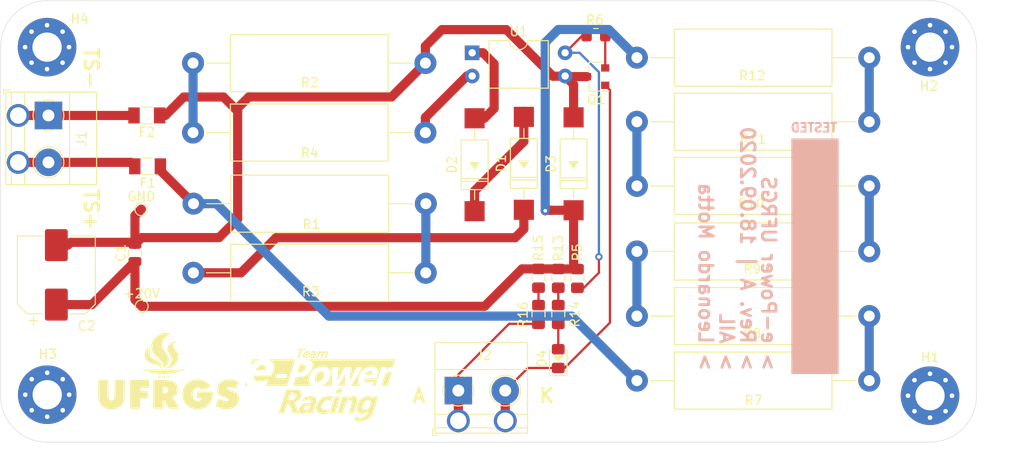
<source format=kicad_pcb>
(kicad_pcb (version 20171130) (host pcbnew "(5.1.5)-3")

  (general
    (thickness 1.6)
    (drawings 21)
    (tracks 121)
    (zones 0)
    (modules 36)
    (nets 28)
  )

  (page A4)
  (layers
    (0 F.Cu signal)
    (31 B.Cu signal)
    (32 B.Adhes user)
    (33 F.Adhes user)
    (34 B.Paste user)
    (35 F.Paste user)
    (36 B.SilkS user)
    (37 F.SilkS user)
    (38 B.Mask user)
    (39 F.Mask user)
    (40 Dwgs.User user)
    (41 Cmts.User user)
    (42 Eco1.User user)
    (43 Eco2.User user)
    (44 Edge.Cuts user)
    (45 Margin user)
    (46 B.CrtYd user hide)
    (47 F.CrtYd user)
    (48 B.Fab user)
    (49 F.Fab user)
  )

  (setup
    (last_trace_width 1)
    (user_trace_width 1)
    (trace_clearance 0.2)
    (zone_clearance 0.508)
    (zone_45_only no)
    (trace_min 0.25)
    (via_size 0.8)
    (via_drill 0.4)
    (via_min_size 0.4)
    (via_min_drill 0.3)
    (uvia_size 0.3)
    (uvia_drill 0.1)
    (uvias_allowed no)
    (uvia_min_size 0.2)
    (uvia_min_drill 0.1)
    (edge_width 0.1)
    (segment_width 0.2)
    (pcb_text_width 0.3)
    (pcb_text_size 1.5 1.5)
    (mod_edge_width 0.15)
    (mod_text_size 1 1)
    (mod_text_width 0.15)
    (pad_size 2.5 2.5)
    (pad_drill 1.8)
    (pad_to_mask_clearance 0)
    (aux_axis_origin 0 0)
    (visible_elements 7FFFFF7F)
    (pcbplotparams
      (layerselection 0x010fc_ffffffff)
      (usegerberextensions false)
      (usegerberattributes false)
      (usegerberadvancedattributes false)
      (creategerberjobfile false)
      (excludeedgelayer true)
      (linewidth 0.100000)
      (plotframeref false)
      (viasonmask false)
      (mode 1)
      (useauxorigin false)
      (hpglpennumber 1)
      (hpglpenspeed 20)
      (hpglpendiameter 15.000000)
      (psnegative false)
      (psa4output false)
      (plotreference true)
      (plotvalue true)
      (plotinvisibletext false)
      (padsonsilk false)
      (subtractmaskfromsilk false)
      (outputformat 1)
      (mirror false)
      (drillshape 0)
      (scaleselection 1)
      (outputdirectory "GERBERS/"))
  )

  (net 0 "")
  (net 1 +20V)
  (net 2 GND)
  (net 3 "Net-(D1-Pad1)")
  (net 4 "Net-(D1-Pad2)")
  (net 5 "Net-(D2-Pad2)")
  (net 6 "Net-(D4-Pad1)")
  (net 7 "Net-(D4-Pad2)")
  (net 8 "Net-(F1-Pad2)")
  (net 9 "Net-(F2-Pad2)")
  (net 10 "Net-(Q1-Pad2)")
  (net 11 "Net-(R1-Pad1)")
  (net 12 "Net-(R2-Pad1)")
  (net 13 "Net-(R4-Pad1)")
  (net 14 "Net-(R5-Pad2)")
  (net 15 "Net-(R7-Pad1)")
  (net 16 "Net-(R8-Pad1)")
  (net 17 "Net-(R10-Pad2)")
  (net 18 "Net-(R10-Pad1)")
  (net 19 "Net-(R11-Pad1)")
  (net 20 "Net-(R13-Pad2)")
  (net 21 /TS+)
  (net 22 "Net-(J2-Pad1)")
  (net 23 "Net-(R15-Pad2)")
  (net 24 "Net-(H1-Pad1)")
  (net 25 "Net-(H2-Pad1)")
  (net 26 "Net-(H3-Pad1)")
  (net 27 "Net-(H4-Pad1)")

  (net_class Default "Esta é a classe de rede padrão."
    (clearance 0.2)
    (trace_width 0.25)
    (via_dia 0.8)
    (via_drill 0.4)
    (uvia_dia 0.3)
    (uvia_drill 0.1)
    (diff_pair_width 0.25)
    (diff_pair_gap 0.25)
    (add_net +20V)
    (add_net /TS+)
    (add_net GND)
    (add_net "Net-(D1-Pad1)")
    (add_net "Net-(D1-Pad2)")
    (add_net "Net-(D2-Pad2)")
    (add_net "Net-(D4-Pad1)")
    (add_net "Net-(D4-Pad2)")
    (add_net "Net-(F1-Pad2)")
    (add_net "Net-(F2-Pad2)")
    (add_net "Net-(H1-Pad1)")
    (add_net "Net-(H2-Pad1)")
    (add_net "Net-(H3-Pad1)")
    (add_net "Net-(H4-Pad1)")
    (add_net "Net-(J2-Pad1)")
    (add_net "Net-(Q1-Pad2)")
    (add_net "Net-(R1-Pad1)")
    (add_net "Net-(R10-Pad1)")
    (add_net "Net-(R10-Pad2)")
    (add_net "Net-(R11-Pad1)")
    (add_net "Net-(R13-Pad2)")
    (add_net "Net-(R15-Pad2)")
    (add_net "Net-(R2-Pad1)")
    (add_net "Net-(R4-Pad1)")
    (add_net "Net-(R5-Pad2)")
    (add_net "Net-(R7-Pad1)")
    (add_net "Net-(R8-Pad1)")
  )

  (net_class grossa ""
    (clearance 0.2)
    (trace_width 0.25)
    (via_dia 0.8)
    (via_drill 0.4)
    (uvia_dia 0.3)
    (uvia_drill 0.1)
    (diff_pair_width 0.25)
    (diff_pair_gap 0.25)
  )

  (module Resistor_THT:R_Axial_DIN0617_L17.0mm_D6.0mm_P25.40mm_Horizontal (layer F.Cu) (tedit 5AE5139B) (tstamp 5F126D05)
    (at 160.9979 127.89408 180)
    (descr "Resistor, Axial_DIN0617 series, Axial, Horizontal, pin pitch=25.4mm, 2W, length*diameter=17*6mm^2, http://www.vishay.com/docs/20128/wkxwrx.pdf")
    (tags "Resistor Axial_DIN0617 series Axial Horizontal pin pitch 25.4mm 2W length 17mm diameter 6mm")
    (path /5F122FD2)
    (fp_text reference R7 (at 12.6619 -2.15392) (layer F.SilkS)
      (effects (font (size 1 1) (thickness 0.15)))
    )
    (fp_text value 4K7R (at 12.5984 2.286) (layer F.Fab)
      (effects (font (size 1 1) (thickness 0.15)))
    )
    (fp_text user %R (at 12.7 0) (layer F.Fab)
      (effects (font (size 1 1) (thickness 0.15)))
    )
    (fp_line (start 26.85 -3.25) (end -1.45 -3.25) (layer F.CrtYd) (width 0.05))
    (fp_line (start 26.85 3.25) (end 26.85 -3.25) (layer F.CrtYd) (width 0.05))
    (fp_line (start -1.45 3.25) (end 26.85 3.25) (layer F.CrtYd) (width 0.05))
    (fp_line (start -1.45 -3.25) (end -1.45 3.25) (layer F.CrtYd) (width 0.05))
    (fp_line (start 23.96 0) (end 21.32 0) (layer F.SilkS) (width 0.12))
    (fp_line (start 1.44 0) (end 4.08 0) (layer F.SilkS) (width 0.12))
    (fp_line (start 21.32 -3.12) (end 4.08 -3.12) (layer F.SilkS) (width 0.12))
    (fp_line (start 21.32 3.12) (end 21.32 -3.12) (layer F.SilkS) (width 0.12))
    (fp_line (start 4.08 3.12) (end 21.32 3.12) (layer F.SilkS) (width 0.12))
    (fp_line (start 4.08 -3.12) (end 4.08 3.12) (layer F.SilkS) (width 0.12))
    (fp_line (start 25.4 0) (end 21.2 0) (layer F.Fab) (width 0.1))
    (fp_line (start 0 0) (end 4.2 0) (layer F.Fab) (width 0.1))
    (fp_line (start 21.2 -3) (end 4.2 -3) (layer F.Fab) (width 0.1))
    (fp_line (start 21.2 3) (end 21.2 -3) (layer F.Fab) (width 0.1))
    (fp_line (start 4.2 3) (end 21.2 3) (layer F.Fab) (width 0.1))
    (fp_line (start 4.2 -3) (end 4.2 3) (layer F.Fab) (width 0.1))
    (pad 2 thru_hole oval (at 25.4 0 180) (size 2.4 2.4) (drill 1.2) (layers *.Cu *.Mask)
      (net 21 /TS+))
    (pad 1 thru_hole circle (at 0 0 180) (size 2.4 2.4) (drill 1.2) (layers *.Cu *.Mask)
      (net 15 "Net-(R7-Pad1)"))
    (model ${KISYS3DMOD}/Resistor_THT.3dshapes/R_Axial_DIN0617_L17.0mm_D6.0mm_P25.40mm_Horizontal.wrl
      (at (xyz 0 0 0))
      (scale (xyz 1 1 1))
      (rotate (xyz 0 0 0))
    )
  )

  (module Capacitor_SMD:C_0805_2012Metric (layer F.Cu) (tedit 5B36C52B) (tstamp 5F1C4A27)
    (at 80.72628 113.93424 90)
    (descr "Capacitor SMD 0805 (2012 Metric), square (rectangular) end terminal, IPC_7351 nominal, (Body size source: https://docs.google.com/spreadsheets/d/1BsfQQcO9C6DZCsRaXUlFlo91Tg2WpOkGARC1WS5S8t0/edit?usp=sharing), generated with kicad-footprint-generator")
    (tags capacitor)
    (path /5F14614D)
    (attr smd)
    (fp_text reference C1 (at 0.00508 -1.5494 90) (layer F.SilkS)
      (effects (font (size 1 1) (thickness 0.15)))
    )
    (fp_text value 100n (at 0 1.65 90) (layer F.Fab)
      (effects (font (size 1 1) (thickness 0.15)))
    )
    (fp_line (start -1 0.6) (end -1 -0.6) (layer F.Fab) (width 0.1))
    (fp_line (start -1 -0.6) (end 1 -0.6) (layer F.Fab) (width 0.1))
    (fp_line (start 1 -0.6) (end 1 0.6) (layer F.Fab) (width 0.1))
    (fp_line (start 1 0.6) (end -1 0.6) (layer F.Fab) (width 0.1))
    (fp_line (start -0.258578 -0.71) (end 0.258578 -0.71) (layer F.SilkS) (width 0.12))
    (fp_line (start -0.258578 0.71) (end 0.258578 0.71) (layer F.SilkS) (width 0.12))
    (fp_line (start -1.68 0.95) (end -1.68 -0.95) (layer F.CrtYd) (width 0.05))
    (fp_line (start -1.68 -0.95) (end 1.68 -0.95) (layer F.CrtYd) (width 0.05))
    (fp_line (start 1.68 -0.95) (end 1.68 0.95) (layer F.CrtYd) (width 0.05))
    (fp_line (start 1.68 0.95) (end -1.68 0.95) (layer F.CrtYd) (width 0.05))
    (fp_text user %R (at 0 0 90) (layer F.Fab)
      (effects (font (size 0.5 0.5) (thickness 0.08)))
    )
    (pad 1 smd roundrect (at -0.9375 0 90) (size 0.975 1.4) (layers F.Cu F.Paste F.Mask) (roundrect_rratio 0.25)
      (net 1 +20V))
    (pad 2 smd roundrect (at 0.9375 0 90) (size 0.975 1.4) (layers F.Cu F.Paste F.Mask) (roundrect_rratio 0.25)
      (net 2 GND))
    (model ${KISYS3DMOD}/Capacitor_SMD.3dshapes/C_0805_2012Metric.wrl
      (at (xyz 0 0 0))
      (scale (xyz 1 1 1))
      (rotate (xyz 0 0 0))
    )
  )

  (module e-Power:FUSE_1206_3216Metric (layer F.Cu) (tedit 5ECA368E) (tstamp 5F1C45BC)
    (at 82.11012 104.46512 180)
    (descr "FUSE SMD 1206 (3216 Metric), square (rectangular) end terminal")
    (tags FUSE)
    (path /5F14FB8F)
    (attr smd)
    (fp_text reference F1 (at 0 -1.82) (layer F.SilkS)
      (effects (font (size 1 1) (thickness 0.15)))
    )
    (fp_text value Fuse_1206 (at 0 1.82) (layer F.Fab)
      (effects (font (size 1 1) (thickness 0.15)))
    )
    (fp_text user %F (at 0 0) (layer F.Fab)
      (effects (font (size 0.8 0.8) (thickness 0.12)))
    )
    (fp_line (start 2.28 1.12) (end -2.28 1.12) (layer F.CrtYd) (width 0.05))
    (fp_line (start 2.28 -1.12) (end 2.28 1.12) (layer F.CrtYd) (width 0.05))
    (fp_line (start -2.28 -1.12) (end 2.28 -1.12) (layer F.CrtYd) (width 0.05))
    (fp_line (start -2.28 1.12) (end -2.28 -1.12) (layer F.CrtYd) (width 0.05))
    (fp_line (start -0.602064 0.91) (end 0.602064 0.91) (layer F.SilkS) (width 0.12))
    (fp_line (start -0.602064 -0.91) (end 0.602064 -0.91) (layer F.SilkS) (width 0.12))
    (fp_line (start 1.6 0.8) (end -1.6 0.8) (layer F.Fab) (width 0.1))
    (fp_line (start 1.6 -0.8) (end 1.6 0.8) (layer F.Fab) (width 0.1))
    (fp_line (start -1.6 -0.8) (end 1.6 -0.8) (layer F.Fab) (width 0.1))
    (fp_line (start -1.6 0.8) (end -1.6 -0.8) (layer F.Fab) (width 0.1))
    (pad 2 smd trapezoid (at 1.4 0 180) (size 1.25 1.75) (layers F.Cu F.Paste F.Mask)
      (net 8 "Net-(F1-Pad2)"))
    (pad 1 smd trapezoid (at -1.4 0 180) (size 1.25 1.75) (layers F.Cu F.Paste F.Mask)
      (net 21 /TS+))
    (model "C:/Program Files/KiCad/share/kicad/modules/e-Power.pretty/3D/FUSE_1206.step"
      (offset (xyz 0 0 1))
      (scale (xyz 1 1 1))
      (rotate (xyz 90 0 0))
    )
  )

  (module e-Power:FUSE_1206_3216Metric (layer F.Cu) (tedit 5ECA368E) (tstamp 5F1C4790)
    (at 82.02676 98.90252 180)
    (descr "FUSE SMD 1206 (3216 Metric), square (rectangular) end terminal")
    (tags FUSE)
    (path /5F150096)
    (attr smd)
    (fp_text reference F2 (at 0 -1.82) (layer F.SilkS)
      (effects (font (size 1 1) (thickness 0.15)))
    )
    (fp_text value Fuse_1206 (at 0 1.82) (layer F.Fab)
      (effects (font (size 1 1) (thickness 0.15)))
    )
    (fp_line (start -1.6 0.8) (end -1.6 -0.8) (layer F.Fab) (width 0.1))
    (fp_line (start -1.6 -0.8) (end 1.6 -0.8) (layer F.Fab) (width 0.1))
    (fp_line (start 1.6 -0.8) (end 1.6 0.8) (layer F.Fab) (width 0.1))
    (fp_line (start 1.6 0.8) (end -1.6 0.8) (layer F.Fab) (width 0.1))
    (fp_line (start -0.602064 -0.91) (end 0.602064 -0.91) (layer F.SilkS) (width 0.12))
    (fp_line (start -0.602064 0.91) (end 0.602064 0.91) (layer F.SilkS) (width 0.12))
    (fp_line (start -2.28 1.12) (end -2.28 -1.12) (layer F.CrtYd) (width 0.05))
    (fp_line (start -2.28 -1.12) (end 2.28 -1.12) (layer F.CrtYd) (width 0.05))
    (fp_line (start 2.28 -1.12) (end 2.28 1.12) (layer F.CrtYd) (width 0.05))
    (fp_line (start 2.28 1.12) (end -2.28 1.12) (layer F.CrtYd) (width 0.05))
    (fp_text user %F (at 0 0) (layer F.Fab)
      (effects (font (size 0.8 0.8) (thickness 0.12)))
    )
    (pad 1 smd trapezoid (at -1.4 0 180) (size 1.25 1.75) (layers F.Cu F.Paste F.Mask)
      (net 2 GND))
    (pad 2 smd trapezoid (at 1.4 0 180) (size 1.25 1.75) (layers F.Cu F.Paste F.Mask)
      (net 9 "Net-(F2-Pad2)"))
    (model "C:/Program Files/KiCad/share/kicad/modules/e-Power.pretty/3D/FUSE_1206.step"
      (offset (xyz 0 0 1))
      (scale (xyz 1 1 1))
      (rotate (xyz 90 0 0))
    )
  )

  (module e-Power:SOT-23 (layer F.Cu) (tedit 5F0620F2) (tstamp 5F1C46EF)
    (at 131.13334 94.66068 180)
    (descr "SOT-23, Standard")
    (tags SOT-23)
    (path /5E9158C6)
    (attr smd)
    (fp_text reference Q1 (at 0 -2.5) (layer F.SilkS)
      (effects (font (size 1 1) (thickness 0.15)))
    )
    (fp_text value BC548 (at 0 2.54) (layer F.Fab)
      (effects (font (size 1 1) (thickness 0.15)))
    )
    (fp_line (start 0.76 1.58) (end -0.7 1.58) (layer F.SilkS) (width 0.12))
    (fp_line (start 0.76 -1.58) (end -1.4 -1.58) (layer F.SilkS) (width 0.12))
    (fp_line (start -1.524 1.651) (end -1.524 -1.651) (layer F.CrtYd) (width 0.05))
    (fp_line (start 1.524 1.651) (end -1.524 1.651) (layer F.CrtYd) (width 0.05))
    (fp_line (start 1.524 -1.651) (end 1.524 1.651) (layer F.CrtYd) (width 0.05))
    (fp_line (start -1.524 -1.651) (end 1.524 -1.651) (layer F.CrtYd) (width 0.05))
    (fp_line (start 0.76 -1.58) (end 0.76 -0.65) (layer F.SilkS) (width 0.12))
    (fp_line (start 0.76 1.58) (end 0.76 0.65) (layer F.SilkS) (width 0.12))
    (fp_line (start -0.7 1.52) (end 0.7 1.52) (layer F.Fab) (width 0.1))
    (fp_line (start 0.7 -1.52) (end 0.7 1.52) (layer F.Fab) (width 0.1))
    (fp_line (start -0.7 -0.95) (end -0.15 -1.52) (layer F.Fab) (width 0.1))
    (fp_line (start -0.15 -1.52) (end 0.7 -1.52) (layer F.Fab) (width 0.1))
    (fp_line (start -0.7 -0.95) (end -0.7 1.5) (layer F.Fab) (width 0.1))
    (fp_text user %R (at 0 0 90) (layer F.Fab)
      (effects (font (size 0.5 0.5) (thickness 0.075)))
    )
    (pad 3 smd rect (at 1 0 180) (size 0.9 0.8) (layers F.Cu F.Paste F.Mask)
      (net 2 GND))
    (pad 2 smd rect (at -1 0.95 180) (size 0.9 0.8) (layers F.Cu F.Paste F.Mask)
      (net 10 "Net-(Q1-Pad2)"))
    (pad 1 smd rect (at -1 -0.95 180) (size 0.9 0.8) (layers F.Cu F.Paste F.Mask)
      (net 6 "Net-(D4-Pad1)"))
    (model ${KISYS3DMOD}/Package_TO_SOT_SMD.3dshapes/SOT-23.wrl
      (at (xyz 0 0 0))
      (scale (xyz 1 1 1))
      (rotate (xyz 0 0 0))
    )
  )

  (module Resistor_THT:R_Axial_DIN0617_L17.0mm_D6.0mm_P25.40mm_Horizontal (layer F.Cu) (tedit 5AE5139B) (tstamp 5F1C46AF)
    (at 112.52708 108.54944 180)
    (descr "Resistor, Axial_DIN0617 series, Axial, Horizontal, pin pitch=25.4mm, 2W, length*diameter=17*6mm^2, http://www.vishay.com/docs/20128/wkxwrx.pdf")
    (tags "Resistor Axial_DIN0617 series Axial Horizontal pin pitch 25.4mm 2W length 17mm diameter 6mm")
    (path /5E91588C)
    (fp_text reference R1 (at 12.51458 -2.25806) (layer F.SilkS)
      (effects (font (size 1 1) (thickness 0.15)))
    )
    (fp_text value 4K7R (at 12.7 4.12) (layer F.Fab)
      (effects (font (size 1 1) (thickness 0.15)))
    )
    (fp_text user %R (at 12.7 0) (layer F.Fab)
      (effects (font (size 1 1) (thickness 0.15)))
    )
    (fp_line (start 26.85 -3.25) (end -1.45 -3.25) (layer F.CrtYd) (width 0.05))
    (fp_line (start 26.85 3.25) (end 26.85 -3.25) (layer F.CrtYd) (width 0.05))
    (fp_line (start -1.45 3.25) (end 26.85 3.25) (layer F.CrtYd) (width 0.05))
    (fp_line (start -1.45 -3.25) (end -1.45 3.25) (layer F.CrtYd) (width 0.05))
    (fp_line (start 23.96 0) (end 21.32 0) (layer F.SilkS) (width 0.12))
    (fp_line (start 1.44 0) (end 4.08 0) (layer F.SilkS) (width 0.12))
    (fp_line (start 21.32 -3.12) (end 4.08 -3.12) (layer F.SilkS) (width 0.12))
    (fp_line (start 21.32 3.12) (end 21.32 -3.12) (layer F.SilkS) (width 0.12))
    (fp_line (start 4.08 3.12) (end 21.32 3.12) (layer F.SilkS) (width 0.12))
    (fp_line (start 4.08 -3.12) (end 4.08 3.12) (layer F.SilkS) (width 0.12))
    (fp_line (start 25.4 0) (end 21.2 0) (layer F.Fab) (width 0.1))
    (fp_line (start 0 0) (end 4.2 0) (layer F.Fab) (width 0.1))
    (fp_line (start 21.2 -3) (end 4.2 -3) (layer F.Fab) (width 0.1))
    (fp_line (start 21.2 3) (end 21.2 -3) (layer F.Fab) (width 0.1))
    (fp_line (start 4.2 3) (end 21.2 3) (layer F.Fab) (width 0.1))
    (fp_line (start 4.2 -3) (end 4.2 3) (layer F.Fab) (width 0.1))
    (pad 2 thru_hole oval (at 25.4 0 180) (size 2.4 2.4) (drill 1.2) (layers *.Cu *.Mask)
      (net 21 /TS+))
    (pad 1 thru_hole circle (at 0 0 180) (size 2.4 2.4) (drill 1.2) (layers *.Cu *.Mask)
      (net 11 "Net-(R1-Pad1)"))
    (model ${KISYS3DMOD}/Resistor_THT.3dshapes/R_Axial_DIN0617_L17.0mm_D6.0mm_P25.40mm_Horizontal.wrl
      (at (xyz 0 0 0))
      (scale (xyz 1 1 1))
      (rotate (xyz 0 0 0))
    )
  )

  (module Resistor_THT:R_Axial_DIN0617_L17.0mm_D6.0mm_P25.40mm_Horizontal (layer F.Cu) (tedit 5AE5139B) (tstamp 5F1C4823)
    (at 87.078081 93.180841)
    (descr "Resistor, Axial_DIN0617 series, Axial, Horizontal, pin pitch=25.4mm, 2W, length*diameter=17*6mm^2, http://www.vishay.com/docs/20128/wkxwrx.pdf")
    (tags "Resistor Axial_DIN0617 series Axial Horizontal pin pitch 25.4mm 2W length 17mm diameter 6mm")
    (path /5E9158A1)
    (fp_text reference R2 (at 12.743919 2.132659) (layer F.SilkS)
      (effects (font (size 1 1) (thickness 0.15)))
    )
    (fp_text value 4K7R (at 12.7 4.12) (layer F.Fab)
      (effects (font (size 1 1) (thickness 0.15)))
    )
    (fp_line (start 4.2 -3) (end 4.2 3) (layer F.Fab) (width 0.1))
    (fp_line (start 4.2 3) (end 21.2 3) (layer F.Fab) (width 0.1))
    (fp_line (start 21.2 3) (end 21.2 -3) (layer F.Fab) (width 0.1))
    (fp_line (start 21.2 -3) (end 4.2 -3) (layer F.Fab) (width 0.1))
    (fp_line (start 0 0) (end 4.2 0) (layer F.Fab) (width 0.1))
    (fp_line (start 25.4 0) (end 21.2 0) (layer F.Fab) (width 0.1))
    (fp_line (start 4.08 -3.12) (end 4.08 3.12) (layer F.SilkS) (width 0.12))
    (fp_line (start 4.08 3.12) (end 21.32 3.12) (layer F.SilkS) (width 0.12))
    (fp_line (start 21.32 3.12) (end 21.32 -3.12) (layer F.SilkS) (width 0.12))
    (fp_line (start 21.32 -3.12) (end 4.08 -3.12) (layer F.SilkS) (width 0.12))
    (fp_line (start 1.44 0) (end 4.08 0) (layer F.SilkS) (width 0.12))
    (fp_line (start 23.96 0) (end 21.32 0) (layer F.SilkS) (width 0.12))
    (fp_line (start -1.45 -3.25) (end -1.45 3.25) (layer F.CrtYd) (width 0.05))
    (fp_line (start -1.45 3.25) (end 26.85 3.25) (layer F.CrtYd) (width 0.05))
    (fp_line (start 26.85 3.25) (end 26.85 -3.25) (layer F.CrtYd) (width 0.05))
    (fp_line (start 26.85 -3.25) (end -1.45 -3.25) (layer F.CrtYd) (width 0.05))
    (fp_text user %R (at 12.7 0) (layer F.Fab)
      (effects (font (size 1 1) (thickness 0.15)))
    )
    (pad 1 thru_hole circle (at 0 0) (size 2.4 2.4) (drill 1.2) (layers *.Cu *.Mask)
      (net 12 "Net-(R2-Pad1)"))
    (pad 2 thru_hole oval (at 25.4 0) (size 2.4 2.4) (drill 1.2) (layers *.Cu *.Mask)
      (net 2 GND))
    (model ${KISYS3DMOD}/Resistor_THT.3dshapes/R_Axial_DIN0617_L17.0mm_D6.0mm_P25.40mm_Horizontal.wrl
      (at (xyz 0 0 0))
      (scale (xyz 1 1 1))
      (rotate (xyz 0 0 0))
    )
  )

  (module Resistor_THT:R_Axial_DIN0617_L17.0mm_D6.0mm_P25.40mm_Horizontal (layer F.Cu) (tedit 5AE5139B) (tstamp 5F1C4580)
    (at 87.116481 116.104041)
    (descr "Resistor, Axial_DIN0617 series, Axial, Horizontal, pin pitch=25.4mm, 2W, length*diameter=17*6mm^2, http://www.vishay.com/docs/20128/wkxwrx.pdf")
    (tags "Resistor Axial_DIN0617 series Axial Horizontal pin pitch 25.4mm 2W length 17mm diameter 6mm")
    (path /5E915893)
    (fp_text reference R3 (at 12.832519 2.069459) (layer F.SilkS)
      (effects (font (size 1 1) (thickness 0.15)))
    )
    (fp_text value 4K7R (at 12.7 4.12) (layer F.Fab)
      (effects (font (size 1 1) (thickness 0.15)))
    )
    (fp_line (start 4.2 -3) (end 4.2 3) (layer F.Fab) (width 0.1))
    (fp_line (start 4.2 3) (end 21.2 3) (layer F.Fab) (width 0.1))
    (fp_line (start 21.2 3) (end 21.2 -3) (layer F.Fab) (width 0.1))
    (fp_line (start 21.2 -3) (end 4.2 -3) (layer F.Fab) (width 0.1))
    (fp_line (start 0 0) (end 4.2 0) (layer F.Fab) (width 0.1))
    (fp_line (start 25.4 0) (end 21.2 0) (layer F.Fab) (width 0.1))
    (fp_line (start 4.08 -3.12) (end 4.08 3.12) (layer F.SilkS) (width 0.12))
    (fp_line (start 4.08 3.12) (end 21.32 3.12) (layer F.SilkS) (width 0.12))
    (fp_line (start 21.32 3.12) (end 21.32 -3.12) (layer F.SilkS) (width 0.12))
    (fp_line (start 21.32 -3.12) (end 4.08 -3.12) (layer F.SilkS) (width 0.12))
    (fp_line (start 1.44 0) (end 4.08 0) (layer F.SilkS) (width 0.12))
    (fp_line (start 23.96 0) (end 21.32 0) (layer F.SilkS) (width 0.12))
    (fp_line (start -1.45 -3.25) (end -1.45 3.25) (layer F.CrtYd) (width 0.05))
    (fp_line (start -1.45 3.25) (end 26.85 3.25) (layer F.CrtYd) (width 0.05))
    (fp_line (start 26.85 3.25) (end 26.85 -3.25) (layer F.CrtYd) (width 0.05))
    (fp_line (start 26.85 -3.25) (end -1.45 -3.25) (layer F.CrtYd) (width 0.05))
    (fp_text user %R (at 12.7 0) (layer F.Fab)
      (effects (font (size 1 1) (thickness 0.15)))
    )
    (pad 1 thru_hole circle (at 0 0) (size 2.4 2.4) (drill 1.2) (layers *.Cu *.Mask)
      (net 3 "Net-(D1-Pad1)"))
    (pad 2 thru_hole oval (at 25.4 0) (size 2.4 2.4) (drill 1.2) (layers *.Cu *.Mask)
      (net 11 "Net-(R1-Pad1)"))
    (model ${KISYS3DMOD}/Resistor_THT.3dshapes/R_Axial_DIN0617_L17.0mm_D6.0mm_P25.40mm_Horizontal.wrl
      (at (xyz 0 0 0))
      (scale (xyz 1 1 1))
      (rotate (xyz 0 0 0))
    )
  )

  (module Resistor_THT:R_Axial_DIN0617_L17.0mm_D6.0mm_P25.40mm_Horizontal (layer F.Cu) (tedit 5AE5139B) (tstamp 5F1C4865)
    (at 112.47628 100.77704 180)
    (descr "Resistor, Axial_DIN0617 series, Axial, Horizontal, pin pitch=25.4mm, 2W, length*diameter=17*6mm^2, http://www.vishay.com/docs/20128/wkxwrx.pdf")
    (tags "Resistor Axial_DIN0617 series Axial Horizontal pin pitch 25.4mm 2W length 17mm diameter 6mm")
    (path /5E91589A)
    (fp_text reference R4 (at 12.65428 -2.21996) (layer F.SilkS)
      (effects (font (size 1 1) (thickness 0.15)))
    )
    (fp_text value 4K7R (at 12.7 4.12) (layer F.Fab)
      (effects (font (size 1 1) (thickness 0.15)))
    )
    (fp_text user %R (at 12.7 0) (layer F.Fab)
      (effects (font (size 1 1) (thickness 0.15)))
    )
    (fp_line (start 26.85 -3.25) (end -1.45 -3.25) (layer F.CrtYd) (width 0.05))
    (fp_line (start 26.85 3.25) (end 26.85 -3.25) (layer F.CrtYd) (width 0.05))
    (fp_line (start -1.45 3.25) (end 26.85 3.25) (layer F.CrtYd) (width 0.05))
    (fp_line (start -1.45 -3.25) (end -1.45 3.25) (layer F.CrtYd) (width 0.05))
    (fp_line (start 23.96 0) (end 21.32 0) (layer F.SilkS) (width 0.12))
    (fp_line (start 1.44 0) (end 4.08 0) (layer F.SilkS) (width 0.12))
    (fp_line (start 21.32 -3.12) (end 4.08 -3.12) (layer F.SilkS) (width 0.12))
    (fp_line (start 21.32 3.12) (end 21.32 -3.12) (layer F.SilkS) (width 0.12))
    (fp_line (start 4.08 3.12) (end 21.32 3.12) (layer F.SilkS) (width 0.12))
    (fp_line (start 4.08 -3.12) (end 4.08 3.12) (layer F.SilkS) (width 0.12))
    (fp_line (start 25.4 0) (end 21.2 0) (layer F.Fab) (width 0.1))
    (fp_line (start 0 0) (end 4.2 0) (layer F.Fab) (width 0.1))
    (fp_line (start 21.2 -3) (end 4.2 -3) (layer F.Fab) (width 0.1))
    (fp_line (start 21.2 3) (end 21.2 -3) (layer F.Fab) (width 0.1))
    (fp_line (start 4.2 3) (end 21.2 3) (layer F.Fab) (width 0.1))
    (fp_line (start 4.2 -3) (end 4.2 3) (layer F.Fab) (width 0.1))
    (pad 2 thru_hole oval (at 25.4 0 180) (size 2.4 2.4) (drill 1.2) (layers *.Cu *.Mask)
      (net 12 "Net-(R2-Pad1)"))
    (pad 1 thru_hole circle (at 0 0 180) (size 2.4 2.4) (drill 1.2) (layers *.Cu *.Mask)
      (net 13 "Net-(R4-Pad1)"))
    (model ${KISYS3DMOD}/Resistor_THT.3dshapes/R_Axial_DIN0617_L17.0mm_D6.0mm_P25.40mm_Horizontal.wrl
      (at (xyz 0 0 0))
      (scale (xyz 1 1 1))
      (rotate (xyz 0 0 0))
    )
  )

  (module Resistor_SMD:R_0805_2012Metric_Pad1.15x1.40mm_HandSolder (layer F.Cu) (tedit 5B36C52B) (tstamp 5F1C461C)
    (at 129.0955 116.722 270)
    (descr "Resistor SMD 0805 (2012 Metric), square (rectangular) end terminal, IPC_7351 nominal with elongated pad for handsoldering. (Body size source: https://docs.google.com/spreadsheets/d/1BsfQQcO9C6DZCsRaXUlFlo91Tg2WpOkGARC1WS5S8t0/edit?usp=sharing), generated with kicad-footprint-generator")
    (tags "resistor handsolder")
    (path /5E915900)
    (attr smd)
    (fp_text reference R5 (at -2.8538 0.0127 90) (layer F.SilkS)
      (effects (font (size 1 1) (thickness 0.15)))
    )
    (fp_text value 10K (at 0.1016 -1.5748 90) (layer F.Fab)
      (effects (font (size 1 1) (thickness 0.15)))
    )
    (fp_text user %R (at 0 0 90) (layer F.Fab)
      (effects (font (size 0.5 0.5) (thickness 0.08)))
    )
    (fp_line (start 1.85 0.95) (end -1.85 0.95) (layer F.CrtYd) (width 0.05))
    (fp_line (start 1.85 -0.95) (end 1.85 0.95) (layer F.CrtYd) (width 0.05))
    (fp_line (start -1.85 -0.95) (end 1.85 -0.95) (layer F.CrtYd) (width 0.05))
    (fp_line (start -1.85 0.95) (end -1.85 -0.95) (layer F.CrtYd) (width 0.05))
    (fp_line (start -0.261252 0.71) (end 0.261252 0.71) (layer F.SilkS) (width 0.12))
    (fp_line (start -0.261252 -0.71) (end 0.261252 -0.71) (layer F.SilkS) (width 0.12))
    (fp_line (start 1 0.6) (end -1 0.6) (layer F.Fab) (width 0.1))
    (fp_line (start 1 -0.6) (end 1 0.6) (layer F.Fab) (width 0.1))
    (fp_line (start -1 -0.6) (end 1 -0.6) (layer F.Fab) (width 0.1))
    (fp_line (start -1 0.6) (end -1 -0.6) (layer F.Fab) (width 0.1))
    (pad 2 smd roundrect (at 1.025 0 270) (size 1.15 1.4) (layers F.Cu F.Paste F.Mask) (roundrect_rratio 0.217391)
      (net 14 "Net-(R5-Pad2)"))
    (pad 1 smd roundrect (at -1.025 0 270) (size 1.15 1.4) (layers F.Cu F.Paste F.Mask) (roundrect_rratio 0.217391)
      (net 1 +20V))
    (model ${KISYS3DMOD}/Resistor_SMD.3dshapes/R_0805_2012Metric.wrl
      (at (xyz 0 0 0))
      (scale (xyz 1 1 1))
      (rotate (xyz 0 0 0))
    )
  )

  (module Resistor_SMD:R_0805_2012Metric_Pad1.15x1.40mm_HandSolder (layer F.Cu) (tedit 5B36C52B) (tstamp 5F1C45EC)
    (at 131.11596 90.10904 180)
    (descr "Resistor SMD 0805 (2012 Metric), square (rectangular) end terminal, IPC_7351 nominal with elongated pad for handsoldering. (Body size source: https://docs.google.com/spreadsheets/d/1BsfQQcO9C6DZCsRaXUlFlo91Tg2WpOkGARC1WS5S8t0/edit?usp=sharing), generated with kicad-footprint-generator")
    (tags "resistor handsolder")
    (path /5E9158CC)
    (attr smd)
    (fp_text reference R6 (at 0.11546 1.65354) (layer F.SilkS)
      (effects (font (size 1 1) (thickness 0.15)))
    )
    (fp_text value 10K (at -0.03418 1.397) (layer F.Fab)
      (effects (font (size 1 1) (thickness 0.15)))
    )
    (fp_line (start -1 0.6) (end -1 -0.6) (layer F.Fab) (width 0.1))
    (fp_line (start -1 -0.6) (end 1 -0.6) (layer F.Fab) (width 0.1))
    (fp_line (start 1 -0.6) (end 1 0.6) (layer F.Fab) (width 0.1))
    (fp_line (start 1 0.6) (end -1 0.6) (layer F.Fab) (width 0.1))
    (fp_line (start -0.261252 -0.71) (end 0.261252 -0.71) (layer F.SilkS) (width 0.12))
    (fp_line (start -0.261252 0.71) (end 0.261252 0.71) (layer F.SilkS) (width 0.12))
    (fp_line (start -1.85 0.95) (end -1.85 -0.95) (layer F.CrtYd) (width 0.05))
    (fp_line (start -1.85 -0.95) (end 1.85 -0.95) (layer F.CrtYd) (width 0.05))
    (fp_line (start 1.85 -0.95) (end 1.85 0.95) (layer F.CrtYd) (width 0.05))
    (fp_line (start 1.85 0.95) (end -1.85 0.95) (layer F.CrtYd) (width 0.05))
    (fp_text user %R (at 0 0) (layer F.Fab)
      (effects (font (size 0.5 0.5) (thickness 0.08)))
    )
    (pad 1 smd roundrect (at -1.025 0 180) (size 1.15 1.4) (layers F.Cu F.Paste F.Mask) (roundrect_rratio 0.217391)
      (net 10 "Net-(Q1-Pad2)"))
    (pad 2 smd roundrect (at 1.025 0 180) (size 1.15 1.4) (layers F.Cu F.Paste F.Mask) (roundrect_rratio 0.217391)
      (net 14 "Net-(R5-Pad2)"))
    (model ${KISYS3DMOD}/Resistor_SMD.3dshapes/R_0805_2012Metric.wrl
      (at (xyz 0 0 0))
      (scale (xyz 1 1 1))
      (rotate (xyz 0 0 0))
    )
  )

  (module Resistor_THT:R_Axial_DIN0617_L17.0mm_D6.0mm_P25.40mm_Horizontal (layer F.Cu) (tedit 5AE5139B) (tstamp 5F126C81)
    (at 135.5979 120.83288)
    (descr "Resistor, Axial_DIN0617 series, Axial, Horizontal, pin pitch=25.4mm, 2W, length*diameter=17*6mm^2, http://www.vishay.com/docs/20128/wkxwrx.pdf")
    (tags "Resistor Axial_DIN0617 series Axial Horizontal pin pitch 25.4mm 2W length 17mm diameter 6mm")
    (path /5F135BF1)
    (fp_text reference R8 (at 12.6111 1.91262) (layer F.SilkS)
      (effects (font (size 1 1) (thickness 0.15)))
    )
    (fp_text value 4K7R (at 12.6492 -2.0828) (layer F.Fab)
      (effects (font (size 1 1) (thickness 0.15)))
    )
    (fp_line (start 4.2 -3) (end 4.2 3) (layer F.Fab) (width 0.1))
    (fp_line (start 4.2 3) (end 21.2 3) (layer F.Fab) (width 0.1))
    (fp_line (start 21.2 3) (end 21.2 -3) (layer F.Fab) (width 0.1))
    (fp_line (start 21.2 -3) (end 4.2 -3) (layer F.Fab) (width 0.1))
    (fp_line (start 0 0) (end 4.2 0) (layer F.Fab) (width 0.1))
    (fp_line (start 25.4 0) (end 21.2 0) (layer F.Fab) (width 0.1))
    (fp_line (start 4.08 -3.12) (end 4.08 3.12) (layer F.SilkS) (width 0.12))
    (fp_line (start 4.08 3.12) (end 21.32 3.12) (layer F.SilkS) (width 0.12))
    (fp_line (start 21.32 3.12) (end 21.32 -3.12) (layer F.SilkS) (width 0.12))
    (fp_line (start 21.32 -3.12) (end 4.08 -3.12) (layer F.SilkS) (width 0.12))
    (fp_line (start 1.44 0) (end 4.08 0) (layer F.SilkS) (width 0.12))
    (fp_line (start 23.96 0) (end 21.32 0) (layer F.SilkS) (width 0.12))
    (fp_line (start -1.45 -3.25) (end -1.45 3.25) (layer F.CrtYd) (width 0.05))
    (fp_line (start -1.45 3.25) (end 26.85 3.25) (layer F.CrtYd) (width 0.05))
    (fp_line (start 26.85 3.25) (end 26.85 -3.25) (layer F.CrtYd) (width 0.05))
    (fp_line (start 26.85 -3.25) (end -1.45 -3.25) (layer F.CrtYd) (width 0.05))
    (fp_text user %R (at 12.7 0) (layer F.Fab)
      (effects (font (size 1 1) (thickness 0.15)))
    )
    (pad 1 thru_hole circle (at 0 0) (size 2.4 2.4) (drill 1.2) (layers *.Cu *.Mask)
      (net 16 "Net-(R8-Pad1)"))
    (pad 2 thru_hole oval (at 25.4 0) (size 2.4 2.4) (drill 1.2) (layers *.Cu *.Mask)
      (net 15 "Net-(R7-Pad1)"))
    (model ${KISYS3DMOD}/Resistor_THT.3dshapes/R_Axial_DIN0617_L17.0mm_D6.0mm_P25.40mm_Horizontal.wrl
      (at (xyz 0 0 0))
      (scale (xyz 1 1 1))
      (rotate (xyz 0 0 0))
    )
  )

  (module Resistor_THT:R_Axial_DIN0617_L17.0mm_D6.0mm_P25.40mm_Horizontal (layer F.Cu) (tedit 5AE5139B) (tstamp 5F126CC3)
    (at 160.9979 113.77168 180)
    (descr "Resistor, Axial_DIN0617 series, Axial, Horizontal, pin pitch=25.4mm, 2W, length*diameter=17*6mm^2, http://www.vishay.com/docs/20128/wkxwrx.pdf")
    (tags "Resistor Axial_DIN0617 series Axial Horizontal pin pitch 25.4mm 2W length 17mm diameter 6mm")
    (path /5F1361A6)
    (fp_text reference R9 (at 12.7889 -1.92532) (layer F.SilkS)
      (effects (font (size 1 1) (thickness 0.15)))
    )
    (fp_text value 4K7R (at 12.5984 2.032) (layer F.Fab)
      (effects (font (size 1 1) (thickness 0.15)))
    )
    (fp_text user %R (at 12.7 0) (layer F.Fab)
      (effects (font (size 1 1) (thickness 0.15)))
    )
    (fp_line (start 26.85 -3.25) (end -1.45 -3.25) (layer F.CrtYd) (width 0.05))
    (fp_line (start 26.85 3.25) (end 26.85 -3.25) (layer F.CrtYd) (width 0.05))
    (fp_line (start -1.45 3.25) (end 26.85 3.25) (layer F.CrtYd) (width 0.05))
    (fp_line (start -1.45 -3.25) (end -1.45 3.25) (layer F.CrtYd) (width 0.05))
    (fp_line (start 23.96 0) (end 21.32 0) (layer F.SilkS) (width 0.12))
    (fp_line (start 1.44 0) (end 4.08 0) (layer F.SilkS) (width 0.12))
    (fp_line (start 21.32 -3.12) (end 4.08 -3.12) (layer F.SilkS) (width 0.12))
    (fp_line (start 21.32 3.12) (end 21.32 -3.12) (layer F.SilkS) (width 0.12))
    (fp_line (start 4.08 3.12) (end 21.32 3.12) (layer F.SilkS) (width 0.12))
    (fp_line (start 4.08 -3.12) (end 4.08 3.12) (layer F.SilkS) (width 0.12))
    (fp_line (start 25.4 0) (end 21.2 0) (layer F.Fab) (width 0.1))
    (fp_line (start 0 0) (end 4.2 0) (layer F.Fab) (width 0.1))
    (fp_line (start 21.2 -3) (end 4.2 -3) (layer F.Fab) (width 0.1))
    (fp_line (start 21.2 3) (end 21.2 -3) (layer F.Fab) (width 0.1))
    (fp_line (start 4.2 3) (end 21.2 3) (layer F.Fab) (width 0.1))
    (fp_line (start 4.2 -3) (end 4.2 3) (layer F.Fab) (width 0.1))
    (pad 2 thru_hole oval (at 25.4 0 180) (size 2.4 2.4) (drill 1.2) (layers *.Cu *.Mask)
      (net 16 "Net-(R8-Pad1)"))
    (pad 1 thru_hole circle (at 0 0 180) (size 2.4 2.4) (drill 1.2) (layers *.Cu *.Mask)
      (net 17 "Net-(R10-Pad2)"))
    (model ${KISYS3DMOD}/Resistor_THT.3dshapes/R_Axial_DIN0617_L17.0mm_D6.0mm_P25.40mm_Horizontal.wrl
      (at (xyz 0 0 0))
      (scale (xyz 1 1 1))
      (rotate (xyz 0 0 0))
    )
  )

  (module Resistor_THT:R_Axial_DIN0617_L17.0mm_D6.0mm_P25.40mm_Horizontal (layer F.Cu) (tedit 5AE5139B) (tstamp 5F126C3F)
    (at 135.5979 106.60888)
    (descr "Resistor, Axial_DIN0617 series, Axial, Horizontal, pin pitch=25.4mm, 2W, length*diameter=17*6mm^2, http://www.vishay.com/docs/20128/wkxwrx.pdf")
    (tags "Resistor Axial_DIN0617 series Axial Horizontal pin pitch 25.4mm 2W length 17mm diameter 6mm")
    (path /5F136449)
    (fp_text reference R10 (at 12.4841 1.91262) (layer F.SilkS)
      (effects (font (size 1 1) (thickness 0.15)))
    )
    (fp_text value 4K7R (at 12.8524 -2.0828) (layer F.Fab)
      (effects (font (size 1 1) (thickness 0.15)))
    )
    (fp_line (start 4.2 -3) (end 4.2 3) (layer F.Fab) (width 0.1))
    (fp_line (start 4.2 3) (end 21.2 3) (layer F.Fab) (width 0.1))
    (fp_line (start 21.2 3) (end 21.2 -3) (layer F.Fab) (width 0.1))
    (fp_line (start 21.2 -3) (end 4.2 -3) (layer F.Fab) (width 0.1))
    (fp_line (start 0 0) (end 4.2 0) (layer F.Fab) (width 0.1))
    (fp_line (start 25.4 0) (end 21.2 0) (layer F.Fab) (width 0.1))
    (fp_line (start 4.08 -3.12) (end 4.08 3.12) (layer F.SilkS) (width 0.12))
    (fp_line (start 4.08 3.12) (end 21.32 3.12) (layer F.SilkS) (width 0.12))
    (fp_line (start 21.32 3.12) (end 21.32 -3.12) (layer F.SilkS) (width 0.12))
    (fp_line (start 21.32 -3.12) (end 4.08 -3.12) (layer F.SilkS) (width 0.12))
    (fp_line (start 1.44 0) (end 4.08 0) (layer F.SilkS) (width 0.12))
    (fp_line (start 23.96 0) (end 21.32 0) (layer F.SilkS) (width 0.12))
    (fp_line (start -1.45 -3.25) (end -1.45 3.25) (layer F.CrtYd) (width 0.05))
    (fp_line (start -1.45 3.25) (end 26.85 3.25) (layer F.CrtYd) (width 0.05))
    (fp_line (start 26.85 3.25) (end 26.85 -3.25) (layer F.CrtYd) (width 0.05))
    (fp_line (start 26.85 -3.25) (end -1.45 -3.25) (layer F.CrtYd) (width 0.05))
    (fp_text user %R (at 12.7 0) (layer F.Fab)
      (effects (font (size 1 1) (thickness 0.15)))
    )
    (pad 1 thru_hole circle (at 0 0) (size 2.4 2.4) (drill 1.2) (layers *.Cu *.Mask)
      (net 18 "Net-(R10-Pad1)"))
    (pad 2 thru_hole oval (at 25.4 0) (size 2.4 2.4) (drill 1.2) (layers *.Cu *.Mask)
      (net 17 "Net-(R10-Pad2)"))
    (model ${KISYS3DMOD}/Resistor_THT.3dshapes/R_Axial_DIN0617_L17.0mm_D6.0mm_P25.40mm_Horizontal.wrl
      (at (xyz 0 0 0))
      (scale (xyz 1 1 1))
      (rotate (xyz 0 0 0))
    )
  )

  (module Resistor_THT:R_Axial_DIN0617_L17.0mm_D6.0mm_P25.40mm_Horizontal (layer F.Cu) (tedit 5AE5139B) (tstamp 5F126D47)
    (at 160.9979 99.59848 180)
    (descr "Resistor, Axial_DIN0617 series, Axial, Horizontal, pin pitch=25.4mm, 2W, length*diameter=17*6mm^2, http://www.vishay.com/docs/20128/wkxwrx.pdf")
    (tags "Resistor Axial_DIN0617 series Axial Horizontal pin pitch 25.4mm 2W length 17mm diameter 6mm")
    (path /5F1367FA)
    (fp_text reference R11 (at 12.7254 -1.87452) (layer F.SilkS)
      (effects (font (size 1 1) (thickness 0.15)))
    )
    (fp_text value 4K7R (at 12.9032 2.4892) (layer F.Fab)
      (effects (font (size 1 1) (thickness 0.15)))
    )
    (fp_line (start 4.2 -3) (end 4.2 3) (layer F.Fab) (width 0.1))
    (fp_line (start 4.2 3) (end 21.2 3) (layer F.Fab) (width 0.1))
    (fp_line (start 21.2 3) (end 21.2 -3) (layer F.Fab) (width 0.1))
    (fp_line (start 21.2 -3) (end 4.2 -3) (layer F.Fab) (width 0.1))
    (fp_line (start 0 0) (end 4.2 0) (layer F.Fab) (width 0.1))
    (fp_line (start 25.4 0) (end 21.2 0) (layer F.Fab) (width 0.1))
    (fp_line (start 4.08 -3.12) (end 4.08 3.12) (layer F.SilkS) (width 0.12))
    (fp_line (start 4.08 3.12) (end 21.32 3.12) (layer F.SilkS) (width 0.12))
    (fp_line (start 21.32 3.12) (end 21.32 -3.12) (layer F.SilkS) (width 0.12))
    (fp_line (start 21.32 -3.12) (end 4.08 -3.12) (layer F.SilkS) (width 0.12))
    (fp_line (start 1.44 0) (end 4.08 0) (layer F.SilkS) (width 0.12))
    (fp_line (start 23.96 0) (end 21.32 0) (layer F.SilkS) (width 0.12))
    (fp_line (start -1.45 -3.25) (end -1.45 3.25) (layer F.CrtYd) (width 0.05))
    (fp_line (start -1.45 3.25) (end 26.85 3.25) (layer F.CrtYd) (width 0.05))
    (fp_line (start 26.85 3.25) (end 26.85 -3.25) (layer F.CrtYd) (width 0.05))
    (fp_line (start 26.85 -3.25) (end -1.45 -3.25) (layer F.CrtYd) (width 0.05))
    (fp_text user %R (at 12.7 0) (layer F.Fab)
      (effects (font (size 1 1) (thickness 0.15)))
    )
    (pad 1 thru_hole circle (at 0 0 180) (size 2.4 2.4) (drill 1.2) (layers *.Cu *.Mask)
      (net 19 "Net-(R11-Pad1)"))
    (pad 2 thru_hole oval (at 25.4 0 180) (size 2.4 2.4) (drill 1.2) (layers *.Cu *.Mask)
      (net 18 "Net-(R10-Pad1)"))
    (model ${KISYS3DMOD}/Resistor_THT.3dshapes/R_Axial_DIN0617_L17.0mm_D6.0mm_P25.40mm_Horizontal.wrl
      (at (xyz 0 0 0))
      (scale (xyz 1 1 1))
      (rotate (xyz 0 0 0))
    )
  )

  (module Resistor_THT:R_Axial_DIN0617_L17.0mm_D6.0mm_P25.40mm_Horizontal (layer F.Cu) (tedit 5AE5139B) (tstamp 5F126BFD)
    (at 135.5979 92.58808)
    (descr "Resistor, Axial_DIN0617 series, Axial, Horizontal, pin pitch=25.4mm, 2W, length*diameter=17*6mm^2, http://www.vishay.com/docs/20128/wkxwrx.pdf")
    (tags "Resistor Axial_DIN0617 series Axial Horizontal pin pitch 25.4mm 2W length 17mm diameter 6mm")
    (path /5F1379F6)
    (fp_text reference R12 (at 12.6111 1.96342) (layer F.SilkS)
      (effects (font (size 1 1) (thickness 0.15)))
    )
    (fp_text value 4K7R (at 13.1064 -2.2352) (layer F.Fab)
      (effects (font (size 1 1) (thickness 0.15)))
    )
    (fp_text user %R (at 12.7 0) (layer F.Fab)
      (effects (font (size 1 1) (thickness 0.15)))
    )
    (fp_line (start 26.85 -3.25) (end -1.45 -3.25) (layer F.CrtYd) (width 0.05))
    (fp_line (start 26.85 3.25) (end 26.85 -3.25) (layer F.CrtYd) (width 0.05))
    (fp_line (start -1.45 3.25) (end 26.85 3.25) (layer F.CrtYd) (width 0.05))
    (fp_line (start -1.45 -3.25) (end -1.45 3.25) (layer F.CrtYd) (width 0.05))
    (fp_line (start 23.96 0) (end 21.32 0) (layer F.SilkS) (width 0.12))
    (fp_line (start 1.44 0) (end 4.08 0) (layer F.SilkS) (width 0.12))
    (fp_line (start 21.32 -3.12) (end 4.08 -3.12) (layer F.SilkS) (width 0.12))
    (fp_line (start 21.32 3.12) (end 21.32 -3.12) (layer F.SilkS) (width 0.12))
    (fp_line (start 4.08 3.12) (end 21.32 3.12) (layer F.SilkS) (width 0.12))
    (fp_line (start 4.08 -3.12) (end 4.08 3.12) (layer F.SilkS) (width 0.12))
    (fp_line (start 25.4 0) (end 21.2 0) (layer F.Fab) (width 0.1))
    (fp_line (start 0 0) (end 4.2 0) (layer F.Fab) (width 0.1))
    (fp_line (start 21.2 -3) (end 4.2 -3) (layer F.Fab) (width 0.1))
    (fp_line (start 21.2 3) (end 21.2 -3) (layer F.Fab) (width 0.1))
    (fp_line (start 4.2 3) (end 21.2 3) (layer F.Fab) (width 0.1))
    (fp_line (start 4.2 -3) (end 4.2 3) (layer F.Fab) (width 0.1))
    (pad 2 thru_hole oval (at 25.4 0) (size 2.4 2.4) (drill 1.2) (layers *.Cu *.Mask)
      (net 19 "Net-(R11-Pad1)"))
    (pad 1 thru_hole circle (at 0 0) (size 2.4 2.4) (drill 1.2) (layers *.Cu *.Mask)
      (net 1 +20V))
    (model ${KISYS3DMOD}/Resistor_THT.3dshapes/R_Axial_DIN0617_L17.0mm_D6.0mm_P25.40mm_Horizontal.wrl
      (at (xyz 0 0 0))
      (scale (xyz 1 1 1))
      (rotate (xyz 0 0 0))
    )
  )

  (module Resistor_SMD:R_0805_2012Metric_Pad1.15x1.40mm_HandSolder (layer F.Cu) (tedit 5B36C52B) (tstamp 5F32186D)
    (at 127 116.713 270)
    (descr "Resistor SMD 0805 (2012 Metric), square (rectangular) end terminal, IPC_7351 nominal with elongated pad for handsoldering. (Body size source: https://docs.google.com/spreadsheets/d/1BsfQQcO9C6DZCsRaXUlFlo91Tg2WpOkGARC1WS5S8t0/edit?usp=sharing), generated with kicad-footprint-generator")
    (tags "resistor handsolder")
    (path /5F13F310)
    (attr smd)
    (fp_text reference R13 (at -3.302 0 90) (layer F.SilkS)
      (effects (font (size 1 1) (thickness 0.15)))
    )
    (fp_text value 1K (at 0.1016 -1.4732 90) (layer F.Fab)
      (effects (font (size 1 1) (thickness 0.15)))
    )
    (fp_line (start -1 0.6) (end -1 -0.6) (layer F.Fab) (width 0.1))
    (fp_line (start -1 -0.6) (end 1 -0.6) (layer F.Fab) (width 0.1))
    (fp_line (start 1 -0.6) (end 1 0.6) (layer F.Fab) (width 0.1))
    (fp_line (start 1 0.6) (end -1 0.6) (layer F.Fab) (width 0.1))
    (fp_line (start -0.261252 -0.71) (end 0.261252 -0.71) (layer F.SilkS) (width 0.12))
    (fp_line (start -0.261252 0.71) (end 0.261252 0.71) (layer F.SilkS) (width 0.12))
    (fp_line (start -1.85 0.95) (end -1.85 -0.95) (layer F.CrtYd) (width 0.05))
    (fp_line (start -1.85 -0.95) (end 1.85 -0.95) (layer F.CrtYd) (width 0.05))
    (fp_line (start 1.85 -0.95) (end 1.85 0.95) (layer F.CrtYd) (width 0.05))
    (fp_line (start 1.85 0.95) (end -1.85 0.95) (layer F.CrtYd) (width 0.05))
    (fp_text user %R (at 0 0 90) (layer F.Fab)
      (effects (font (size 0.5 0.5) (thickness 0.08)))
    )
    (pad 1 smd roundrect (at -1.025 0 270) (size 1.15 1.4) (layers F.Cu F.Paste F.Mask) (roundrect_rratio 0.217391)
      (net 1 +20V))
    (pad 2 smd roundrect (at 1.025 0 270) (size 1.15 1.4) (layers F.Cu F.Paste F.Mask) (roundrect_rratio 0.217391)
      (net 20 "Net-(R13-Pad2)"))
    (model ${KISYS3DMOD}/Resistor_SMD.3dshapes/R_0805_2012Metric.wrl
      (at (xyz 0 0 0))
      (scale (xyz 1 1 1))
      (rotate (xyz 0 0 0))
    )
  )

  (module Resistor_SMD:R_0805_2012Metric_Pad1.15x1.40mm_HandSolder (layer F.Cu) (tedit 5B36C52B) (tstamp 5F1C44D5)
    (at 127 120.659 270)
    (descr "Resistor SMD 0805 (2012 Metric), square (rectangular) end terminal, IPC_7351 nominal with elongated pad for handsoldering. (Body size source: https://docs.google.com/spreadsheets/d/1BsfQQcO9C6DZCsRaXUlFlo91Tg2WpOkGARC1WS5S8t0/edit?usp=sharing), generated with kicad-footprint-generator")
    (tags "resistor handsolder")
    (path /5F14A2D7)
    (attr smd)
    (fp_text reference R14 (at -0.0344 -1.8288 90) (layer F.SilkS)
      (effects (font (size 1 1) (thickness 0.15)))
    )
    (fp_text value 1K (at 0.1106 1.6256 90) (layer F.Fab)
      (effects (font (size 1 1) (thickness 0.15)))
    )
    (fp_text user %R (at 0 0 90) (layer F.Fab)
      (effects (font (size 0.5 0.5) (thickness 0.08)))
    )
    (fp_line (start 1.85 0.95) (end -1.85 0.95) (layer F.CrtYd) (width 0.05))
    (fp_line (start 1.85 -0.95) (end 1.85 0.95) (layer F.CrtYd) (width 0.05))
    (fp_line (start -1.85 -0.95) (end 1.85 -0.95) (layer F.CrtYd) (width 0.05))
    (fp_line (start -1.85 0.95) (end -1.85 -0.95) (layer F.CrtYd) (width 0.05))
    (fp_line (start -0.261252 0.71) (end 0.261252 0.71) (layer F.SilkS) (width 0.12))
    (fp_line (start -0.261252 -0.71) (end 0.261252 -0.71) (layer F.SilkS) (width 0.12))
    (fp_line (start 1 0.6) (end -1 0.6) (layer F.Fab) (width 0.1))
    (fp_line (start 1 -0.6) (end 1 0.6) (layer F.Fab) (width 0.1))
    (fp_line (start -1 -0.6) (end 1 -0.6) (layer F.Fab) (width 0.1))
    (fp_line (start -1 0.6) (end -1 -0.6) (layer F.Fab) (width 0.1))
    (pad 2 smd roundrect (at 1.025 0 270) (size 1.15 1.4) (layers F.Cu F.Paste F.Mask) (roundrect_rratio 0.217391)
      (net 7 "Net-(D4-Pad2)"))
    (pad 1 smd roundrect (at -1.025 0 270) (size 1.15 1.4) (layers F.Cu F.Paste F.Mask) (roundrect_rratio 0.217391)
      (net 20 "Net-(R13-Pad2)"))
    (model ${KISYS3DMOD}/Resistor_SMD.3dshapes/R_0805_2012Metric.wrl
      (at (xyz 0 0 0))
      (scale (xyz 1 1 1))
      (rotate (xyz 0 0 0))
    )
  )

  (module Package_DIP:DIP-4_W10.16mm (layer F.Cu) (tedit 5A02E8C5) (tstamp 5F1C453C)
    (at 117.5893 92.05468)
    (descr "4-lead though-hole mounted DIP package, row spacing 10.16 mm (400 mils)")
    (tags "THT DIP DIL PDIP 2.54mm 10.16mm 400mil")
    (path /5EEAFA46)
    (fp_text reference U1 (at 5.08 -2.33) (layer F.SilkS)
      (effects (font (size 1 1) (thickness 0.15)))
    )
    (fp_text value TPL290 (at 5.08 4.87) (layer F.Fab)
      (effects (font (size 1 1) (thickness 0.15)))
    )
    (fp_arc (start 5.08 -1.33) (end 4.08 -1.33) (angle -180) (layer F.SilkS) (width 0.12))
    (fp_line (start 2.905 -1.27) (end 8.255 -1.27) (layer F.Fab) (width 0.1))
    (fp_line (start 8.255 -1.27) (end 8.255 3.81) (layer F.Fab) (width 0.1))
    (fp_line (start 8.255 3.81) (end 1.905 3.81) (layer F.Fab) (width 0.1))
    (fp_line (start 1.905 3.81) (end 1.905 -0.27) (layer F.Fab) (width 0.1))
    (fp_line (start 1.905 -0.27) (end 2.905 -1.27) (layer F.Fab) (width 0.1))
    (fp_line (start 4.08 -1.33) (end 1.845 -1.33) (layer F.SilkS) (width 0.12))
    (fp_line (start 1.845 -1.33) (end 1.845 3.87) (layer F.SilkS) (width 0.12))
    (fp_line (start 1.845 3.87) (end 8.315 3.87) (layer F.SilkS) (width 0.12))
    (fp_line (start 8.315 3.87) (end 8.315 -1.33) (layer F.SilkS) (width 0.12))
    (fp_line (start 8.315 -1.33) (end 6.08 -1.33) (layer F.SilkS) (width 0.12))
    (fp_line (start -1.05 -1.55) (end -1.05 4.1) (layer F.CrtYd) (width 0.05))
    (fp_line (start -1.05 4.1) (end 11.25 4.1) (layer F.CrtYd) (width 0.05))
    (fp_line (start 11.25 4.1) (end 11.25 -1.55) (layer F.CrtYd) (width 0.05))
    (fp_line (start 11.25 -1.55) (end -1.05 -1.55) (layer F.CrtYd) (width 0.05))
    (fp_text user %R (at 5.08 1.27) (layer F.Fab)
      (effects (font (size 1 1) (thickness 0.15)))
    )
    (pad 1 thru_hole rect (at 0 0) (size 1.6 1.6) (drill 0.8) (layers *.Cu *.Mask)
      (net 5 "Net-(D2-Pad2)"))
    (pad 3 thru_hole oval (at 10.16 2.54) (size 1.6 1.6) (drill 0.8) (layers *.Cu *.Mask)
      (net 2 GND))
    (pad 2 thru_hole oval (at 0 2.54) (size 1.6 1.6) (drill 0.8) (layers *.Cu *.Mask)
      (net 13 "Net-(R4-Pad1)"))
    (pad 4 thru_hole oval (at 10.16 0) (size 1.6 1.6) (drill 0.8) (layers *.Cu *.Mask)
      (net 14 "Net-(R5-Pad2)"))
    (model ${KISYS3DMOD}/Package_DIP.3dshapes/DIP-4_W10.16mm.wrl
      (at (xyz 0 0 0))
      (scale (xyz 1 1 1))
      (rotate (xyz 0 0 0))
    )
  )

  (module e-Power:LED_0805_1.15x1.40mm_HandSolder (layer F.Cu) (tedit 5ED3101A) (tstamp 5F3227A6)
    (at 127 125.485 90)
    (descr "LED SMD 0805 1.15x1.40mm Hand Solder")
    (tags "LED SMD 0505")
    (path /5E8FA5D0)
    (attr smd)
    (fp_text reference D4 (at 0.009 -1.778 90) (layer F.SilkS)
      (effects (font (size 1 1) (thickness 0.15)))
    )
    (fp_text value LED (at 0 1.65 90) (layer F.Fab)
      (effects (font (size 1 1) (thickness 0.15)))
    )
    (fp_line (start 1 -0.6) (end -0.7 -0.6) (layer F.Fab) (width 0.1))
    (fp_line (start -0.7 -0.6) (end -1 -0.3) (layer F.Fab) (width 0.1))
    (fp_line (start -1 -0.3) (end -1 0.6) (layer F.Fab) (width 0.1))
    (fp_line (start -1 0.6) (end 1 0.6) (layer F.Fab) (width 0.1))
    (fp_line (start 1 0.6) (end 1 -0.6) (layer F.Fab) (width 0.1))
    (fp_line (start 1 -0.96) (end -1.86 -0.96) (layer F.SilkS) (width 0.12))
    (fp_line (start -1.86 -0.96) (end -1.86 0.96) (layer F.SilkS) (width 0.12))
    (fp_line (start -1.86 0.96) (end 1 0.96) (layer F.SilkS) (width 0.12))
    (fp_line (start -1.85 0.95) (end -1.85 -0.95) (layer F.CrtYd) (width 0.05))
    (fp_line (start -1.85 -0.95) (end 1.85 -0.95) (layer F.CrtYd) (width 0.05))
    (fp_line (start 1.85 -0.95) (end 1.85 0.95) (layer F.CrtYd) (width 0.05))
    (fp_line (start 1.85 0.95) (end -1.85 0.95) (layer F.CrtYd) (width 0.05))
    (fp_text user %D (at 0 0 90) (layer F.Fab)
      (effects (font (size 0.5 0.5) (thickness 0.08)))
    )
    (fp_poly (pts (xy 0.254 0.508) (xy -0.254 0) (xy 0.254 -0.508)) (layer F.SilkS) (width 0.1))
    (pad 1 smd roundrect (at -1.025 0 90) (size 1.15 1.4) (layers F.Cu F.Paste F.Mask) (roundrect_rratio 0.217391)
      (net 6 "Net-(D4-Pad1)"))
    (pad 2 smd roundrect (at 1.025 0 90) (size 1.15 1.4) (layers F.Cu F.Paste F.Mask) (roundrect_rratio 0.217391)
      (net 7 "Net-(D4-Pad2)"))
    (model "C:/Program Files/KiCad/share/kicad/modules/e-Power.pretty/3D/LED SMD0805.step"
      (offset (xyz 0.75 0 0))
      (scale (xyz 1 1 1))
      (rotate (xyz 0 0 90))
    )
  )

  (module Resistor_SMD:R_0805_2012Metric_Pad1.15x1.40mm_HandSolder (layer F.Cu) (tedit 5B36C52B) (tstamp 5F1F1917)
    (at 124.841 116.704 270)
    (descr "Resistor SMD 0805 (2012 Metric), square (rectangular) end terminal, IPC_7351 nominal with elongated pad for handsoldering. (Body size source: https://docs.google.com/spreadsheets/d/1BsfQQcO9C6DZCsRaXUlFlo91Tg2WpOkGARC1WS5S8t0/edit?usp=sharing), generated with kicad-footprint-generator")
    (tags "resistor handsolder")
    (path /5F207BFF)
    (attr smd)
    (fp_text reference R15 (at -3.3184 0.0254 90) (layer F.SilkS)
      (effects (font (size 1 1) (thickness 0.15)))
    )
    (fp_text value 1K (at 0 1.65 90) (layer F.Fab)
      (effects (font (size 1 1) (thickness 0.15)))
    )
    (fp_text user %R (at 0 0 90) (layer F.Fab)
      (effects (font (size 0.5 0.5) (thickness 0.08)))
    )
    (fp_line (start 1.85 0.95) (end -1.85 0.95) (layer F.CrtYd) (width 0.05))
    (fp_line (start 1.85 -0.95) (end 1.85 0.95) (layer F.CrtYd) (width 0.05))
    (fp_line (start -1.85 -0.95) (end 1.85 -0.95) (layer F.CrtYd) (width 0.05))
    (fp_line (start -1.85 0.95) (end -1.85 -0.95) (layer F.CrtYd) (width 0.05))
    (fp_line (start -0.261252 0.71) (end 0.261252 0.71) (layer F.SilkS) (width 0.12))
    (fp_line (start -0.261252 -0.71) (end 0.261252 -0.71) (layer F.SilkS) (width 0.12))
    (fp_line (start 1 0.6) (end -1 0.6) (layer F.Fab) (width 0.1))
    (fp_line (start 1 -0.6) (end 1 0.6) (layer F.Fab) (width 0.1))
    (fp_line (start -1 -0.6) (end 1 -0.6) (layer F.Fab) (width 0.1))
    (fp_line (start -1 0.6) (end -1 -0.6) (layer F.Fab) (width 0.1))
    (pad 2 smd roundrect (at 1.025 0 270) (size 1.15 1.4) (layers F.Cu F.Paste F.Mask) (roundrect_rratio 0.217391)
      (net 23 "Net-(R15-Pad2)"))
    (pad 1 smd roundrect (at -1.025 0 270) (size 1.15 1.4) (layers F.Cu F.Paste F.Mask) (roundrect_rratio 0.217391)
      (net 1 +20V))
    (model ${KISYS3DMOD}/Resistor_SMD.3dshapes/R_0805_2012Metric.wrl
      (at (xyz 0 0 0))
      (scale (xyz 1 1 1))
      (rotate (xyz 0 0 0))
    )
  )

  (module Resistor_SMD:R_0805_2012Metric_Pad1.15x1.40mm_HandSolder (layer F.Cu) (tedit 5B36C52B) (tstamp 5F1F1928)
    (at 124.841 120.659 270)
    (descr "Resistor SMD 0805 (2012 Metric), square (rectangular) end terminal, IPC_7351 nominal with elongated pad for handsoldering. (Body size source: https://docs.google.com/spreadsheets/d/1BsfQQcO9C6DZCsRaXUlFlo91Tg2WpOkGARC1WS5S8t0/edit?usp=sharing), generated with kicad-footprint-generator")
    (tags "resistor handsolder")
    (path /5F207930)
    (attr smd)
    (fp_text reference R16 (at 0.0164 1.7018 90) (layer F.SilkS)
      (effects (font (size 1 1) (thickness 0.15)))
    )
    (fp_text value 1K (at 0.0508 1.6256 90) (layer F.Fab)
      (effects (font (size 1 1) (thickness 0.15)))
    )
    (fp_line (start -1 0.6) (end -1 -0.6) (layer F.Fab) (width 0.1))
    (fp_line (start -1 -0.6) (end 1 -0.6) (layer F.Fab) (width 0.1))
    (fp_line (start 1 -0.6) (end 1 0.6) (layer F.Fab) (width 0.1))
    (fp_line (start 1 0.6) (end -1 0.6) (layer F.Fab) (width 0.1))
    (fp_line (start -0.261252 -0.71) (end 0.261252 -0.71) (layer F.SilkS) (width 0.12))
    (fp_line (start -0.261252 0.71) (end 0.261252 0.71) (layer F.SilkS) (width 0.12))
    (fp_line (start -1.85 0.95) (end -1.85 -0.95) (layer F.CrtYd) (width 0.05))
    (fp_line (start -1.85 -0.95) (end 1.85 -0.95) (layer F.CrtYd) (width 0.05))
    (fp_line (start 1.85 -0.95) (end 1.85 0.95) (layer F.CrtYd) (width 0.05))
    (fp_line (start 1.85 0.95) (end -1.85 0.95) (layer F.CrtYd) (width 0.05))
    (fp_text user %R (at 0 0 90) (layer F.Fab)
      (effects (font (size 0.5 0.5) (thickness 0.08)))
    )
    (pad 1 smd roundrect (at -1.025 0 270) (size 1.15 1.4) (layers F.Cu F.Paste F.Mask) (roundrect_rratio 0.217391)
      (net 23 "Net-(R15-Pad2)"))
    (pad 2 smd roundrect (at 1.025 0 270) (size 1.15 1.4) (layers F.Cu F.Paste F.Mask) (roundrect_rratio 0.217391)
      (net 22 "Net-(J2-Pad1)"))
    (model ${KISYS3DMOD}/Resistor_SMD.3dshapes/R_0805_2012Metric.wrl
      (at (xyz 0 0 0))
      (scale (xyz 1 1 1))
      (rotate (xyz 0 0 0))
    )
  )

  (module e-Power:MountingHole_3.2mm_M3_Pad_Via (layer F.Cu) (tedit 5F1787FB) (tstamp 5F31E9D3)
    (at 167.64 129.54)
    (descr "Mounting Hole 3.2mm, M3, added vias")
    (tags "mounting hole 3.2mm m3")
    (path /5F2DCAE7)
    (attr virtual)
    (fp_text reference H1 (at 0 -4.2) (layer F.SilkS)
      (effects (font (size 1 1) (thickness 0.15)))
    )
    (fp_text value NC (at 0 4.2) (layer F.Fab)
      (effects (font (size 1 1) (thickness 0.15)))
    )
    (fp_circle (center 0 0) (end 3.45 0) (layer F.CrtYd) (width 0.05))
    (fp_text user %R (at 0.3 0) (layer F.Fab)
      (effects (font (size 1 1) (thickness 0.15)))
    )
    (pad 1 thru_hole circle (at 1.697056 -1.697056) (size 0.8 0.8) (drill 0.5) (layers *.Cu *.Mask)
      (net 24 "Net-(H1-Pad1)"))
    (pad 1 thru_hole circle (at 0 -2.4) (size 0.8 0.8) (drill 0.5) (layers *.Cu *.Mask)
      (net 24 "Net-(H1-Pad1)"))
    (pad 1 thru_hole circle (at -1.697056 -1.697056) (size 0.8 0.8) (drill 0.5) (layers *.Cu *.Mask)
      (net 24 "Net-(H1-Pad1)"))
    (pad 1 thru_hole circle (at -2.4 0) (size 0.8 0.8) (drill 0.5) (layers *.Cu *.Mask)
      (net 24 "Net-(H1-Pad1)"))
    (pad 1 thru_hole circle (at -1.697056 1.697056) (size 0.8 0.8) (drill 0.5) (layers *.Cu *.Mask)
      (net 24 "Net-(H1-Pad1)"))
    (pad 1 thru_hole circle (at 0 2.4) (size 0.8 0.8) (drill 0.5) (layers *.Cu *.Mask)
      (net 24 "Net-(H1-Pad1)"))
    (pad 1 thru_hole circle (at 1.697056 1.697056) (size 0.8 0.8) (drill 0.5) (layers *.Cu *.Mask)
      (net 24 "Net-(H1-Pad1)"))
    (pad 1 thru_hole circle (at 2.4 0) (size 0.8 0.8) (drill 0.5) (layers *.Cu *.Mask)
      (net 24 "Net-(H1-Pad1)"))
    (pad 1 thru_hole circle (at 0 0) (size 6.4 6.4) (drill 3.2) (layers *.Cu *.Mask)
      (net 24 "Net-(H1-Pad1)"))
  )

  (module e-Power:MountingHole_3.2mm_M3_Pad_Via (layer F.Cu) (tedit 5F1787FB) (tstamp 5F31E9E2)
    (at 167.64 91.44)
    (descr "Mounting Hole 3.2mm, M3, added vias")
    (tags "mounting hole 3.2mm m3")
    (path /5F2E02B0)
    (attr virtual)
    (fp_text reference H2 (at -0.127 4.2545) (layer F.SilkS)
      (effects (font (size 1 1) (thickness 0.15)))
    )
    (fp_text value NC (at 0 4.2) (layer F.Fab)
      (effects (font (size 1 1) (thickness 0.15)))
    )
    (fp_text user %R (at 0.3 0) (layer F.Fab)
      (effects (font (size 1 1) (thickness 0.15)))
    )
    (fp_circle (center 0 0) (end 3.45 0) (layer F.CrtYd) (width 0.05))
    (pad 1 thru_hole circle (at 0 0) (size 6.4 6.4) (drill 3.2) (layers *.Cu *.Mask)
      (net 25 "Net-(H2-Pad1)"))
    (pad 1 thru_hole circle (at 2.4 0) (size 0.8 0.8) (drill 0.5) (layers *.Cu *.Mask)
      (net 25 "Net-(H2-Pad1)"))
    (pad 1 thru_hole circle (at 1.697056 1.697056) (size 0.8 0.8) (drill 0.5) (layers *.Cu *.Mask)
      (net 25 "Net-(H2-Pad1)"))
    (pad 1 thru_hole circle (at 0 2.4) (size 0.8 0.8) (drill 0.5) (layers *.Cu *.Mask)
      (net 25 "Net-(H2-Pad1)"))
    (pad 1 thru_hole circle (at -1.697056 1.697056) (size 0.8 0.8) (drill 0.5) (layers *.Cu *.Mask)
      (net 25 "Net-(H2-Pad1)"))
    (pad 1 thru_hole circle (at -2.4 0) (size 0.8 0.8) (drill 0.5) (layers *.Cu *.Mask)
      (net 25 "Net-(H2-Pad1)"))
    (pad 1 thru_hole circle (at -1.697056 -1.697056) (size 0.8 0.8) (drill 0.5) (layers *.Cu *.Mask)
      (net 25 "Net-(H2-Pad1)"))
    (pad 1 thru_hole circle (at 0 -2.4) (size 0.8 0.8) (drill 0.5) (layers *.Cu *.Mask)
      (net 25 "Net-(H2-Pad1)"))
    (pad 1 thru_hole circle (at 1.697056 -1.697056) (size 0.8 0.8) (drill 0.5) (layers *.Cu *.Mask)
      (net 25 "Net-(H2-Pad1)"))
  )

  (module e-Power:MountingHole_3.2mm_M3_Pad_Via (layer F.Cu) (tedit 5F1787FB) (tstamp 5F31E9F1)
    (at 71.13778 129.43332)
    (descr "Mounting Hole 3.2mm, M3, added vias")
    (tags "mounting hole 3.2mm m3")
    (path /5F2E0AF2)
    (attr virtual)
    (fp_text reference H3 (at 0.05588 -4.44246) (layer F.SilkS)
      (effects (font (size 1 1) (thickness 0.15)))
    )
    (fp_text value NC (at 0 4.2) (layer F.Fab)
      (effects (font (size 1 1) (thickness 0.15)))
    )
    (fp_circle (center 0 0) (end 3.45 0) (layer F.CrtYd) (width 0.05))
    (fp_text user %R (at 0.3 0) (layer F.Fab)
      (effects (font (size 1 1) (thickness 0.15)))
    )
    (pad 1 thru_hole circle (at 1.697056 -1.697056) (size 0.8 0.8) (drill 0.5) (layers *.Cu *.Mask)
      (net 26 "Net-(H3-Pad1)"))
    (pad 1 thru_hole circle (at 0 -2.4) (size 0.8 0.8) (drill 0.5) (layers *.Cu *.Mask)
      (net 26 "Net-(H3-Pad1)"))
    (pad 1 thru_hole circle (at -1.697056 -1.697056) (size 0.8 0.8) (drill 0.5) (layers *.Cu *.Mask)
      (net 26 "Net-(H3-Pad1)"))
    (pad 1 thru_hole circle (at -2.4 0) (size 0.8 0.8) (drill 0.5) (layers *.Cu *.Mask)
      (net 26 "Net-(H3-Pad1)"))
    (pad 1 thru_hole circle (at -1.697056 1.697056) (size 0.8 0.8) (drill 0.5) (layers *.Cu *.Mask)
      (net 26 "Net-(H3-Pad1)"))
    (pad 1 thru_hole circle (at 0 2.4) (size 0.8 0.8) (drill 0.5) (layers *.Cu *.Mask)
      (net 26 "Net-(H3-Pad1)"))
    (pad 1 thru_hole circle (at 1.697056 1.697056) (size 0.8 0.8) (drill 0.5) (layers *.Cu *.Mask)
      (net 26 "Net-(H3-Pad1)"))
    (pad 1 thru_hole circle (at 2.4 0) (size 0.8 0.8) (drill 0.5) (layers *.Cu *.Mask)
      (net 26 "Net-(H3-Pad1)"))
    (pad 1 thru_hole circle (at 0 0) (size 6.4 6.4) (drill 3.2) (layers *.Cu *.Mask)
      (net 26 "Net-(H3-Pad1)"))
  )

  (module e-Power:MountingHole_3.2mm_M3_Pad_Via (layer F.Cu) (tedit 5F1787FB) (tstamp 5F31EA00)
    (at 71.12 91.44)
    (descr "Mounting Hole 3.2mm, M3, added vias")
    (tags "mounting hole 3.2mm m3")
    (path /5F2E0CF8)
    (attr virtual)
    (fp_text reference H4 (at 3.55854 -3.0988) (layer F.SilkS)
      (effects (font (size 1 1) (thickness 0.15)))
    )
    (fp_text value NC (at 0 4.2) (layer F.Fab)
      (effects (font (size 1 1) (thickness 0.15)))
    )
    (fp_text user %R (at 0.3 0) (layer F.Fab)
      (effects (font (size 1 1) (thickness 0.15)))
    )
    (fp_circle (center 0 0) (end 3.45 0) (layer F.CrtYd) (width 0.05))
    (pad 1 thru_hole circle (at 0 0) (size 6.4 6.4) (drill 3.2) (layers *.Cu *.Mask)
      (net 27 "Net-(H4-Pad1)"))
    (pad 1 thru_hole circle (at 2.4 0) (size 0.8 0.8) (drill 0.5) (layers *.Cu *.Mask)
      (net 27 "Net-(H4-Pad1)"))
    (pad 1 thru_hole circle (at 1.697056 1.697056) (size 0.8 0.8) (drill 0.5) (layers *.Cu *.Mask)
      (net 27 "Net-(H4-Pad1)"))
    (pad 1 thru_hole circle (at 0 2.4) (size 0.8 0.8) (drill 0.5) (layers *.Cu *.Mask)
      (net 27 "Net-(H4-Pad1)"))
    (pad 1 thru_hole circle (at -1.697056 1.697056) (size 0.8 0.8) (drill 0.5) (layers *.Cu *.Mask)
      (net 27 "Net-(H4-Pad1)"))
    (pad 1 thru_hole circle (at -2.4 0) (size 0.8 0.8) (drill 0.5) (layers *.Cu *.Mask)
      (net 27 "Net-(H4-Pad1)"))
    (pad 1 thru_hole circle (at -1.697056 -1.697056) (size 0.8 0.8) (drill 0.5) (layers *.Cu *.Mask)
      (net 27 "Net-(H4-Pad1)"))
    (pad 1 thru_hole circle (at 0 -2.4) (size 0.8 0.8) (drill 0.5) (layers *.Cu *.Mask)
      (net 27 "Net-(H4-Pad1)"))
    (pad 1 thru_hole circle (at 1.697056 -1.697056) (size 0.8 0.8) (drill 0.5) (layers *.Cu *.Mask)
      (net 27 "Net-(H4-Pad1)"))
  )

  (module e-Power:TestPoint_Pad_D1.0mm (layer F.Cu) (tedit 5F2B729E) (tstamp 5F31EA08)
    (at 81.46542 119.77116)
    (descr "SMD pad as test Point, diameter 1.0mm")
    (tags "test point SMD pad")
    (path /5F2DC33C)
    (attr virtual)
    (fp_text reference TP1 (at 0 1.524) (layer F.Fab)
      (effects (font (size 1 1) (thickness 0.15)))
    )
    (fp_text value +20V (at 0 -1.397) (layer F.SilkS)
      (effects (font (size 1 1) (thickness 0.15)))
    )
    (fp_text user %R (at 0 -1.397) (layer F.Fab)
      (effects (font (size 1 1) (thickness 0.15)))
    )
    (fp_circle (center 0 0) (end 1 0) (layer F.CrtYd) (width 0.05))
    (fp_circle (center 0 0) (end 0 0.7) (layer F.SilkS) (width 0.12))
    (pad 1 smd circle (at 0 0) (size 1 1) (layers F.Cu F.Mask)
      (net 1 +20V))
  )

  (module e-Power:TestPoint_Pad_D1.0mm (layer F.Cu) (tedit 5F2B729E) (tstamp 5F31EA10)
    (at 81.4197 109.16158)
    (descr "SMD pad as test Point, diameter 1.0mm")
    (tags "test point SMD pad")
    (path /5F2DBCEA)
    (attr virtual)
    (fp_text reference TP2 (at 0 1.524) (layer F.Fab)
      (effects (font (size 1 1) (thickness 0.15)))
    )
    (fp_text value GND (at 0 -1.397) (layer F.SilkS)
      (effects (font (size 1 1) (thickness 0.15)))
    )
    (fp_circle (center 0 0) (end 0 0.7) (layer F.SilkS) (width 0.12))
    (fp_circle (center 0 0) (end 1 0) (layer F.CrtYd) (width 0.05))
    (fp_text user %R (at 0 -1.397) (layer F.Fab)
      (effects (font (size 1 1) (thickness 0.15)))
    )
    (pad 1 smd circle (at 0 0) (size 1 1) (layers F.Cu F.Mask)
      (net 2 GND))
  )

  (module e-Power:Logo_e-Power_16.5x8.0mm_SilkS (layer F.Cu) (tedit 5F195180) (tstamp 5F557981)
    (at 100.9396 128.3716)
    (path /5F559F30)
    (attr virtual)
    (fp_text reference G1 (at -5.08 -3.81) (layer F.SilkS) hide
      (effects (font (size 1.524 1.524) (thickness 0.3)))
    )
    (fp_text value Logo_e-Power_Large (at 0 -6.096) (layer F.SilkS) hide
      (effects (font (size 1.524 1.524) (thickness 0.3)))
    )
    (fp_poly (pts (xy 0.757684 -3.693043) (xy 0.830629 -3.668723) (xy 0.881023 -3.620452) (xy 0.885753 -3.611593)
      (xy 0.897227 -3.5821) (xy 0.902185 -3.549056) (xy 0.899463 -3.506073) (xy 0.887898 -3.446767)
      (xy 0.866324 -3.36475) (xy 0.83358 -3.253639) (xy 0.801352 -3.148542) (xy 0.737546 -2.942167)
      (xy 0.633356 -2.942167) (xy 0.573516 -2.945257) (xy 0.535837 -2.953145) (xy 0.529166 -2.959087)
      (xy 0.535183 -2.985343) (xy 0.551382 -3.042346) (xy 0.574982 -3.12054) (xy 0.592292 -3.176045)
      (xy 0.62981 -3.303217) (xy 0.650486 -3.396564) (xy 0.654473 -3.461035) (xy 0.641924 -3.501579)
      (xy 0.612993 -3.523144) (xy 0.603095 -3.526181) (xy 0.543182 -3.528135) (xy 0.488921 -3.500348)
      (xy 0.43834 -3.440073) (xy 0.389469 -3.344567) (xy 0.340338 -3.211086) (xy 0.312957 -3.122084)
      (xy 0.263439 -2.95275) (xy 0.15016 -2.946258) (xy 0.083007 -2.944881) (xy 0.050961 -2.951632)
      (xy 0.04716 -2.967425) (xy 0.057067 -2.998049) (xy 0.076018 -3.059796) (xy 0.101129 -3.143172)
      (xy 0.124746 -3.222565) (xy 0.157662 -3.34365) (xy 0.173438 -3.430594) (xy 0.171659 -3.488149)
      (xy 0.151908 -3.521064) (xy 0.113768 -3.53409) (xy 0.097359 -3.534834) (xy 0.042786 -3.526043)
      (xy -0.003725 -3.496396) (xy -0.045625 -3.440977) (xy -0.086364 -3.354872) (xy -0.129393 -3.233166)
      (xy -0.141525 -3.194621) (xy -0.219525 -2.942167) (xy -0.321429 -2.942167) (xy -0.384232 -2.944952)
      (xy -0.414877 -2.955768) (xy -0.423316 -2.978302) (xy -0.423334 -2.979942) (xy -0.416554 -3.01975)
      (xy -0.399036 -3.083312) (xy -0.381346 -3.137182) (xy -0.35465 -3.216851) (xy -0.322768 -3.317376)
      (xy -0.291988 -3.418863) (xy -0.287901 -3.432782) (xy -0.257446 -3.536975) (xy -0.234836 -3.607393)
      (xy -0.215154 -3.650626) (xy -0.193486 -3.673264) (xy -0.164917 -3.681898) (xy -0.124531 -3.683116)
      (xy -0.101275 -3.683001) (xy -0.038964 -3.681837) (xy -0.009555 -3.674487) (xy -0.003615 -3.655156)
      (xy -0.009551 -3.626665) (xy -0.017436 -3.588108) (xy -0.006793 -3.584064) (xy 0.025196 -3.605711)
      (xy 0.106458 -3.651683) (xy 0.193022 -3.679883) (xy 0.276417 -3.6903) (xy 0.348171 -3.68292)
      (xy 0.39981 -3.65773) (xy 0.422863 -3.614717) (xy 0.423333 -3.606325) (xy 0.435524 -3.580026)
      (xy 0.468819 -3.586376) (xy 0.513267 -3.619865) (xy 0.588029 -3.668857) (xy 0.673159 -3.693169)
      (xy 0.757684 -3.693043)) (layer F.SilkS) (width 0.01))
    (fp_poly (pts (xy -1.874642 -3.979029) (xy -1.769341 -3.977822) (xy -1.695987 -3.975275) (xy -1.649389 -3.970951)
      (xy -1.624354 -3.964412) (xy -1.61569 -3.955221) (xy -1.617076 -3.945617) (xy -1.632566 -3.898168)
      (xy -1.642802 -3.860951) (xy -1.652639 -3.834125) (xy -1.671979 -3.818846) (xy -1.71092 -3.811892)
      (xy -1.779558 -3.810043) (xy -1.802542 -3.81) (xy -1.852112 -3.810703) (xy -1.890779 -3.809741)
      (xy -1.921427 -3.802511) (xy -1.946941 -3.784411) (xy -1.970202 -3.750837) (xy -1.994096 -3.697185)
      (xy -2.021506 -3.618853) (xy -2.055315 -3.511237) (xy -2.098406 -3.369734) (xy -2.117457 -3.307292)
      (xy -2.229161 -2.942167) (xy -2.344512 -2.942167) (xy -2.410304 -2.943765) (xy -2.442368 -2.950654)
      (xy -2.449254 -2.965972) (xy -2.445377 -2.979209) (xy -2.432773 -3.015957) (xy -2.410822 -3.084412)
      (xy -2.382085 -3.176175) (xy -2.349126 -3.282849) (xy -2.314504 -3.396035) (xy -2.280783 -3.507336)
      (xy -2.250524 -3.608353) (xy -2.226288 -3.690688) (xy -2.210637 -3.745943) (xy -2.206481 -3.762375)
      (xy -2.20365 -3.787781) (xy -2.214555 -3.802045) (xy -2.247941 -3.808372) (xy -2.312552 -3.809966)
      (xy -2.33645 -3.81) (xy -2.407216 -3.812485) (xy -2.457569 -3.818995) (xy -2.4765 -3.828009)
      (xy -2.470065 -3.858879) (xy -2.454454 -3.909235) (xy -2.453263 -3.912675) (xy -2.430026 -3.979334)
      (xy -2.017082 -3.979334) (xy -1.874642 -3.979029)) (layer F.SilkS) (width 0.01))
    (fp_poly (pts (xy -0.571724 -3.687213) (xy -0.494244 -3.672289) (xy -0.462164 -3.657833) (xy -0.429975 -3.633183)
      (xy -0.408097 -3.604427) (xy -0.396892 -3.566191) (xy -0.396723 -3.513102) (xy -0.407953 -3.439787)
      (xy -0.430945 -3.340874) (xy -0.466061 -3.210988) (xy -0.500482 -3.090334) (xy -0.540182 -2.95275)
      (xy -0.640508 -2.946299) (xy -0.701689 -2.944608) (xy -0.731516 -2.952277) (xy -0.740574 -2.97291)
      (xy -0.740834 -2.980462) (xy -0.743372 -3.002779) (xy -0.757234 -3.007828) (xy -0.791789 -2.994718)
      (xy -0.839671 -2.971038) (xy -0.94147 -2.931469) (xy -1.028098 -2.92593) (xy -1.09491 -2.946626)
      (xy -1.143043 -2.98984) (xy -1.161948 -3.052529) (xy -1.1544 -3.126461) (xy -1.143965 -3.152179)
      (xy -0.945986 -3.152179) (xy -0.931014 -3.107867) (xy -0.919922 -3.097694) (xy -0.866793 -3.081459)
      (xy -0.800808 -3.089861) (xy -0.74473 -3.118169) (xy -0.713845 -3.15451) (xy -0.682108 -3.208043)
      (xy -0.660184 -3.259274) (xy -0.656167 -3.280033) (xy -0.674094 -3.291689) (xy -0.719062 -3.292182)
      (xy -0.777855 -3.283434) (xy -0.837254 -3.26737) (xy -0.882103 -3.247148) (xy -0.928662 -3.20264)
      (xy -0.945986 -3.152179) (xy -1.143965 -3.152179) (xy -1.123178 -3.203405) (xy -1.071058 -3.275128)
      (xy -1.000818 -3.333399) (xy -0.956734 -3.356206) (xy -0.894535 -3.375503) (xy -0.810739 -3.393179)
      (xy -0.742585 -3.403057) (xy -0.652695 -3.418949) (xy -0.603463 -3.442886) (xy -0.593787 -3.475981)
      (xy -0.622564 -3.519344) (xy -0.624872 -3.521681) (xy -0.683987 -3.55115) (xy -0.770767 -3.550115)
      (xy -0.868474 -3.524024) (xy -0.923263 -3.506073) (xy -0.957754 -3.497393) (xy -0.963199 -3.497566)
      (xy -0.961083 -3.519473) (xy -0.950429 -3.565391) (xy -0.949117 -3.570299) (xy -0.923885 -3.623026)
      (xy -0.87513 -3.655215) (xy -0.854517 -3.662736) (xy -0.766155 -3.682616) (xy -0.667126 -3.690715)
      (xy -0.571724 -3.687213)) (layer F.SilkS) (width 0.01))
    (fp_poly (pts (xy -1.226292 -3.68263) (xy -1.147315 -3.647997) (xy -1.100489 -3.592363) (xy -1.082787 -3.51053)
      (xy -1.085477 -3.440705) (xy -1.095472 -3.357473) (xy -1.110096 -3.300934) (xy -1.136746 -3.265927)
      (xy -1.18282 -3.247293) (xy -1.255712 -3.239872) (xy -1.362821 -3.238503) (xy -1.375329 -3.2385)
      (xy -1.470858 -3.236703) (xy -1.549389 -3.231824) (xy -1.601866 -3.224634) (xy -1.61898 -3.217771)
      (xy -1.620365 -3.180198) (xy -1.594399 -3.135798) (xy -1.550625 -3.098502) (xy -1.530659 -3.088841)
      (xy -1.461623 -3.078771) (xy -1.367904 -3.087983) (xy -1.305441 -3.097834) (xy -1.26273 -3.101687)
      (xy -1.251921 -3.100368) (xy -1.252454 -3.077361) (xy -1.264077 -3.033448) (xy -1.287596 -2.991063)
      (xy -1.331862 -2.963547) (xy -1.377407 -2.949162) (xy -1.521366 -2.925052) (xy -1.644387 -2.933626)
      (xy -1.714206 -2.958075) (xy -1.791035 -3.01711) (xy -1.832526 -3.098868) (xy -1.838428 -3.202389)
      (xy -1.809335 -3.324344) (xy -1.772604 -3.397995) (xy -1.566334 -3.397995) (xy -1.547038 -3.392183)
      (xy -1.496622 -3.388097) (xy -1.431015 -3.386667) (xy -1.352438 -3.389181) (xy -1.306831 -3.398147)
      (xy -1.285054 -3.4157) (xy -1.282368 -3.421399) (xy -1.276166 -3.481463) (xy -1.302776 -3.525439)
      (xy -1.353907 -3.547368) (xy -1.421268 -3.541288) (xy -1.439862 -3.534615) (xy -1.48787 -3.50416)
      (xy -1.533043 -3.459657) (xy -1.562054 -3.415504) (xy -1.566334 -3.397995) (xy -1.772604 -3.397995)
      (xy -1.746354 -3.450629) (xy -1.657839 -3.55513) (xy -1.550742 -3.633574) (xy -1.432019 -3.681687)
      (xy -1.308621 -3.695198) (xy -1.226292 -3.68263)) (layer F.SilkS) (width 0.01))
    (fp_poly (pts (xy -6.817151 -2.70459) (xy -7.061985 -2.574185) (xy -7.280882 -2.421992) (xy -7.448606 -2.276533)
      (xy -7.513791 -2.217878) (xy -7.555899 -2.186583) (xy -7.572582 -2.18428) (xy -7.571944 -2.19075)
      (xy -7.560974 -2.229335) (xy -7.541885 -2.296911) (xy -7.518 -2.381709) (xy -7.506225 -2.423584)
      (xy -7.478812 -2.520318) (xy -7.45216 -2.612985) (xy -7.43076 -2.68602) (xy -7.42522 -2.70446)
      (xy -7.39775 -2.794837) (xy -7.000523 -2.79971) (xy -6.603296 -2.804584) (xy -6.817151 -2.70459)) (layer F.SilkS) (width 0.01))
    (fp_poly (pts (xy -6.134653 -2.215291) (xy -6.034313 -2.174714) (xy -5.959113 -2.109039) (xy -5.946845 -2.091483)
      (xy -5.92425 -2.049266) (xy -5.912233 -2.004217) (xy -5.908931 -1.943325) (xy -5.912481 -1.85358)
      (xy -5.912569 -1.852084) (xy -5.915891 -1.778892) (xy -5.919392 -1.721937) (xy -5.927858 -1.6792)
      (xy -5.946074 -1.648663) (xy -5.978826 -1.628308) (xy -6.0309 -1.616117) (xy -6.107082 -1.610072)
      (xy -6.212158 -1.608156) (xy -6.350913 -1.608349) (xy -6.489848 -1.608667) (xy -6.635676 -1.60934)
      (xy -6.766472 -1.611235) (xy -6.876615 -1.614164) (xy -6.96048 -1.61794) (xy -7.012445 -1.622377)
      (xy -7.027334 -1.626552) (xy -7.016524 -1.652029) (xy -6.988113 -1.702055) (xy -6.948125 -1.766057)
      (xy -6.945934 -1.769427) (xy -6.849568 -1.896311) (xy -6.735031 -2.013541) (xy -6.613529 -2.11084)
      (xy -6.50449 -2.174257) (xy -6.377945 -2.21628) (xy -6.251931 -2.229552) (xy -6.134653 -2.215291)) (layer F.SilkS) (width 0.01))
    (fp_poly (pts (xy -1.99041 -2.264716) (xy -1.851956 -2.261023) (xy -1.747796 -2.24893) (xy -1.670411 -2.226635)
      (xy -1.612278 -2.192337) (xy -1.585929 -2.167856) (xy -1.556141 -2.128798) (xy -1.540685 -2.083287)
      (xy -1.535462 -2.016321) (xy -1.535305 -1.982615) (xy -1.54018 -1.898367) (xy -1.55743 -1.826688)
      (xy -1.592602 -1.747319) (xy -1.60756 -1.718828) (xy -1.692518 -1.59153) (xy -1.795152 -1.498961)
      (xy -1.923558 -1.434613) (xy -1.985984 -1.414752) (xy -2.054934 -1.399959) (xy -2.139379 -1.388077)
      (xy -2.229639 -1.379626) (xy -2.316035 -1.375124) (xy -2.388885 -1.375091) (xy -2.438511 -1.380046)
      (xy -2.455334 -1.389585) (xy -2.449413 -1.413043) (xy -2.432859 -1.470841) (xy -2.407483 -1.556857)
      (xy -2.375098 -1.664968) (xy -2.337515 -1.789052) (xy -2.323785 -1.834085) (xy -2.192235 -2.264834)
      (xy -1.99041 -2.264716)) (layer F.SilkS) (width 0.01))
    (fp_poly (pts (xy 5.58375 -1.55163) (xy 5.633028 -1.539251) (xy 5.672413 -1.512155) (xy 5.685341 -1.49978)
      (xy 5.718053 -1.460341) (xy 5.734376 -1.416367) (xy 5.739232 -1.351737) (xy 5.73916 -1.323452)
      (xy 5.738671 -1.252685) (xy 5.735368 -1.200701) (xy 5.723588 -1.164619) (xy 5.697671 -1.141555)
      (xy 5.651953 -1.128627) (xy 5.580774 -1.122953) (xy 5.478471 -1.121649) (xy 5.343156 -1.121834)
      (xy 5.223491 -1.122466) (xy 5.120019 -1.124218) (xy 5.039528 -1.126877) (xy 4.988806 -1.130229)
      (xy 4.974166 -1.133468) (xy 4.987273 -1.172561) (xy 5.021805 -1.231873) (xy 5.07058 -1.300421)
      (xy 5.126416 -1.367221) (xy 5.128468 -1.369455) (xy 5.235704 -1.467046) (xy 5.345596 -1.526715)
      (xy 5.466439 -1.552495) (xy 5.508496 -1.554245) (xy 5.58375 -1.55163)) (layer F.SilkS) (width 0.01))
    (fp_poly (pts (xy 0.260816 -1.493677) (xy 0.367088 -1.460495) (xy 0.443474 -1.398014) (xy 0.489162 -1.307342)
      (xy 0.503342 -1.189588) (xy 0.485204 -1.045858) (xy 0.477821 -1.014853) (xy 0.41075 -0.806393)
      (xy 0.325312 -0.634729) (xy 0.221948 -0.50034) (xy 0.101101 -0.403704) (xy -0.036787 -0.3453)
      (xy -0.158338 -0.326463) (xy -0.234496 -0.324821) (xy -0.298483 -0.3274) (xy -0.328084 -0.331764)
      (xy -0.420093 -0.376973) (xy -0.483616 -0.451867) (xy -0.518217 -0.554424) (xy -0.523458 -0.682622)
      (xy -0.498904 -0.834441) (xy -0.462846 -0.956328) (xy -0.38515 -1.133056) (xy -0.286071 -1.277315)
      (xy -0.167731 -1.387156) (xy -0.032253 -1.460631) (xy 0.118242 -1.49579) (xy 0.125467 -1.496452)
      (xy 0.260816 -1.493677)) (layer F.SilkS) (width 0.01))
    (fp_poly (pts (xy 7.69509 -1.42434) (xy 7.768171 -1.413819) (xy 7.818145 -1.3951) (xy 7.82491 -1.389645)
      (xy 7.826792 -1.376069) (xy 7.821377 -1.342904) (xy 7.807578 -1.285993) (xy 7.784307 -1.201178)
      (xy 7.750476 -1.084303) (xy 7.705037 -0.931334) (xy 7.677884 -0.839692) (xy 7.650471 -0.74571)
      (xy 7.633904 -0.687917) (xy 7.619705 -0.637994) (xy 7.601914 -0.575963) (xy 7.578955 -0.496376)
      (xy 7.549252 -0.393788) (xy 7.511232 -0.262749) (xy 7.463318 -0.097813) (xy 7.45027 -0.052917)
      (xy 7.413356 0.074083) (xy 7.0706 0.079906) (xy 6.956424 0.080905) (xy 6.859544 0.079946)
      (xy 6.786738 0.077247) (xy 6.744787 0.073021) (xy 6.737377 0.069323) (xy 6.746014 0.045318)
      (xy 6.765236 -0.013456) (xy 6.793234 -0.101291) (xy 6.8282 -0.212479) (xy 6.868323 -0.34131)
      (xy 6.900225 -0.4445) (xy 6.960608 -0.637279) (xy 7.012323 -0.794179) (xy 7.057615 -0.920229)
      (xy 7.098727 -1.020452) (xy 7.137905 -1.099876) (xy 7.17739 -1.163526) (xy 7.219429 -1.216427)
      (xy 7.26572 -1.263105) (xy 7.335828 -1.324715) (xy 7.392902 -1.36437) (xy 7.45293 -1.390935)
      (xy 7.531898 -1.413277) (xy 7.540209 -1.415318) (xy 7.614052 -1.425294) (xy 7.69509 -1.42434)) (layer F.SilkS) (width 0.01))
    (fp_poly (pts (xy 2.78749 -1.197444) (xy 2.787241 -1.195917) (xy 2.782728 -1.155795) (xy 2.776628 -1.080918)
      (xy 2.769466 -0.978811) (xy 2.761762 -0.856999) (xy 2.754039 -0.723009) (xy 2.752705 -0.6985)
      (xy 2.744756 -0.553472) (xy 2.736677 -0.410159) (xy 2.729053 -0.27864) (xy 2.722468 -0.168998)
      (xy 2.717506 -0.091314) (xy 2.717414 -0.089959) (xy 2.705533 0.084666) (xy 2.368766 0.084666)
      (xy 2.254759 0.083863) (xy 2.157263 0.081644) (xy 2.083383 0.078295) (xy 2.040221 0.074102)
      (xy 2.032 0.071132) (xy 2.042293 0.047237) (xy 2.069003 -0.00099) (xy 2.0987 -0.050576)
      (xy 2.250695 -0.30789) (xy 2.273908 -0.34925) (xy 2.294121 -0.384378) (xy 2.330375 -0.446364)
      (xy 2.37708 -0.525677) (xy 2.416711 -0.592667) (xy 2.478354 -0.697705) (xy 2.550256 -0.821829)
      (xy 2.622085 -0.947134) (xy 2.667138 -1.026584) (xy 2.72069 -1.118668) (xy 2.759564 -1.179198)
      (xy 2.782313 -1.206137) (xy 2.78749 -1.197444)) (layer F.SilkS) (width 0.01))
    (fp_poly (pts (xy -1.47157 -2.807316) (xy -1.409682 -2.803778) (xy -1.372925 -2.802857) (xy -1.295816 -2.80196)
      (xy -1.180339 -2.801091) (xy -1.028474 -2.800253) (xy -0.842206 -2.79945) (xy -0.623515 -2.798686)
      (xy -0.374384 -2.797966) (xy -0.096795 -2.797293) (xy 0.207269 -2.79667) (xy 0.535827 -2.796103)
      (xy 0.886896 -2.795595) (xy 1.258494 -2.79515) (xy 1.648639 -2.794772) (xy 2.055348 -2.794464)
      (xy 2.47664 -2.794231) (xy 2.910532 -2.794077) (xy 3.355041 -2.794005) (xy 3.504438 -2.794)
      (xy 8.251322 -2.794) (xy 8.230998 -2.735792) (xy 8.218278 -2.696207) (xy 8.196203 -2.62426)
      (xy 8.167272 -2.528232) (xy 8.133986 -2.416401) (xy 8.111129 -2.338917) (xy 8.011583 -2.00025)
      (xy 7.871434 -1.988193) (xy 7.70238 -1.953579) (xy 7.548448 -1.879805) (xy 7.408477 -1.766289)
      (xy 7.39014 -1.747416) (xy 7.332675 -1.689115) (xy 7.298508 -1.662884) (xy 7.285743 -1.670491)
      (xy 7.292485 -1.713705) (xy 7.31684 -1.794294) (xy 7.322247 -1.810782) (xy 7.342203 -1.878563)
      (xy 7.352946 -1.930085) (xy 7.352748 -1.951651) (xy 7.328975 -1.957645) (xy 7.270676 -1.9627)
      (xy 7.185659 -1.966397) (xy 7.081729 -1.968321) (xy 7.037155 -1.968501) (xy 6.917544 -1.968196)
      (xy 6.833176 -1.96661) (xy 6.776965 -1.962735) (xy 6.741819 -1.955562) (xy 6.720653 -1.944084)
      (xy 6.706376 -1.927293) (xy 6.702256 -1.920876) (xy 6.675122 -1.863548) (xy 6.6583 -1.80975)
      (xy 6.647425 -1.7689) (xy 6.62668 -1.697086) (xy 6.598929 -1.603718) (xy 6.567035 -1.498207)
      (xy 6.533863 -1.389961) (xy 6.502277 -1.28839) (xy 6.475141 -1.202903) (xy 6.45535 -1.143)
      (xy 6.441822 -1.101228) (xy 6.419592 -1.029911) (xy 6.39207 -0.940067) (xy 6.370211 -0.867834)
      (xy 6.329073 -0.731971) (xy 6.285409 -0.589169) (xy 6.241364 -0.446298) (xy 6.199081 -0.31023)
      (xy 6.160702 -0.187836) (xy 6.128373 -0.085987) (xy 6.104236 -0.011556) (xy 6.091234 0.026458)
      (xy 6.079606 0.053854) (xy 6.063426 0.070865) (xy 6.033692 0.079871) (xy 5.981406 0.083252)
      (xy 5.897568 0.083385) (xy 5.876473 0.083234) (xy 5.786429 0.081549) (xy 5.734385 0.077675)
      (xy 5.716036 0.070926) (xy 5.727076 0.060616) (xy 5.728897 0.059715) (xy 5.764287 0.026606)
      (xy 5.797416 -0.029386) (xy 5.805752 -0.049978) (xy 5.841244 -0.153316) (xy 5.872149 -0.250169)
      (xy 5.896135 -0.332475) (xy 5.910874 -0.392176) (xy 5.914034 -0.421211) (xy 5.913411 -0.422378)
      (xy 5.889606 -0.421558) (xy 5.843715 -0.406944) (xy 5.8359 -0.403789) (xy 5.619364 -0.333371)
      (xy 5.392648 -0.294964) (xy 5.281083 -0.289003) (xy 5.121468 -0.297756) (xy 4.997453 -0.328573)
      (xy 4.908093 -0.382149) (xy 4.852443 -0.45918) (xy 4.829558 -0.560364) (xy 4.830172 -0.621125)
      (xy 4.836583 -0.709084) (xy 5.516866 -0.714666) (xy 6.19715 -0.720247) (xy 6.233525 -0.831082)
      (xy 6.298789 -1.055607) (xy 6.336793 -1.250651) (xy 6.347421 -1.419222) (xy 6.330554 -1.564326)
      (xy 6.286076 -1.688969) (xy 6.21387 -1.796159) (xy 6.195063 -1.816848) (xy 6.079081 -1.908839)
      (xy 5.938383 -1.971522) (xy 5.778298 -2.005414) (xy 5.604156 -2.011027) (xy 5.421288 -1.988876)
      (xy 5.235024 -1.939476) (xy 5.050694 -1.86334) (xy 4.873628 -1.760983) (xy 4.7625 -1.678634)
      (xy 4.58232 -1.504563) (xy 4.429283 -1.298447) (xy 4.303118 -1.059891) (xy 4.247596 -0.921661)
      (xy 4.219232 -0.838199) (xy 4.200788 -0.765815) (xy 4.190041 -0.690262) (xy 4.184769 -0.597292)
      (xy 4.183076 -0.508) (xy 4.182757 -0.399042) (xy 4.185596 -0.321812) (xy 4.193086 -0.265736)
      (xy 4.206718 -0.220242) (xy 4.227982 -0.174758) (xy 4.230833 -0.169334) (xy 4.278184 -0.096328)
      (xy 4.339506 -0.022053) (xy 4.366647 0.005291) (xy 4.452043 0.084666) (xy 3.939272 0.084666)
      (xy 3.797607 0.084043) (xy 3.671674 0.082291) (xy 3.567099 0.079589) (xy 3.489504 0.076112)
      (xy 3.444513 0.072039) (xy 3.435488 0.068791) (xy 3.451886 0.040819) (xy 3.487321 -0.018957)
      (xy 3.539093 -0.106012) (xy 3.604501 -0.215823) (xy 3.680846 -0.343866) (xy 3.765427 -0.485618)
      (xy 3.855544 -0.636555) (xy 3.948496 -0.792154) (xy 4.041585 -0.947891) (xy 4.132109 -1.099242)
      (xy 4.217368 -1.241684) (xy 4.294663 -1.370694) (xy 4.30978 -1.395906) (xy 4.390913 -1.532314)
      (xy 4.463882 -1.65715) (xy 4.526085 -1.765792) (xy 4.574921 -1.853614) (xy 4.60779 -1.915992)
      (xy 4.62209 -1.948302) (xy 4.622322 -1.951531) (xy 4.596566 -1.96016) (xy 4.538216 -1.965928)
      (xy 4.456908 -1.968988) (xy 4.362272 -1.969493) (xy 4.263942 -1.967598) (xy 4.171552 -1.963456)
      (xy 4.094733 -1.957219) (xy 4.04312 -1.949043) (xy 4.026975 -1.942042) (xy 4.012993 -1.917751)
      (xy 3.982212 -1.859926) (xy 3.936842 -1.772858) (xy 3.879094 -1.660837) (xy 3.811179 -1.528155)
      (xy 3.735307 -1.379103) (xy 3.653689 -1.217972) (xy 3.639869 -1.190612) (xy 3.558309 -1.029471)
      (xy 3.482813 -0.881049) (xy 3.415468 -0.749394) (xy 3.358362 -0.638557) (xy 3.313585 -0.552588)
      (xy 3.283224 -0.495536) (xy 3.269368 -0.471451) (xy 3.268762 -0.470945) (xy 3.268413 -0.492895)
      (xy 3.271708 -0.547234) (xy 3.277994 -0.624241) (xy 3.281915 -0.66675) (xy 3.292733 -0.788614)
      (xy 3.305052 -0.941492) (xy 3.318064 -1.114131) (xy 3.330964 -1.295273) (xy 3.342946 -1.473665)
      (xy 3.353202 -1.638051) (xy 3.359605 -1.751542) (xy 3.371049 -1.9685) (xy 3.062909 -1.9685)
      (xy 2.754768 -1.968501) (xy 2.34745 -1.254125) (xy 2.255972 -1.093966) (xy 2.170103 -0.944157)
      (xy 2.092316 -0.808973) (xy 2.025081 -0.692687) (xy 1.97087 -0.599571) (xy 1.932157 -0.533898)
      (xy 1.911412 -0.499942) (xy 1.909697 -0.497417) (xy 1.88859 -0.470293) (xy 1.885181 -0.478434)
      (xy 1.89197 -0.511041) (xy 1.897716 -0.54833) (xy 1.906529 -0.620636) (xy 1.917627 -0.720818)
      (xy 1.930227 -0.841735) (xy 1.943547 -0.976247) (xy 1.947648 -1.019041) (xy 1.961812 -1.165675)
      (xy 1.976131 -1.309729) (xy 1.989629 -1.441672) (xy 2.001329 -1.551977) (xy 2.010252 -1.631114)
      (xy 2.01131 -1.639862) (xy 2.021381 -1.732197) (xy 2.028742 -1.819085) (xy 2.03196 -1.883294)
      (xy 2.032 -1.88857) (xy 2.032 -1.9685) (xy 1.38084 -1.9685) (xy 1.368178 -1.793875)
      (xy 1.364124 -1.722602) (xy 1.359623 -1.61745) (xy 1.354963 -1.486868) (xy 1.350432 -1.339303)
      (xy 1.346319 -1.183205) (xy 1.344195 -1.090084) (xy 1.340327 -0.920848) (xy 1.335854 -0.743976)
      (xy 1.331091 -0.570817) (xy 1.326357 -0.412723) (xy 1.321969 -0.281042) (xy 1.320374 -0.238125)
      (xy 1.307876 0.084666) (xy 0.775646 0.084283) (xy 0.243416 0.083899) (xy 0.357767 0.020868)
      (xy 0.57594 -0.12139) (xy 0.761064 -0.289784) (xy 0.914269 -0.485476) (xy 1.00532 -0.643677)
      (xy 1.08933 -0.82839) (xy 1.145297 -0.995765) (xy 1.176274 -1.157193) (xy 1.185333 -1.315709)
      (xy 1.183706 -1.410773) (xy 1.176489 -1.479639) (xy 1.160173 -1.538394) (xy 1.131251 -1.603122)
      (xy 1.116231 -1.632623) (xy 1.024088 -1.766252) (xy 0.901221 -1.871173) (xy 0.748322 -1.947051)
      (xy 0.566086 -1.993548) (xy 0.355207 -2.010327) (xy 0.337225 -2.010376) (xy 0.085457 -1.99005)
      (xy -0.155209 -1.932044) (xy -0.380632 -1.838844) (xy -0.586672 -1.712937) (xy -0.76919 -1.556807)
      (xy -0.924047 -1.372941) (xy -1.036554 -1.185385) (xy -1.125809 -0.977179) (xy -1.183173 -0.776167)
      (xy -1.208826 -0.585881) (xy -1.202949 -0.409853) (xy -1.165723 -0.251615) (xy -1.097327 -0.114701)
      (xy -0.997944 -0.002642) (xy -0.975148 0.015875) (xy -0.88571 0.084666) (xy -1.892772 0.084666)
      (xy -2.131452 0.084483) (xy -2.330977 0.083873) (xy -2.49452 0.082749) (xy -2.625258 0.081021)
      (xy -2.726366 0.078601) (xy -2.80102 0.075399) (xy -2.852394 0.071327) (xy -2.883666 0.066295)
      (xy -2.898009 0.060216) (xy -2.899834 0.056481) (xy -2.893703 0.022121) (xy -2.877228 -0.042411)
      (xy -2.853288 -0.12707) (xy -2.824758 -0.221811) (xy -2.794517 -0.31659) (xy -2.783608 -0.34925)
      (xy -2.764459 -0.408447) (xy -2.738136 -0.49329) (xy -2.70927 -0.58877) (xy -2.698688 -0.624417)
      (xy -2.67334 -0.710223) (xy -2.652231 -0.781559) (xy -2.638445 -0.828011) (xy -2.63523 -0.838757)
      (xy -2.610627 -0.849991) (xy -2.544717 -0.859766) (xy -2.438507 -0.867973) (xy -2.303545 -0.874137)
      (xy -2.127811 -0.883383) (xy -1.983206 -0.898869) (xy -1.858695 -0.923017) (xy -1.743246 -0.95825)
      (xy -1.625825 -1.006989) (xy -1.564475 -1.036412) (xy -1.363087 -1.154566) (xy -1.190808 -1.29662)
      (xy -1.041842 -1.468203) (xy -0.913967 -1.668489) (xy -0.857167 -1.801171) (xy -0.816783 -1.959224)
      (xy -0.796232 -2.127733) (xy -0.794336 -2.19075) (xy -0.795391 -2.286299) (xy -0.801095 -2.353111)
      (xy -0.814204 -2.404741) (xy -0.837471 -2.454743) (xy -0.853814 -2.483435) (xy -0.932128 -2.582932)
      (xy -1.040558 -2.663902) (xy -1.182002 -2.727837) (xy -1.359359 -2.776234) (xy -1.456234 -2.794083)
      (xy -1.51306 -2.803505) (xy -1.53607 -2.808536) (xy -1.522996 -2.809649) (xy -1.47157 -2.807316)) (layer F.SilkS) (width 0.01))
    (fp_poly (pts (xy -4.141297 -2.79871) (xy -3.900222 -2.797606) (xy -3.671831 -2.796354) (xy -3.459609 -2.794987)
      (xy -3.267041 -2.793536) (xy -3.097611 -2.792035) (xy -2.954805 -2.790514) (xy -2.842108 -2.789007)
      (xy -2.763003 -2.787546) (xy -2.720977 -2.786164) (xy -2.714946 -2.785501) (xy -2.719344 -2.764344)
      (xy -2.735054 -2.707254) (xy -2.760746 -2.618697) (xy -2.79509 -2.503143) (xy -2.836758 -2.365059)
      (xy -2.88442 -2.208914) (xy -2.936747 -2.039175) (xy -2.943063 -2.018792) (xy -2.998198 -1.840972)
      (xy -3.051076 -1.670429) (xy -3.099978 -1.512713) (xy -3.143181 -1.37337) (xy -3.178968 -1.257949)
      (xy -3.205617 -1.171999) (xy -3.221169 -1.121834) (xy -3.250984 -1.024746) (xy -3.282674 -0.920155)
      (xy -3.301487 -0.85725) (xy -3.32424 -0.781674) (xy -3.357252 -0.673581) (xy -3.398092 -0.540844)
      (xy -3.444333 -0.391334) (xy -3.493544 -0.232923) (xy -3.543296 -0.073482) (xy -3.549731 -0.052917)
      (xy -3.589483 0.074083) (xy -4.736028 0.079556) (xy -5.882574 0.08503) (xy -5.852812 0.02664)
      (xy -5.834514 -0.017695) (xy -5.80858 -0.091357) (xy -5.778893 -0.182939) (xy -5.757249 -0.254)
      (xy -5.728298 -0.350068) (xy -5.701703 -0.435257) (xy -5.680902 -0.498724) (xy -5.671205 -0.525462)
      (xy -5.658832 -0.576427) (xy -5.676082 -0.597157) (xy -5.722962 -0.587653) (xy -5.753194 -0.573785)
      (xy -5.875252 -0.522142) (xy -6.026156 -0.474389) (xy -6.192421 -0.434119) (xy -6.360561 -0.404926)
      (xy -6.409908 -0.398803) (xy -6.607648 -0.387616) (xy -6.783466 -0.399531) (xy -6.933901 -0.433531)
      (xy -7.055494 -0.488599) (xy -7.144785 -0.563717) (xy -7.185876 -0.62697) (xy -7.224165 -0.742485)
      (xy -7.227147 -0.772861) (xy -4.81901 -0.772861) (xy -4.816422 -0.763627) (xy -4.791103 -0.755787)
      (xy -4.73044 -0.749488) (xy -4.641393 -0.744708) (xy -4.530922 -0.741424) (xy -4.405987 -0.739613)
      (xy -4.273549 -0.739252) (xy -4.140568 -0.740317) (xy -4.014004 -0.742786) (xy -3.900817 -0.746636)
      (xy -3.807968 -0.751843) (xy -3.742417 -0.758384) (xy -3.711123 -0.766237) (xy -3.70998 -0.767292)
      (xy -3.69543 -0.797938) (xy -3.673206 -0.857697) (xy -3.647032 -0.93491) (xy -3.620631 -1.017921)
      (xy -3.597727 -1.09507) (xy -3.582043 -1.154701) (xy -3.577167 -1.183141) (xy -3.59286 -1.190953)
      (xy -3.641302 -1.197079) (xy -3.724536 -1.201605) (xy -3.844605 -1.204616) (xy -4.003553 -1.206198)
      (xy -4.135186 -1.2065) (xy -4.693205 -1.2065) (xy -4.729841 -1.084792) (xy -4.756454 -0.999612)
      (xy -4.784408 -0.915016) (xy -4.798492 -0.874752) (xy -4.815077 -0.816117) (xy -4.81901 -0.772861)
      (xy -7.227147 -0.772861) (xy -7.235947 -0.862471) (xy -7.224999 -0.94806) (xy -7.206861 -1.017704)
      (xy -6.262642 -1.016444) (xy -6.065803 -1.016465) (xy -5.881372 -1.017029) (xy -5.713797 -1.018083)
      (xy -5.567522 -1.019575) (xy -5.446996 -1.021451) (xy -5.356666 -1.023658) (xy -5.300977 -1.026144)
      (xy -5.284758 -1.028103) (xy -5.267787 -1.044868) (xy -5.246441 -1.085723) (xy -5.219528 -1.153983)
      (xy -5.185857 -1.252963) (xy -5.144235 -1.385979) (xy -5.09347 -1.556345) (xy -5.08745 -1.576917)
      (xy -5.067233 -1.669101) (xy -5.054894 -1.784146) (xy -5.049598 -1.930616) (xy -5.049293 -1.9685)
      (xy -5.04825 -2.233084) (xy -5.128699 -2.394194) (xy -5.187654 -2.502636) (xy -5.246037 -2.583441)
      (xy -5.315684 -2.649447) (xy -5.408431 -2.713489) (xy -5.441865 -2.733841) (xy -5.560314 -2.804584)
      (xy -4.141297 -2.79871)) (layer F.SilkS) (width 0.01))
    (fp_poly (pts (xy -8.07343 -0.214884) (xy -8.044623 -0.165779) (xy -7.995884 -0.100836) (xy -7.937559 -0.033799)
      (xy -7.935311 -0.031414) (xy -7.825526 0.084666) (xy -8.196792 0.084666) (xy -8.183955 0.020481)
      (xy -8.170709 -0.036339) (xy -8.150574 -0.112865) (xy -8.136441 -0.162988) (xy -8.101764 -0.282272)
      (xy -8.07343 -0.214884)) (layer F.SilkS) (width 0.01))
    (fp_poly (pts (xy 2.29282 0.373527) (xy 2.37089 0.412798) (xy 2.422495 0.475859) (xy 2.442874 0.559192)
      (xy 2.432141 0.643133) (xy 2.384954 0.74377) (xy 2.308433 0.829062) (xy 2.211714 0.89433)
      (xy 2.103935 0.934895) (xy 1.994231 0.946075) (xy 1.89174 0.923192) (xy 1.888332 0.921688)
      (xy 1.818397 0.87134) (xy 1.780418 0.80269) (xy 1.772106 0.722328) (xy 1.791173 0.63684)
      (xy 1.83533 0.552816) (xy 1.90229 0.476841) (xy 1.989763 0.415505) (xy 2.076345 0.380422)
      (xy 2.193051 0.361563) (xy 2.29282 0.373527)) (layer F.SilkS) (width 0.01))
    (fp_poly (pts (xy 3.862669 1.232468) (xy 3.967472 1.275426) (xy 4.042273 1.343123) (xy 4.09102 1.438496)
      (xy 4.106557 1.496063) (xy 4.116134 1.569334) (xy 4.114827 1.65439) (xy 4.101681 1.756363)
      (xy 4.075742 1.880387) (xy 4.036053 2.031595) (xy 3.981661 2.215119) (xy 3.959582 2.286)
      (xy 3.916219 2.424054) (xy 3.87048 2.569995) (xy 3.826743 2.709842) (xy 3.789381 2.829611)
      (xy 3.775771 2.873375) (xy 3.701814 3.1115) (xy 3.427823 3.1115) (xy 3.31132 3.11136)
      (xy 3.231617 3.108676) (xy 3.18319 3.100055) (xy 3.160513 3.0821) (xy 3.158064 3.051418)
      (xy 3.170316 3.004613) (xy 3.184236 2.961812) (xy 3.199582 2.913818) (xy 3.221507 2.844074)
      (xy 3.251043 2.749251) (xy 3.289221 2.626024) (xy 3.337074 2.471065) (xy 3.395633 2.281045)
      (xy 3.438426 2.142032) (xy 3.478588 1.980348) (xy 3.489995 1.849669) (xy 3.472631 1.749914)
      (xy 3.42648 1.681003) (xy 3.351526 1.642858) (xy 3.336203 1.63948) (xy 3.228033 1.637588)
      (xy 3.121303 1.674115) (xy 3.012692 1.750459) (xy 2.964842 1.795615) (xy 2.92019 1.841728)
      (xy 2.886093 1.881766) (xy 2.858612 1.923745) (xy 2.833805 1.975681) (xy 2.807732 2.04559)
      (xy 2.776454 2.141489) (xy 2.744614 2.243666) (xy 2.707797 2.362053) (xy 2.673097 2.472734)
      (xy 2.643431 2.566465) (xy 2.621719 2.634001) (xy 2.614298 2.656416) (xy 2.594779 2.71609)
      (xy 2.567913 2.800942) (xy 2.538548 2.895609) (xy 2.529163 2.926291) (xy 2.472739 3.1115)
      (xy 2.199453 3.1115) (xy 2.076807 3.110189) (xy 1.992811 3.106038) (xy 1.943855 3.098716)
      (xy 1.92633 3.087891) (xy 1.926166 3.086486) (xy 1.932075 3.06047) (xy 1.948493 3.000577)
      (xy 1.973461 2.913384) (xy 2.005018 2.80547) (xy 2.041203 2.683412) (xy 2.080056 2.553787)
      (xy 2.119616 2.423173) (xy 2.157922 2.298149) (xy 2.193015 2.185291) (xy 2.221538 2.0955)
      (xy 2.245365 2.020129) (xy 2.275744 1.921955) (xy 2.307187 1.81876) (xy 2.316277 1.788583)
      (xy 2.345354 1.693052) (xy 2.373603 1.602489) (xy 2.39633 1.531868) (xy 2.402528 1.513416)
      (xy 2.427784 1.43419) (xy 2.45186 1.350191) (xy 2.454861 1.338791) (xy 2.478131 1.248833)
      (xy 3.050852 1.248833) (xy 3.035456 1.296458) (xy 3.000021 1.4098) (xy 2.979614 1.484186)
      (xy 2.974089 1.520178) (xy 2.976423 1.524) (xy 2.997356 1.511606) (xy 3.040549 1.479409)
      (xy 3.086535 1.44261) (xy 3.248111 1.327645) (xy 3.406867 1.252255) (xy 3.568191 1.214485)
      (xy 3.723915 1.211311) (xy 3.862669 1.232468)) (layer F.SilkS) (width 0.01))
    (fp_poly (pts (xy 2.032812 1.249239) (xy 2.111722 1.251018) (xy 2.160807 1.255015) (xy 2.186321 1.262071)
      (xy 2.194515 1.27303) (xy 2.192587 1.285875) (xy 2.162231 1.383054) (xy 2.12294 1.509183)
      (xy 2.078285 1.652768) (xy 2.031839 1.802314) (xy 1.987173 1.946327) (xy 1.947859 2.073314)
      (xy 1.944272 2.084916) (xy 1.910159 2.194773) (xy 1.877927 2.29766) (xy 1.850943 2.382895)
      (xy 1.83257 2.439796) (xy 1.830925 2.44475) (xy 1.814256 2.496044) (xy 1.788299 2.577597)
      (xy 1.756272 2.679227) (xy 1.721396 2.79075) (xy 1.71215 2.820458) (xy 1.621669 3.1115)
      (xy 1.350584 3.1115) (xy 1.239028 3.111071) (xy 1.163041 3.109121) (xy 1.115865 3.104654)
      (xy 1.09074 3.096674) (xy 1.080907 3.084187) (xy 1.0795 3.071574) (xy 1.085931 3.03289)
      (xy 1.102919 2.967388) (xy 1.127006 2.888199) (xy 1.131073 2.875783) (xy 1.151217 2.813316)
      (xy 1.181413 2.717588) (xy 1.219409 2.595844) (xy 1.262951 2.455327) (xy 1.309785 2.303283)
      (xy 1.353983 2.159) (xy 1.400379 2.007571) (xy 1.444212 1.865372) (xy 1.483538 1.738642)
      (xy 1.516412 1.633623) (xy 1.540891 1.556555) (xy 1.555028 1.513681) (xy 1.555121 1.513416)
      (xy 1.580877 1.434168) (xy 1.605198 1.350152) (xy 1.608194 1.338791) (xy 1.631465 1.248833)
      (xy 1.917825 1.248833) (xy 2.032812 1.249239)) (layer F.SilkS) (width 0.01))
    (fp_poly (pts (xy -3.050251 0.512992) (xy -2.846243 0.515915) (xy -2.679574 0.52001) (xy -2.545252 0.52608)
      (xy -2.438282 0.534927) (xy -2.353673 0.547356) (xy -2.286432 0.564169) (xy -2.231565 0.58617)
      (xy -2.18408 0.614162) (xy -2.138985 0.648948) (xy -2.123799 0.662036) (xy -2.046296 0.749732)
      (xy -2.003039 0.850886) (xy -1.989667 0.97502) (xy -2.010235 1.151568) (xy -2.069571 1.322364)
      (xy -2.164127 1.482808) (xy -2.290354 1.6283) (xy -2.444703 1.754241) (xy -2.623625 1.856031)
      (xy -2.692068 1.885366) (xy -2.754618 1.910852) (xy -2.799045 1.930517) (xy -2.813107 1.938225)
      (xy -2.804269 1.95537) (xy -2.771415 1.986152) (xy -2.765467 1.990918) (xy -2.72009 2.036811)
      (xy -2.672321 2.100041) (xy -2.656333 2.125483) (xy -2.630923 2.17728) (xy -2.598307 2.256299)
      (xy -2.560641 2.355934) (xy -2.520081 2.469579) (xy -2.478783 2.590626) (xy -2.438903 2.712471)
      (xy -2.402598 2.828506) (xy -2.372024 2.932125) (xy -2.349337 3.016721) (xy -2.336693 3.075689)
      (xy -2.336249 3.102423) (xy -2.337225 3.103196) (xy -2.366376 3.106211) (xy -2.429539 3.107999)
      (xy -2.518411 3.108468) (xy -2.624687 3.107529) (xy -2.666237 3.106815) (xy -2.970444 3.100916)
      (xy -3.007428 2.9845) (xy -3.028941 2.914668) (xy -3.057669 2.818534) (xy -3.089329 2.710536)
      (xy -3.111045 2.63525) (xy -3.16191 2.468082) (xy -3.208325 2.338862) (xy -3.251961 2.243648)
      (xy -3.294491 2.178499) (xy -3.313242 2.158381) (xy -3.349557 2.132495) (xy -3.39574 2.120795)
      (xy -3.466407 2.120044) (xy -3.48282 2.12082) (xy -3.605573 2.12725) (xy -3.632267 2.211916)
      (xy -3.648392 2.263524) (xy -3.673758 2.345246) (xy -3.70516 2.446736) (xy -3.739393 2.557646)
      (xy -3.747001 2.582333) (xy -3.782754 2.697753) (xy -3.817774 2.809712) (xy -3.848379 2.906507)
      (xy -3.870885 2.976435) (xy -3.873539 2.9845) (xy -3.912036 3.100916) (xy -4.18748 3.106811)
      (xy -4.290868 3.107814) (xy -4.377981 3.10637) (xy -4.440627 3.102783) (xy -4.470613 3.097359)
      (xy -4.4719 3.096228) (xy -4.468625 3.071863) (xy -4.454245 3.013551) (xy -4.430533 2.927669)
      (xy -4.399259 2.820598) (xy -4.362195 2.698716) (xy -4.355633 2.677583) (xy -4.309982 2.530852)
      (xy -4.261956 2.376243) (xy -4.215508 2.226499) (xy -4.174591 2.094361) (xy -4.148786 2.010833)
      (xy -4.108932 1.881751) (xy -4.062575 1.731826) (xy -4.032694 1.635297) (xy -3.44709 1.635297)
      (xy -3.431438 1.659378) (xy -3.388141 1.669664) (xy -3.311184 1.671972) (xy -3.264959 1.671959)
      (xy -3.160875 1.669306) (xy -3.083566 1.659855) (xy -3.017677 1.640964) (xy -2.971755 1.621466)
      (xy -2.838952 1.54078) (xy -2.738526 1.439266) (xy -2.673379 1.320973) (xy -2.646412 1.189944)
      (xy -2.645834 1.167083) (xy -2.65615 1.082918) (xy -2.689664 1.01966) (xy -2.750221 0.975137)
      (xy -2.841665 0.947173) (xy -2.967843 0.933596) (xy -3.062699 0.931451) (xy -3.236148 0.931333)
      (xy -3.312515 1.180041) (xy -3.345422 1.286706) (xy -3.376963 1.388064) (xy -3.403348 1.471977)
      (xy -3.419525 1.522478) (xy -3.441114 1.591604) (xy -3.44709 1.635297) (xy -4.032694 1.635297)
      (xy -4.015774 1.580642) (xy -3.978533 1.4605) (xy -3.93619 1.323151) (xy -3.888778 1.167985)
      (xy -3.842465 1.015252) (xy -3.807706 0.899583) (xy -3.775256 0.792526) (xy -3.744946 0.695416)
      (xy -3.719855 0.617923) (xy -3.703059 0.569716) (xy -3.701224 0.565065) (xy -3.676918 0.505715)
      (xy -3.050251 0.512992)) (layer F.SilkS) (width 0.01))
    (fp_poly (pts (xy 1.112644 1.210903) (xy 1.213138 1.221558) (xy 1.306582 1.236982) (xy 1.382076 1.255293)
      (xy 1.42872 1.274612) (xy 1.434319 1.279097) (xy 1.432257 1.301194) (xy 1.420603 1.353638)
      (xy 1.402096 1.426606) (xy 1.379477 1.51027) (xy 1.355486 1.594807) (xy 1.332864 1.670391)
      (xy 1.314351 1.727196) (xy 1.302687 1.755397) (xy 1.30108 1.756833) (xy 1.281764 1.747348)
      (xy 1.236682 1.722861) (xy 1.193291 1.698625) (xy 1.069424 1.651823) (xy 0.929805 1.637909)
      (xy 0.783528 1.655498) (xy 0.639688 1.703202) (xy 0.507379 1.779636) (xy 0.470298 1.808803)
      (xy 0.379715 1.905559) (xy 0.300169 2.028047) (xy 0.238051 2.163021) (xy 0.199751 2.297237)
      (xy 0.1905 2.388803) (xy 0.210324 2.49823) (xy 0.264984 2.596285) (xy 0.34726 2.670903)
      (xy 0.365732 2.681602) (xy 0.452676 2.709511) (xy 0.56533 2.719168) (xy 0.691439 2.711052)
      (xy 0.818749 2.685643) (xy 0.894291 2.660882) (xy 0.963347 2.6365) (xy 1.014062 2.623235)
      (xy 1.036772 2.623528) (xy 1.037166 2.624821) (xy 1.030559 2.654213) (xy 1.013539 2.709387)
      (xy 0.997581 2.756164) (xy 0.969685 2.838795) (xy 0.943726 2.921744) (xy 0.933989 2.955511)
      (xy 0.917519 3.002865) (xy 0.893235 3.037547) (xy 0.853317 3.064226) (xy 0.789945 3.087574)
      (xy 0.695299 3.11226) (xy 0.656166 3.121428) (xy 0.507719 3.144803) (xy 0.345541 3.152189)
      (xy 0.185601 3.143894) (xy 0.043873 3.12023) (xy 0.002729 3.108756) (xy -0.139594 3.044073)
      (xy -0.252793 2.948998) (xy -0.337643 2.822722) (xy -0.383063 2.707326) (xy -0.430087 2.552507)
      (xy -0.384847 2.350461) (xy -0.318921 2.123819) (xy -0.227129 1.925256) (xy -0.104866 1.746244)
      (xy 0.010035 1.61925) (xy 0.197836 1.459531) (xy 0.401728 1.338918) (xy 0.622201 1.257212)
      (xy 0.859743 1.21421) (xy 1.016 1.206899) (xy 1.112644 1.210903)) (layer F.SilkS) (width 0.01))
    (fp_poly (pts (xy -0.80698 1.219157) (xy -0.659682 1.256041) (xy -0.540964 1.315515) (xy -0.454307 1.395946)
      (xy -0.410668 1.473591) (xy -0.388336 1.573836) (xy -0.384308 1.701483) (xy -0.39785 1.846122)
      (xy -0.428233 1.997342) (xy -0.453594 2.084916) (xy -0.486892 2.187605) (xy -0.516196 2.279258)
      (xy -0.5454 2.372306) (xy -0.578402 2.47918) (xy -0.619098 2.612308) (xy -0.626088 2.63525)
      (xy -0.658469 2.740338) (xy -0.69278 2.849752) (xy -0.72279 2.943665) (xy -0.729197 2.963333)
      (xy -0.774279 3.100916) (xy -1.032723 3.106859) (xy -1.145524 3.109331) (xy -1.221646 3.108145)
      (xy -1.266746 3.099573) (xy -1.286479 3.07989) (xy -1.286499 3.045369) (xy -1.272463 2.992283)
      (xy -1.261489 2.956114) (xy -1.245316 2.890259) (xy -1.248223 2.861726) (xy -1.270814 2.869746)
      (xy -1.303762 2.902297) (xy -1.413493 2.997255) (xy -1.548223 3.071935) (xy -1.697498 3.123493)
      (xy -1.850865 3.149088) (xy -1.99787 3.145877) (xy -2.105144 3.120193) (xy -2.209285 3.065836)
      (xy -2.279357 2.989966) (xy -2.31693 2.889706) (xy -2.323575 2.762175) (xy -2.320548 2.725308)
      (xy -2.291581 2.597008) (xy -1.756755 2.597008) (xy -1.746943 2.671483) (xy -1.714039 2.719118)
      (xy -1.653077 2.743206) (xy -1.559092 2.747041) (xy -1.532967 2.745456) (xy -1.426856 2.728833)
      (xy -1.34079 2.692892) (xy -1.31675 2.677993) (xy -1.250921 2.626949) (xy -1.19134 2.568782)
      (xy -1.176004 2.550345) (xy -1.142518 2.497745) (xy -1.105729 2.427119) (xy -1.071798 2.352096)
      (xy -1.04689 2.286307) (xy -1.037167 2.243383) (xy -1.037167 2.243287) (xy -1.051175 2.233803)
      (xy -1.09529 2.232276) (xy -1.172653 2.23893) (xy -1.286405 2.253987) (xy -1.373666 2.267186)
      (xy -1.523591 2.303546) (xy -1.63637 2.360077) (xy -1.712139 2.436897) (xy -1.751032 2.534121)
      (xy -1.756755 2.597008) (xy -2.291581 2.597008) (xy -2.285627 2.570638) (xy -2.217428 2.419119)
      (xy -2.123355 2.285608) (xy -2.077884 2.238452) (xy -1.986568 2.161021) (xy -1.89233 2.099759)
      (xy -1.787342 2.051755) (xy -1.663781 2.014093) (xy -1.513822 1.983861) (xy -1.329638 1.958144)
      (xy -1.322917 1.957342) (xy -1.186499 1.941051) (xy -1.086259 1.928149) (xy -1.016358 1.916856)
      (xy -0.970959 1.905392) (xy -0.944222 1.891974) (xy -0.93031 1.874823) (xy -0.923383 1.852158)
      (xy -0.920018 1.834453) (xy -0.9186 1.740871) (xy -0.952591 1.66927) (xy -1.020673 1.620576)
      (xy -1.121528 1.595714) (xy -1.253839 1.595611) (xy -1.259309 1.596093) (xy -1.45529 1.624937)
      (xy -1.629263 1.675684) (xy -1.735053 1.720877) (xy -1.796925 1.748945) (xy -1.84145 1.766243)
      (xy -1.857352 1.769204) (xy -1.855665 1.746878) (xy -1.844098 1.711943) (xy -1.828069 1.667121)
      (xy -1.804788 1.596393) (xy -1.779074 1.514432) (xy -1.777059 1.507838) (xy -1.750482 1.427035)
      (xy -1.72793 1.378292) (xy -1.703786 1.352451) (xy -1.674713 1.340878) (xy -1.625171 1.325383)
      (xy -1.598084 1.312106) (xy -1.561633 1.297549) (xy -1.492941 1.28006) (xy -1.401848 1.261317)
      (xy -1.298195 1.243) (xy -1.191822 1.22679) (xy -1.092568 1.214365) (xy -1.010275 1.207406)
      (xy -0.979378 1.2065) (xy -0.80698 1.219157)) (layer F.SilkS) (width 0.01))
    (fp_poly (pts (xy 5.341118 1.210381) (xy 5.468944 1.237955) (xy 5.574406 1.29051) (xy 5.65104 1.366525)
      (xy 5.660452 1.381192) (xy 5.691877 1.430534) (xy 5.711069 1.447316) (xy 5.725668 1.436353)
      (xy 5.731554 1.426005) (xy 5.750856 1.376938) (xy 5.767094 1.317625) (xy 5.781863 1.248833)
      (xy 6.068196 1.248833) (xy 6.188208 1.249741) (xy 6.270794 1.252776) (xy 6.320831 1.258405)
      (xy 6.343195 1.267093) (xy 6.344979 1.275291) (xy 6.336449 1.302142) (xy 6.317489 1.363727)
      (xy 6.289865 1.454244) (xy 6.255345 1.567889) (xy 6.215696 1.698859) (xy 6.182214 1.80975)
      (xy 6.139297 1.951359) (xy 6.09956 2.081187) (xy 6.064883 2.193189) (xy 6.037148 2.281322)
      (xy 6.018235 2.339542) (xy 6.010913 2.360083) (xy 5.990929 2.415213) (xy 5.979101 2.455333)
      (xy 5.946666 2.571358) (xy 5.906337 2.702018) (xy 5.861619 2.837196) (xy 5.816015 2.966771)
      (xy 5.773031 3.080624) (xy 5.736168 3.168636) (xy 5.721736 3.198619) (xy 5.59102 3.407572)
      (xy 5.431557 3.585677) (xy 5.244197 3.732353) (xy 5.029791 3.847019) (xy 4.789189 3.929095)
      (xy 4.594513 3.968547) (xy 4.47526 3.98539) (xy 4.383048 3.994554) (xy 4.303283 3.996006)
      (xy 4.221368 3.989717) (xy 4.12271 3.975655) (xy 4.072915 3.967449) (xy 3.984237 3.951027)
      (xy 3.904897 3.933675) (xy 3.849734 3.918695) (xy 3.843158 3.916369) (xy 3.817755 3.905989)
      (xy 3.801673 3.893159) (xy 3.795423 3.871241) (xy 3.799514 3.833599) (xy 3.814454 3.773594)
      (xy 3.840753 3.68459) (xy 3.867684 3.59662) (xy 3.923393 3.41499) (xy 4.04615 3.476332)
      (xy 4.219363 3.541566) (xy 4.398796 3.570182) (xy 4.577656 3.563159) (xy 4.749152 3.521478)
      (xy 4.90649 3.44612) (xy 5.042878 3.338064) (xy 5.049284 3.331555) (xy 5.141876 3.21325)
      (xy 5.219091 3.069429) (xy 5.267095 2.9351) (xy 5.277976 2.89649) (xy 5.281634 2.874488)
      (xy 5.272538 2.870763) (xy 5.245152 2.886987) (xy 5.193943 2.924829) (xy 5.123216 2.97852)
      (xy 5.00241 3.051435) (xy 4.861722 3.106709) (xy 4.71311 3.141758) (xy 4.568529 3.153999)
      (xy 4.439937 3.140849) (xy 4.409724 3.132678) (xy 4.276689 3.074463) (xy 4.17705 2.993046)
      (xy 4.109182 2.886009) (xy 4.071461 2.750936) (xy 4.061883 2.615308) (xy 4.063367 2.508119)
      (xy 4.069721 2.425021) (xy 4.076003 2.390854) (xy 4.663526 2.390854) (xy 4.670215 2.511834)
      (xy 4.708697 2.608326) (xy 4.774442 2.677585) (xy 4.862919 2.716866) (xy 4.969598 2.723422)
      (xy 5.089948 2.694509) (xy 5.133766 2.675832) (xy 5.258808 2.593429) (xy 5.366015 2.474034)
      (xy 5.454041 2.319645) (xy 5.521538 2.132261) (xy 5.535071 2.080395) (xy 5.557996 1.950508)
      (xy 5.555207 1.848136) (xy 5.525751 1.766459) (xy 5.483794 1.712871) (xy 5.400829 1.657694)
      (xy 5.301909 1.636453) (xy 5.19375 1.647331) (xy 5.083064 1.68851) (xy 4.976565 1.758174)
      (xy 4.880965 1.854504) (xy 4.86017 1.881691) (xy 4.79321 1.992091) (xy 4.73402 2.122749)
      (xy 4.689048 2.256963) (xy 4.664745 2.378032) (xy 4.663526 2.390854) (xy 4.076003 2.390854)
      (xy 4.083792 2.348501) (xy 4.108432 2.261043) (xy 4.13071 2.192311) (xy 4.225861 1.959916)
      (xy 4.347344 1.752749) (xy 4.492212 1.573894) (xy 4.657522 1.426432) (xy 4.840328 1.313444)
      (xy 5.037686 1.238014) (xy 5.044225 1.236251) (xy 5.19739 1.209306) (xy 5.341118 1.210381)) (layer F.SilkS) (width 0.01))
  )

  (module e-Power:Logo_UFRGS_14.7x8.0mm_SilkS (layer F.Cu) (tedit 5F1951B5) (tstamp 5F5578A9)
    (at 84.4296 126.8476)
    (tags "logo UFRGS")
    (path /5F5590C7)
    (attr virtual)
    (fp_text reference G2 (at -5.588 0) (layer F.SilkS) hide
      (effects (font (size 1.524 1.524) (thickness 0.3)))
    )
    (fp_text value Logo_UFRGS_Large (at 0 5.588) (layer F.SilkS) hide
      (effects (font (size 1.524 1.524) (thickness 0.3)))
    )
    (fp_poly (pts (xy -6.604 1.927526) (xy -6.602659 2.26458) (xy -6.598261 2.527183) (xy -6.590244 2.725514)
      (xy -6.578046 2.869752) (xy -6.561105 2.970075) (xy -6.543289 3.026686) (xy -6.451536 3.154785)
      (xy -6.31572 3.211604) (xy -6.15671 3.199249) (xy -6.088958 3.173217) (xy -6.0357 3.126873)
      (xy -5.99526 3.050949) (xy -5.965963 2.93618) (xy -5.946131 2.773299) (xy -5.93409 2.55304)
      (xy -5.928162 2.266137) (xy -5.926666 1.927526) (xy -5.926666 0.973666) (xy -4.818832 0.973666)
      (xy -4.833922 2.106083) (xy -4.838757 2.446689) (xy -4.843747 2.713866) (xy -4.849856 2.918846)
      (xy -4.858046 3.072863) (xy -4.869279 3.18715) (xy -4.884518 3.27294) (xy -4.904725 3.341468)
      (xy -4.930863 3.403964) (xy -4.94822 3.440048) (xy -5.118618 3.693785) (xy -5.350017 3.898773)
      (xy -5.631018 4.050155) (xy -5.950218 4.143074) (xy -6.29622 4.172673) (xy -6.601947 4.144581)
      (xy -6.867402 4.069095) (xy -7.121291 3.943745) (xy -7.338129 3.783554) (xy -7.475177 3.629907)
      (xy -7.541839 3.519728) (xy -7.594735 3.396873) (xy -7.635321 3.250589) (xy -7.665049 3.070127)
      (xy -7.685374 2.844735) (xy -7.697751 2.563662) (xy -7.703634 2.216158) (xy -7.704666 1.933282)
      (xy -7.704666 0.973666) (xy -6.604 0.973666) (xy -6.604 1.927526)) (layer F.SilkS) (width 0.01))
    (fp_poly (pts (xy 3.362891 0.921267) (xy 3.724185 1.006898) (xy 3.918639 1.086332) (xy 4.033792 1.155128)
      (xy 4.168924 1.256824) (xy 4.307079 1.37573) (xy 4.431298 1.496156) (xy 4.524622 1.60241)
      (xy 4.570092 1.678801) (xy 4.572 1.690849) (xy 4.534623 1.717291) (xy 4.432832 1.764929)
      (xy 4.282141 1.827023) (xy 4.098062 1.896834) (xy 4.096622 1.89736) (xy 3.895136 1.970142)
      (xy 3.757311 2.016164) (xy 3.667425 2.038111) (xy 3.609757 2.03867) (xy 3.568587 2.020528)
      (xy 3.535705 1.993212) (xy 3.347856 1.865523) (xy 3.159166 1.822289) (xy 2.970351 1.863592)
      (xy 2.874344 1.917163) (xy 2.739948 2.033753) (xy 2.655361 2.178032) (xy 2.612713 2.368766)
      (xy 2.6035 2.563046) (xy 2.618599 2.79046) (xy 2.670254 2.957957) (xy 2.768002 3.085859)
      (xy 2.89155 3.176862) (xy 3.046132 3.239348) (xy 3.20907 3.254792) (xy 3.360287 3.228052)
      (xy 3.479705 3.163987) (xy 3.547246 3.067455) (xy 3.555352 3.01625) (xy 3.518428 2.981729)
      (xy 3.404056 2.965162) (xy 3.323167 2.963333) (xy 3.090334 2.963333) (xy 3.090334 2.241913)
      (xy 4.804834 2.264833) (xy 4.820025 2.370666) (xy 4.820182 2.493679) (xy 4.799125 2.668753)
      (xy 4.762258 2.867576) (xy 4.714988 3.061836) (xy 4.662717 3.223221) (xy 4.652491 3.248241)
      (xy 4.552967 3.420274) (xy 4.403394 3.608347) (xy 4.227382 3.786753) (xy 4.048539 3.92978)
      (xy 3.996181 3.962935) (xy 3.84912 4.029808) (xy 3.653419 4.093851) (xy 3.442343 4.146497)
      (xy 3.24916 4.179179) (xy 3.132667 4.185316) (xy 3.030637 4.176072) (xy 2.885536 4.157041)
      (xy 2.794 4.142931) (xy 2.454379 4.045825) (xy 2.147332 3.876391) (xy 1.884331 3.644297)
      (xy 1.676846 3.359209) (xy 1.559653 3.102666) (xy 1.496864 2.827437) (xy 1.481309 2.517981)
      (xy 1.511498 2.206884) (xy 1.585942 1.926735) (xy 1.616757 1.853435) (xy 1.805265 1.543372)
      (xy 2.048731 1.29054) (xy 2.336691 1.098427) (xy 2.65868 0.970519) (xy 3.004235 0.910303)
      (xy 3.362891 0.921267)) (layer F.SilkS) (width 0.01))
    (fp_poly (pts (xy 6.858842 0.924842) (xy 7.019763 0.959557) (xy 7.192943 1.00699) (xy 7.358929 1.060447)
      (xy 7.49827 1.113234) (xy 7.591512 1.158658) (xy 7.62 1.186773) (xy 7.604723 1.240227)
      (xy 7.564745 1.346255) (xy 7.508846 1.484212) (xy 7.445805 1.63345) (xy 7.384403 1.773325)
      (xy 7.333418 1.883189) (xy 7.301631 1.942395) (xy 7.29658 1.947333) (xy 7.250968 1.929809)
      (xy 7.15775 1.88563) (xy 7.110449 1.861875) (xy 6.924118 1.786808) (xy 6.745443 1.749677)
      (xy 6.589557 1.749279) (xy 6.471595 1.784405) (xy 6.406691 1.853852) (xy 6.400348 1.918447)
      (xy 6.416309 1.962639) (xy 6.458335 2.002302) (xy 6.53819 2.042443) (xy 6.667643 2.088071)
      (xy 6.858459 2.144193) (xy 7.059785 2.199097) (xy 7.249695 2.282706) (xy 7.431245 2.417991)
      (xy 7.571513 2.578808) (xy 7.600996 2.628848) (xy 7.658979 2.822296) (xy 7.664083 3.053527)
      (xy 7.621539 3.298748) (xy 7.536576 3.534162) (xy 7.414424 3.735975) (xy 7.339604 3.818189)
      (xy 7.137732 3.960249) (xy 6.880022 4.071951) (xy 6.592011 4.146327) (xy 6.299232 4.176408)
      (xy 6.074834 4.16333) (xy 5.902784 4.128147) (xy 5.703967 4.072565) (xy 5.502054 4.004917)
      (xy 5.32072 3.933536) (xy 5.183637 3.866756) (xy 5.130996 3.831098) (xy 5.139977 3.789875)
      (xy 5.175014 3.691531) (xy 5.227752 3.556304) (xy 5.289837 3.404433) (xy 5.352915 3.256153)
      (xy 5.408631 3.131705) (xy 5.448632 3.051325) (xy 5.45999 3.03413) (xy 5.510931 3.035129)
      (xy 5.611239 3.072356) (xy 5.726397 3.130831) (xy 5.927474 3.224517) (xy 6.121731 3.279877)
      (xy 6.290566 3.294088) (xy 6.415376 3.264321) (xy 6.447858 3.240428) (xy 6.514888 3.149691)
      (xy 6.513902 3.073239) (xy 6.440403 3.006092) (xy 6.289896 2.943268) (xy 6.140873 2.900374)
      (xy 5.867207 2.817379) (xy 5.663549 2.723889) (xy 5.515241 2.609801) (xy 5.407626 2.465012)
      (xy 5.356781 2.359893) (xy 5.300438 2.122625) (xy 5.310713 1.863866) (xy 5.382321 1.606828)
      (xy 5.509976 1.374721) (xy 5.606956 1.261319) (xy 5.819438 1.104081) (xy 6.085781 0.988294)
      (xy 6.382865 0.920173) (xy 6.687564 0.905933) (xy 6.858842 0.924842)) (layer F.SilkS) (width 0.01))
    (fp_poly (pts (xy -2.159 1.820333) (xy -3.132666 1.820333) (xy -3.132666 2.201333) (xy -2.243666 2.201333)
      (xy -2.243666 2.963333) (xy -3.132666 2.963333) (xy -3.132666 4.106333) (xy -4.233333 4.106333)
      (xy -4.233333 0.973666) (xy -2.159 0.973666) (xy -2.159 1.820333)) (layer F.SilkS) (width 0.01))
    (fp_poly (pts (xy -0.85725 0.974169) (xy -0.493868 0.977405) (xy -0.202309 0.988024) (xy 0.030105 1.008112)
      (xy 0.216053 1.039761) (xy 0.368213 1.085057) (xy 0.499263 1.146091) (xy 0.609021 1.215768)
      (xy 0.73307 1.327165) (xy 0.839141 1.461356) (xy 0.861966 1.500605) (xy 0.931785 1.701237)
      (xy 0.965383 1.941664) (xy 0.959348 2.183633) (xy 0.934657 2.315991) (xy 0.858938 2.486096)
      (xy 0.739162 2.636937) (xy 0.597673 2.744505) (xy 0.502607 2.780262) (xy 0.416165 2.80255)
      (xy 0.381 2.82134) (xy 0.40301 2.860473) (xy 0.464049 2.95858) (xy 0.556628 3.103891)
      (xy 0.673258 3.284636) (xy 0.783167 3.453445) (xy 0.914126 3.65485) (xy 1.027248 3.830787)
      (xy 1.11504 3.969439) (xy 1.170008 4.058989) (xy 1.185334 4.087562) (xy 1.145503 4.094252)
      (xy 1.036022 4.099885) (xy 0.871903 4.103998) (xy 0.668159 4.106121) (xy 0.582084 4.10631)
      (xy -0.021166 4.106287) (xy -0.5715 3.083487) (xy -0.595272 4.106333) (xy -1.693333 4.106333)
      (xy -1.693333 2.413) (xy -0.592666 2.413) (xy -0.462883 2.413) (xy -0.335767 2.39683)
      (xy -0.240633 2.364329) (xy -0.143991 2.297558) (xy -0.097705 2.210498) (xy -0.085323 2.072003)
      (xy -0.085315 2.070311) (xy -0.116179 1.917063) (xy -0.212801 1.812891) (xy -0.378937 1.754173)
      (xy -0.420047 1.747671) (xy -0.592666 1.724518) (xy -0.592666 2.413) (xy -1.693333 2.413)
      (xy -1.693333 0.973666) (xy -0.85725 0.974169)) (layer F.SilkS) (width 0.01))
    (fp_poly (pts (xy -1.013628 0.472229) (xy -0.938143 0.500363) (xy -0.91162 0.573073) (xy -0.910166 0.613833)
      (xy -0.92323 0.70687) (xy -0.977988 0.74606) (xy -1.023736 0.753953) (xy -1.132557 0.737906)
      (xy -1.180846 0.685718) (xy -1.19703 0.584873) (xy -1.147141 0.505183) (xy -1.049736 0.47034)
      (xy -1.013628 0.472229)) (layer F.SilkS) (width 0.01))
    (fp_poly (pts (xy -0.481363 0.497388) (xy -0.448357 0.547051) (xy -0.4445 0.613833) (xy -0.457402 0.706661)
      (xy -0.512259 0.74586) (xy -0.561157 0.754251) (xy -0.664727 0.742945) (xy -0.702321 0.703807)
      (xy -0.719131 0.58445) (xy -0.667305 0.509142) (xy -0.57092 0.486833) (xy -0.481363 0.497388)) (layer F.SilkS) (width 0.01))
    (fp_poly (pts (xy -0.015696 0.497388) (xy 0.01731 0.547051) (xy 0.021167 0.613833) (xy 0.008264 0.706661)
      (xy -0.046593 0.74586) (xy -0.095491 0.754251) (xy -0.19906 0.742945) (xy -0.236654 0.703807)
      (xy -0.253464 0.58445) (xy -0.201638 0.509142) (xy -0.105253 0.486833) (xy -0.015696 0.497388)) (layer F.SilkS) (width 0.01))
    (fp_poly (pts (xy -0.5715 -0.162144) (xy 1.799167 -0.161256) (xy 1.375145 -0.020228) (xy 0.74361 0.156051)
      (xy 0.106821 0.268953) (xy -0.517557 0.316219) (xy -1.102793 0.29646) (xy -1.397427 0.256508)
      (xy -1.738942 0.190678) (xy -2.096258 0.106113) (xy -2.438297 0.009958) (xy -2.645833 -0.058239)
      (xy -2.942166 -0.163032) (xy -0.5715 -0.162144)) (layer F.SilkS) (width 0.01))
    (fp_poly (pts (xy 0.746562 -3.20954) (xy 0.729104 -3.183916) (xy 0.668185 -3.143773) (xy 0.533858 -3.019548)
      (xy 0.475428 -2.864907) (xy 0.49249 -2.686128) (xy 0.58464 -2.489491) (xy 0.721677 -2.313027)
      (xy 0.895677 -2.098341) (xy 1.002883 -1.901872) (xy 1.052382 -1.704277) (xy 1.058334 -1.596544)
      (xy 1.01813 -1.28868) (xy 0.903788 -1.004883) (xy 0.724711 -0.755456) (xy 0.4903 -0.550704)
      (xy 0.209958 -0.400932) (xy -0.106913 -0.316445) (xy -0.110092 -0.315985) (xy -0.3175 -0.286218)
      (xy -0.143146 -0.414512) (xy 0.078838 -0.62219) (xy 0.222209 -0.861115) (xy 0.287416 -1.132247)
      (xy 0.287595 -1.332469) (xy 0.264783 -1.474303) (xy 0.214134 -1.613937) (xy 0.124491 -1.778774)
      (xy 0.07108 -1.864383) (xy -0.02875 -2.027196) (xy -0.088441 -2.148369) (xy -0.117841 -2.254596)
      (xy -0.126795 -2.372574) (xy -0.127 -2.401427) (xy -0.115434 -2.55632) (xy -0.086006 -2.695209)
      (xy -0.065662 -2.747485) (xy 0.066808 -2.924754) (xy 0.253588 -3.072887) (xy 0.467827 -3.175424)
      (xy 0.682673 -3.215901) (xy 0.6985 -3.215971) (xy 0.746562 -3.20954)) (layer F.SilkS) (width 0.01))
    (fp_poly (pts (xy -2.114884 -2.627893) (xy -2.108127 -2.52299) (xy -2.107848 -2.371066) (xy -2.110432 -2.28235)
      (xy -2.109268 -1.990003) (xy -2.074881 -1.764659) (xy -1.99941 -1.592542) (xy -1.874993 -1.459875)
      (xy -1.693768 -1.352883) (xy -1.545166 -1.291825) (xy -1.243812 -1.153473) (xy -1.01946 -0.989659)
      (xy -0.873586 -0.802127) (xy -0.807664 -0.59262) (xy -0.811245 -0.424321) (xy -0.823779 -0.368342)
      (xy -0.848903 -0.364865) (xy -0.904288 -0.418678) (xy -0.940726 -0.459406) (xy -1.077206 -0.586192)
      (xy -1.232728 -0.668798) (xy -1.432693 -0.718461) (xy -1.563989 -0.73513) (xy -1.883027 -0.800517)
      (xy -2.155423 -0.931386) (xy -2.349373 -1.087722) (xy -2.51571 -1.295545) (xy -2.606205 -1.526301)
      (xy -2.622438 -1.787576) (xy -2.565987 -2.086957) (xy -2.560988 -2.104063) (xy -2.508613 -2.225969)
      (xy -2.425849 -2.362948) (xy -2.328398 -2.494618) (xy -2.231962 -2.600597) (xy -2.152242 -2.660503)
      (xy -2.127297 -2.667022) (xy -2.114884 -2.627893)) (layer F.SilkS) (width 0.01))
    (fp_poly (pts (xy -0.306807 -4.154941) (xy -0.139661 -4.14138) (xy 0.001991 -4.12007) (xy 0.097504 -4.094004)
      (xy 0.127 -4.069906) (xy 0.093307 -4.033604) (xy 0.009144 -3.978186) (xy -0.024799 -3.959171)
      (xy -0.184958 -3.845512) (xy -0.352107 -3.682682) (xy -0.503505 -3.497047) (xy -0.616409 -3.314971)
      (xy -0.651675 -3.232462) (xy -0.712597 -2.982052) (xy -0.713073 -2.748695) (xy -0.649357 -2.517705)
      (xy -0.517701 -2.274397) (xy -0.349091 -2.046328) (xy -0.152207 -1.755732) (xy -0.036777 -1.471501)
      (xy -0.003085 -1.19653) (xy -0.051414 -0.933717) (xy -0.182047 -0.685957) (xy -0.212177 -0.645903)
      (xy -0.294982 -0.559299) (xy -0.404347 -0.467367) (xy -0.514837 -0.389105) (xy -0.60102 -0.343509)
      (xy -0.623533 -0.338667) (xy -0.643572 -0.376938) (xy -0.657839 -0.47553) (xy -0.662211 -0.568295)
      (xy -0.68211 -0.758626) (xy -0.741562 -0.931363) (xy -0.849007 -1.098342) (xy -1.012885 -1.2714)
      (xy -1.241637 -1.462374) (xy -1.366823 -1.556455) (xy -1.540348 -1.728585) (xy -1.688921 -1.961075)
      (xy -1.803958 -2.231212) (xy -1.876872 -2.516288) (xy -1.899081 -2.793591) (xy -1.886926 -2.932364)
      (xy -1.803686 -3.20312) (xy -1.650822 -3.463506) (xy -1.443336 -3.700469) (xy -1.196228 -3.900952)
      (xy -0.924501 -4.051903) (xy -0.643155 -4.140267) (xy -0.478799 -4.157757) (xy -0.306807 -4.154941)) (layer F.SilkS) (width 0.01))
  )

  (module Capacitor_SMD:CP_Elec_8x10 (layer F.Cu) (tedit 5BCA39D0) (tstamp 5F55807D)
    (at 72.136 116.332 90)
    (descr "SMD capacitor, aluminum electrolytic, Nichicon, 8.0x10mm")
    (tags "capacitor electrolytic")
    (path /5F14813E)
    (attr smd)
    (fp_text reference C2 (at -5.588 3.302 180) (layer F.SilkS)
      (effects (font (size 1 1) (thickness 0.15)))
    )
    (fp_text value 10u (at 0 5.2 90) (layer F.Fab)
      (effects (font (size 1 1) (thickness 0.15)))
    )
    (fp_circle (center 0 0) (end 4 0) (layer F.Fab) (width 0.1))
    (fp_line (start 4.15 -4.15) (end 4.15 4.15) (layer F.Fab) (width 0.1))
    (fp_line (start -3.15 -4.15) (end 4.15 -4.15) (layer F.Fab) (width 0.1))
    (fp_line (start -3.15 4.15) (end 4.15 4.15) (layer F.Fab) (width 0.1))
    (fp_line (start -4.15 -3.15) (end -4.15 3.15) (layer F.Fab) (width 0.1))
    (fp_line (start -4.15 -3.15) (end -3.15 -4.15) (layer F.Fab) (width 0.1))
    (fp_line (start -4.15 3.15) (end -3.15 4.15) (layer F.Fab) (width 0.1))
    (fp_line (start -3.562278 -1.5) (end -2.762278 -1.5) (layer F.Fab) (width 0.1))
    (fp_line (start -3.162278 -1.9) (end -3.162278 -1.1) (layer F.Fab) (width 0.1))
    (fp_line (start 4.26 4.26) (end 4.26 1.51) (layer F.SilkS) (width 0.12))
    (fp_line (start 4.26 -4.26) (end 4.26 -1.51) (layer F.SilkS) (width 0.12))
    (fp_line (start -3.195563 -4.26) (end 4.26 -4.26) (layer F.SilkS) (width 0.12))
    (fp_line (start -3.195563 4.26) (end 4.26 4.26) (layer F.SilkS) (width 0.12))
    (fp_line (start -4.26 3.195563) (end -4.26 1.51) (layer F.SilkS) (width 0.12))
    (fp_line (start -4.26 -3.195563) (end -4.26 -1.51) (layer F.SilkS) (width 0.12))
    (fp_line (start -4.26 -3.195563) (end -3.195563 -4.26) (layer F.SilkS) (width 0.12))
    (fp_line (start -4.26 3.195563) (end -3.195563 4.26) (layer F.SilkS) (width 0.12))
    (fp_line (start -5.5 -2.51) (end -4.5 -2.51) (layer F.SilkS) (width 0.12))
    (fp_line (start -5 -3.01) (end -5 -2.01) (layer F.SilkS) (width 0.12))
    (fp_line (start 4.4 -4.4) (end 4.4 -1.5) (layer F.CrtYd) (width 0.05))
    (fp_line (start 4.4 -1.5) (end 5.25 -1.5) (layer F.CrtYd) (width 0.05))
    (fp_line (start 5.25 -1.5) (end 5.25 1.5) (layer F.CrtYd) (width 0.05))
    (fp_line (start 5.25 1.5) (end 4.4 1.5) (layer F.CrtYd) (width 0.05))
    (fp_line (start 4.4 1.5) (end 4.4 4.4) (layer F.CrtYd) (width 0.05))
    (fp_line (start -3.25 4.4) (end 4.4 4.4) (layer F.CrtYd) (width 0.05))
    (fp_line (start -3.25 -4.4) (end 4.4 -4.4) (layer F.CrtYd) (width 0.05))
    (fp_line (start -4.4 3.25) (end -3.25 4.4) (layer F.CrtYd) (width 0.05))
    (fp_line (start -4.4 -3.25) (end -3.25 -4.4) (layer F.CrtYd) (width 0.05))
    (fp_line (start -4.4 -3.25) (end -4.4 -1.5) (layer F.CrtYd) (width 0.05))
    (fp_line (start -4.4 1.5) (end -4.4 3.25) (layer F.CrtYd) (width 0.05))
    (fp_line (start -4.4 -1.5) (end -5.25 -1.5) (layer F.CrtYd) (width 0.05))
    (fp_line (start -5.25 -1.5) (end -5.25 1.5) (layer F.CrtYd) (width 0.05))
    (fp_line (start -5.25 1.5) (end -4.4 1.5) (layer F.CrtYd) (width 0.05))
    (fp_text user %R (at 0 0 90) (layer F.Fab)
      (effects (font (size 1 1) (thickness 0.15)))
    )
    (pad 1 smd roundrect (at -3.25 0 90) (size 3.5 2.5) (layers F.Cu F.Paste F.Mask) (roundrect_rratio 0.1)
      (net 1 +20V))
    (pad 2 smd roundrect (at 3.25 0 90) (size 3.5 2.5) (layers F.Cu F.Paste F.Mask) (roundrect_rratio 0.1)
      (net 2 GND))
    (model ${KISYS3DMOD}/Capacitor_SMD.3dshapes/CP_Elec_8x10.wrl
      (at (xyz 0 0 0))
      (scale (xyz 1 1 1))
      (rotate (xyz 0 0 0))
    )
  )

  (module e-Power:DO-35_SMD (layer F.Cu) (tedit 5F3408E6) (tstamp 5F55809A)
    (at 123.2408 109.22 90)
    (descr "DO-35 SMD 1N4148")
    (tags "DIODE, DO-35 SMD FOOTPRINT")
    (path /5E915885)
    (attr smd)
    (fp_text reference D1 (at 5.08 -2.47 90) (layer F.SilkS)
      (effects (font (size 1 1) (thickness 0.15)))
    )
    (fp_text value 1N4747A (at 5.08 2.47 90) (layer F.Fab)
      (effects (font (size 1 1) (thickness 0.15)))
    )
    (fp_line (start 2.48 -1.35) (end 2.48 1.35) (layer F.Fab) (width 0.1))
    (fp_line (start 2.48 1.35) (end 7.68 1.35) (layer F.Fab) (width 0.1))
    (fp_line (start 7.68 1.35) (end 7.68 -1.35) (layer F.Fab) (width 0.1))
    (fp_line (start 7.68 -1.35) (end 2.48 -1.35) (layer F.Fab) (width 0.1))
    (fp_line (start 1.27 0) (end 2.48 0) (layer F.Fab) (width 0.1))
    (fp_line (start 3.26 -1.35) (end 3.26 1.35) (layer F.Fab) (width 0.1))
    (fp_line (start 3.36 -1.35) (end 3.36 1.35) (layer F.Fab) (width 0.1))
    (fp_line (start 3.16 -1.35) (end 3.16 1.35) (layer F.Fab) (width 0.1))
    (fp_line (start 2.36 -1.47) (end 2.36 1.47) (layer F.SilkS) (width 0.12))
    (fp_line (start 2.36 1.47) (end 7.8 1.47) (layer F.SilkS) (width 0.12))
    (fp_line (start 7.8 1.47) (end 7.8 -1.47) (layer F.SilkS) (width 0.12))
    (fp_line (start 7.8 -1.47) (end 2.36 -1.47) (layer F.SilkS) (width 0.12))
    (fp_line (start 1.27 0) (end 2.36 0) (layer F.SilkS) (width 0.12))
    (fp_line (start 8.89 0) (end 7.8 0) (layer F.SilkS) (width 0.12))
    (fp_line (start 3.26 -1.47) (end 3.26 1.47) (layer F.SilkS) (width 0.12))
    (fp_line (start -1.35 -1.6) (end -1.35 1.6) (layer F.CrtYd) (width 0.05))
    (fp_line (start -1.35 1.6) (end 11.51 1.6) (layer F.CrtYd) (width 0.05))
    (fp_line (start 11.51 1.6) (end 11.51 -1.6) (layer F.CrtYd) (width 0.05))
    (fp_line (start 11.51 -1.6) (end -1.35 -1.6) (layer F.CrtYd) (width 0.05))
    (fp_text user %R (at 5.47 0 90) (layer F.Fab)
      (effects (font (size 1 1) (thickness 0.15)))
    )
    (fp_poly (pts (xy 5.334 0.508) (xy 4.572 0) (xy 5.334 -0.508)) (layer F.SilkS) (width 0.1))
    (fp_line (start 3.556 -1.47) (end 3.556 1.47) (layer F.SilkS) (width 0.12))
    (fp_line (start 7.68 0) (end 8.89 0) (layer F.Fab) (width 0.1))
    (pad 1 smd rect (at 0 0 90) (size 2.2 2.2) (layers F.Cu F.Mask)
      (net 3 "Net-(D1-Pad1)"))
    (pad 2 smd rect (at 10.16 0 90) (size 2.2 2.2) (layers F.Cu F.Mask)
      (net 4 "Net-(D1-Pad2)"))
    (model ${KICAD_USER_3DMOD}/DO-35-40.step
      (offset (xyz 5 0 0))
      (scale (xyz 1 1 1))
      (rotate (xyz 0 0 0))
    )
  )

  (module e-Power:DO-35_SMD (layer F.Cu) (tedit 5F3408E6) (tstamp 5F5580B7)
    (at 117.856 109.3724 90)
    (descr "DO-35 SMD 1N4148")
    (tags "DIODE, DO-35 SMD FOOTPRINT")
    (path /5E91587D)
    (attr smd)
    (fp_text reference D2 (at 5.08 -2.47 90) (layer F.SilkS)
      (effects (font (size 1 1) (thickness 0.15)))
    )
    (fp_text value 1N4747A (at 5.08 2.47 90) (layer F.Fab)
      (effects (font (size 1 1) (thickness 0.15)))
    )
    (fp_line (start 7.68 0) (end 8.89 0) (layer F.Fab) (width 0.1))
    (fp_line (start 3.556 -1.47) (end 3.556 1.47) (layer F.SilkS) (width 0.12))
    (fp_poly (pts (xy 5.334 0.508) (xy 4.572 0) (xy 5.334 -0.508)) (layer F.SilkS) (width 0.1))
    (fp_text user %R (at 5.47 0 90) (layer F.Fab)
      (effects (font (size 1 1) (thickness 0.15)))
    )
    (fp_line (start 11.51 -1.6) (end -1.35 -1.6) (layer F.CrtYd) (width 0.05))
    (fp_line (start 11.51 1.6) (end 11.51 -1.6) (layer F.CrtYd) (width 0.05))
    (fp_line (start -1.35 1.6) (end 11.51 1.6) (layer F.CrtYd) (width 0.05))
    (fp_line (start -1.35 -1.6) (end -1.35 1.6) (layer F.CrtYd) (width 0.05))
    (fp_line (start 3.26 -1.47) (end 3.26 1.47) (layer F.SilkS) (width 0.12))
    (fp_line (start 8.89 0) (end 7.8 0) (layer F.SilkS) (width 0.12))
    (fp_line (start 1.27 0) (end 2.36 0) (layer F.SilkS) (width 0.12))
    (fp_line (start 7.8 -1.47) (end 2.36 -1.47) (layer F.SilkS) (width 0.12))
    (fp_line (start 7.8 1.47) (end 7.8 -1.47) (layer F.SilkS) (width 0.12))
    (fp_line (start 2.36 1.47) (end 7.8 1.47) (layer F.SilkS) (width 0.12))
    (fp_line (start 2.36 -1.47) (end 2.36 1.47) (layer F.SilkS) (width 0.12))
    (fp_line (start 3.16 -1.35) (end 3.16 1.35) (layer F.Fab) (width 0.1))
    (fp_line (start 3.36 -1.35) (end 3.36 1.35) (layer F.Fab) (width 0.1))
    (fp_line (start 3.26 -1.35) (end 3.26 1.35) (layer F.Fab) (width 0.1))
    (fp_line (start 1.27 0) (end 2.48 0) (layer F.Fab) (width 0.1))
    (fp_line (start 7.68 -1.35) (end 2.48 -1.35) (layer F.Fab) (width 0.1))
    (fp_line (start 7.68 1.35) (end 7.68 -1.35) (layer F.Fab) (width 0.1))
    (fp_line (start 2.48 1.35) (end 7.68 1.35) (layer F.Fab) (width 0.1))
    (fp_line (start 2.48 -1.35) (end 2.48 1.35) (layer F.Fab) (width 0.1))
    (pad 2 smd rect (at 10.16 0 90) (size 2.2 2.2) (layers F.Cu F.Mask)
      (net 5 "Net-(D2-Pad2)"))
    (pad 1 smd rect (at 0 0 90) (size 2.2 2.2) (layers F.Cu F.Mask)
      (net 4 "Net-(D1-Pad2)"))
    (model ${KICAD_USER_3DMOD}/DO-35-40.step
      (offset (xyz 5 0 0))
      (scale (xyz 1 1 1))
      (rotate (xyz 0 0 0))
    )
  )

  (module e-Power:DO-35_SMD (layer F.Cu) (tedit 5F3408E6) (tstamp 5F5580D4)
    (at 128.6764 109.2708 90)
    (descr "DO-35 SMD 1N4148")
    (tags "DIODE, DO-35 SMD FOOTPRINT")
    (path /5F1396A6)
    (attr smd)
    (fp_text reference D3 (at 5.08 -2.47 90) (layer F.SilkS)
      (effects (font (size 1 1) (thickness 0.15)))
    )
    (fp_text value 1N4747A (at 5.08 2.47 90) (layer F.Fab)
      (effects (font (size 1 1) (thickness 0.15)))
    )
    (fp_line (start 2.48 -1.35) (end 2.48 1.35) (layer F.Fab) (width 0.1))
    (fp_line (start 2.48 1.35) (end 7.68 1.35) (layer F.Fab) (width 0.1))
    (fp_line (start 7.68 1.35) (end 7.68 -1.35) (layer F.Fab) (width 0.1))
    (fp_line (start 7.68 -1.35) (end 2.48 -1.35) (layer F.Fab) (width 0.1))
    (fp_line (start 1.27 0) (end 2.48 0) (layer F.Fab) (width 0.1))
    (fp_line (start 3.26 -1.35) (end 3.26 1.35) (layer F.Fab) (width 0.1))
    (fp_line (start 3.36 -1.35) (end 3.36 1.35) (layer F.Fab) (width 0.1))
    (fp_line (start 3.16 -1.35) (end 3.16 1.35) (layer F.Fab) (width 0.1))
    (fp_line (start 2.36 -1.47) (end 2.36 1.47) (layer F.SilkS) (width 0.12))
    (fp_line (start 2.36 1.47) (end 7.8 1.47) (layer F.SilkS) (width 0.12))
    (fp_line (start 7.8 1.47) (end 7.8 -1.47) (layer F.SilkS) (width 0.12))
    (fp_line (start 7.8 -1.47) (end 2.36 -1.47) (layer F.SilkS) (width 0.12))
    (fp_line (start 1.27 0) (end 2.36 0) (layer F.SilkS) (width 0.12))
    (fp_line (start 8.89 0) (end 7.8 0) (layer F.SilkS) (width 0.12))
    (fp_line (start 3.26 -1.47) (end 3.26 1.47) (layer F.SilkS) (width 0.12))
    (fp_line (start -1.35 -1.6) (end -1.35 1.6) (layer F.CrtYd) (width 0.05))
    (fp_line (start -1.35 1.6) (end 11.51 1.6) (layer F.CrtYd) (width 0.05))
    (fp_line (start 11.51 1.6) (end 11.51 -1.6) (layer F.CrtYd) (width 0.05))
    (fp_line (start 11.51 -1.6) (end -1.35 -1.6) (layer F.CrtYd) (width 0.05))
    (fp_text user %R (at 5.47 0 90) (layer F.Fab)
      (effects (font (size 1 1) (thickness 0.15)))
    )
    (fp_poly (pts (xy 5.334 0.508) (xy 4.572 0) (xy 5.334 -0.508)) (layer F.SilkS) (width 0.1))
    (fp_line (start 3.556 -1.47) (end 3.556 1.47) (layer F.SilkS) (width 0.12))
    (fp_line (start 7.68 0) (end 8.89 0) (layer F.Fab) (width 0.1))
    (pad 1 smd rect (at 0 0 90) (size 2.2 2.2) (layers F.Cu F.Mask)
      (net 1 +20V))
    (pad 2 smd rect (at 10.16 0 90) (size 2.2 2.2) (layers F.Cu F.Mask)
      (net 2 GND))
    (model ${KICAD_USER_3DMOD}/DO-35-40.step
      (offset (xyz 5 0 0))
      (scale (xyz 1 1 1))
      (rotate (xyz 0 0 0))
    )
  )

  (module e-Power:TerminalBlock_Phoenix_MKDS-1,5-2_1x02_P5.08mm_Horizontal (layer F.Cu) (tedit 5F340C83) (tstamp 5F558106)
    (at 71.2724 98.9076 270)
    (descr "Terminal Block Phoenix MKDS-1,5-2, 2 pins, pitch 5.08mm, size 10x9.8mm^2, drill diamater 1.3mm, pad diameter 2.6mm, see http://www.farnell.com/datasheets/100425.pdf, script-generated using https://github.com/pointhi/kicad-footprint-generator/scripts/TerminalBlock_Phoenix")
    (tags "THT Terminal Block Phoenix MKDS-1,5-2 pitch 5.08mm size 10x9.8mm^2 drill 1.3mm pad 2.6mm")
    (path /5E9158A8)
    (fp_text reference J1 (at 2.54 -3.6576 90) (layer F.SilkS)
      (effects (font (size 1 1) (thickness 0.15)))
    )
    (fp_text value Screw_Terminal_01x02 (at 2.413 6.604 90) (layer F.Fab) hide
      (effects (font (size 1 1) (thickness 0.15)))
    )
    (fp_arc (start 0 0) (end 0 1.68) (angle -24) (layer F.SilkS) (width 0.12))
    (fp_arc (start 0 0) (end 1.535 0.684) (angle -48) (layer F.SilkS) (width 0.12))
    (fp_arc (start 0 0) (end 0.684 -1.535) (angle -48) (layer F.SilkS) (width 0.12))
    (fp_arc (start 0 0) (end -1.535 -0.684) (angle -48) (layer F.SilkS) (width 0.12))
    (fp_arc (start 0 0) (end -0.684 1.535) (angle -25) (layer F.SilkS) (width 0.12))
    (fp_circle (center 0 0) (end 1.5 0) (layer F.Fab) (width 0.1))
    (fp_circle (center 5.127 0) (end 6.627 0) (layer F.Fab) (width 0.1))
    (fp_circle (center 5.127 0) (end 6.807 0) (layer F.SilkS) (width 0.12))
    (fp_line (start -2.5 -5.2) (end 7.5 -5.2) (layer F.Fab) (width 0.1))
    (fp_line (start 7.5 -5.2) (end 7.5 4.6) (layer F.Fab) (width 0.1))
    (fp_line (start 7.5 4.6) (end -2 4.6) (layer F.Fab) (width 0.1))
    (fp_line (start -2 4.6) (end -2.5 4.1) (layer F.Fab) (width 0.1))
    (fp_line (start -2.5 4.1) (end -2.5 -5.2) (layer F.Fab) (width 0.1))
    (fp_line (start -2.5 4.1) (end 7.5 4.1) (layer F.Fab) (width 0.1))
    (fp_line (start -2.5 2.6) (end 7.5 2.6) (layer F.Fab) (width 0.1))
    (fp_line (start -2.56 2.6) (end -1.143 2.6) (layer F.SilkS) (width 0.12))
    (fp_line (start -2.5 -2.3) (end 7.5 -2.3) (layer F.Fab) (width 0.1))
    (fp_line (start -2.56 -2.301) (end 7.56 -2.301) (layer F.SilkS) (width 0.12))
    (fp_line (start -2.56 -5.261) (end 7.56 -5.261) (layer F.SilkS) (width 0.12))
    (fp_line (start -2.56 4.66) (end 7.56 4.66) (layer F.SilkS) (width 0.12))
    (fp_line (start -2.56 -5.261) (end -2.56 4.66) (layer F.SilkS) (width 0.12))
    (fp_line (start 7.56 -5.261) (end 7.56 4.66) (layer F.SilkS) (width 0.12))
    (fp_line (start 1.138 -0.955) (end -0.955 1.138) (layer F.Fab) (width 0.1))
    (fp_line (start 0.955 -1.138) (end -1.138 0.955) (layer F.Fab) (width 0.1))
    (fp_line (start 6.265 -0.955) (end 4.173 1.138) (layer F.Fab) (width 0.1))
    (fp_line (start 6.082 -1.138) (end 3.99 0.955) (layer F.Fab) (width 0.1))
    (fp_line (start 6.402 -1.069) (end 6.355 -1.023) (layer F.SilkS) (width 0.12))
    (fp_line (start 4.093 1.239) (end 4.058 1.274) (layer F.SilkS) (width 0.12))
    (fp_line (start 6.197 -1.275) (end 6.162 -1.239) (layer F.SilkS) (width 0.12))
    (fp_line (start 3.9 1.023) (end 3.853 1.069) (layer F.SilkS) (width 0.12))
    (fp_line (start -2.8 4.16) (end -2.8 4.9) (layer F.SilkS) (width 0.12))
    (fp_line (start -2.8 4.9) (end -2.3 4.9) (layer F.SilkS) (width 0.12))
    (fp_line (start -3 -5.71) (end -3 5.1) (layer F.CrtYd) (width 0.05))
    (fp_line (start -3 5.1) (end 8 5.1) (layer F.CrtYd) (width 0.05))
    (fp_line (start 8 5.1) (end 8 -5.71) (layer F.CrtYd) (width 0.05))
    (fp_line (start 8 -5.71) (end -3 -5.71) (layer F.CrtYd) (width 0.05))
    (fp_text user %R (at 0 -3.048 90) (layer F.Fab)
      (effects (font (size 1 1) (thickness 0.15)))
    )
    (fp_line (start 1.123 2.6) (end 3.937 2.6) (layer F.SilkS) (width 0.12))
    (fp_line (start 6.223 2.6) (end 7.493 2.6) (layer F.SilkS) (width 0.12))
    (fp_line (start -2.56 4.064) (end -1.143 4.064) (layer F.SilkS) (width 0.12))
    (fp_line (start 1.123 4.064) (end 3.937 4.064) (layer F.SilkS) (width 0.12))
    (fp_line (start 6.223 4.064) (end 7.493 4.064) (layer F.SilkS) (width 0.12))
    (pad 1 thru_hole rect (at 0 0 270) (size 3 3) (drill 1.3) (layers *.Cu *.Mask)
      (net 9 "Net-(F2-Pad2)"))
    (pad 2 thru_hole circle (at 5.127 0 270) (size 3 3) (drill 1.3) (layers *.Cu *.Mask)
      (net 8 "Net-(F1-Pad2)"))
    (pad 1 thru_hole circle (at 0 3.302 270) (size 2.5 2.5) (drill 1.8) (layers *.Cu *.Mask)
      (net 9 "Net-(F2-Pad2)"))
    (pad 2 thru_hole circle (at 5.1308 3.302 270) (size 2.5 2.5) (drill 1.8) (layers *.Cu *.Mask)
      (net 8 "Net-(F1-Pad2)"))
  )

  (module e-Power:TerminalBlock_Phoenix_MKDS-1,5-2_1x02_P5.08mm_Horizontal (layer F.Cu) (tedit 5F340C83) (tstamp 5F558138)
    (at 116.078 128.9812)
    (descr "Terminal Block Phoenix MKDS-1,5-2, 2 pins, pitch 5.08mm, size 10x9.8mm^2, drill diamater 1.3mm, pad diameter 2.6mm, see http://www.farnell.com/datasheets/100425.pdf, script-generated using https://github.com/pointhi/kicad-footprint-generator/scripts/TerminalBlock_Phoenix")
    (tags "THT Terminal Block Phoenix MKDS-1,5-2 pitch 5.08mm size 10x9.8mm^2 drill 1.3mm pad 2.6mm")
    (path /5F1F2C76)
    (fp_text reference J2 (at 2.794 -3.8608) (layer F.SilkS)
      (effects (font (size 1 1) (thickness 0.15)))
    )
    (fp_text value Screw_Terminal_01x02 (at 2.413 6.604) (layer F.Fab) hide
      (effects (font (size 1 1) (thickness 0.15)))
    )
    (fp_line (start 6.223 4.064) (end 7.493 4.064) (layer F.SilkS) (width 0.12))
    (fp_line (start 1.123 4.064) (end 3.937 4.064) (layer F.SilkS) (width 0.12))
    (fp_line (start -2.56 4.064) (end -1.143 4.064) (layer F.SilkS) (width 0.12))
    (fp_line (start 6.223 2.6) (end 7.493 2.6) (layer F.SilkS) (width 0.12))
    (fp_line (start 1.123 2.6) (end 3.937 2.6) (layer F.SilkS) (width 0.12))
    (fp_text user %R (at 0 -3.048) (layer F.Fab)
      (effects (font (size 1 1) (thickness 0.15)))
    )
    (fp_line (start 8 -5.71) (end -3 -5.71) (layer F.CrtYd) (width 0.05))
    (fp_line (start 8 5.1) (end 8 -5.71) (layer F.CrtYd) (width 0.05))
    (fp_line (start -3 5.1) (end 8 5.1) (layer F.CrtYd) (width 0.05))
    (fp_line (start -3 -5.71) (end -3 5.1) (layer F.CrtYd) (width 0.05))
    (fp_line (start -2.8 4.9) (end -2.3 4.9) (layer F.SilkS) (width 0.12))
    (fp_line (start -2.8 4.16) (end -2.8 4.9) (layer F.SilkS) (width 0.12))
    (fp_line (start 3.9 1.023) (end 3.853 1.069) (layer F.SilkS) (width 0.12))
    (fp_line (start 6.197 -1.275) (end 6.162 -1.239) (layer F.SilkS) (width 0.12))
    (fp_line (start 4.093 1.239) (end 4.058 1.274) (layer F.SilkS) (width 0.12))
    (fp_line (start 6.402 -1.069) (end 6.355 -1.023) (layer F.SilkS) (width 0.12))
    (fp_line (start 6.082 -1.138) (end 3.99 0.955) (layer F.Fab) (width 0.1))
    (fp_line (start 6.265 -0.955) (end 4.173 1.138) (layer F.Fab) (width 0.1))
    (fp_line (start 0.955 -1.138) (end -1.138 0.955) (layer F.Fab) (width 0.1))
    (fp_line (start 1.138 -0.955) (end -0.955 1.138) (layer F.Fab) (width 0.1))
    (fp_line (start 7.56 -5.261) (end 7.56 4.66) (layer F.SilkS) (width 0.12))
    (fp_line (start -2.56 -5.261) (end -2.56 4.66) (layer F.SilkS) (width 0.12))
    (fp_line (start -2.56 4.66) (end 7.56 4.66) (layer F.SilkS) (width 0.12))
    (fp_line (start -2.56 -5.261) (end 7.56 -5.261) (layer F.SilkS) (width 0.12))
    (fp_line (start -2.56 -2.301) (end 7.56 -2.301) (layer F.SilkS) (width 0.12))
    (fp_line (start -2.5 -2.3) (end 7.5 -2.3) (layer F.Fab) (width 0.1))
    (fp_line (start -2.56 2.6) (end -1.143 2.6) (layer F.SilkS) (width 0.12))
    (fp_line (start -2.5 2.6) (end 7.5 2.6) (layer F.Fab) (width 0.1))
    (fp_line (start -2.5 4.1) (end 7.5 4.1) (layer F.Fab) (width 0.1))
    (fp_line (start -2.5 4.1) (end -2.5 -5.2) (layer F.Fab) (width 0.1))
    (fp_line (start -2 4.6) (end -2.5 4.1) (layer F.Fab) (width 0.1))
    (fp_line (start 7.5 4.6) (end -2 4.6) (layer F.Fab) (width 0.1))
    (fp_line (start 7.5 -5.2) (end 7.5 4.6) (layer F.Fab) (width 0.1))
    (fp_line (start -2.5 -5.2) (end 7.5 -5.2) (layer F.Fab) (width 0.1))
    (fp_circle (center 5.127 0) (end 6.807 0) (layer F.SilkS) (width 0.12))
    (fp_circle (center 5.127 0) (end 6.627 0) (layer F.Fab) (width 0.1))
    (fp_circle (center 0 0) (end 1.5 0) (layer F.Fab) (width 0.1))
    (fp_arc (start 0 0) (end -0.684 1.535) (angle -25) (layer F.SilkS) (width 0.12))
    (fp_arc (start 0 0) (end -1.535 -0.684) (angle -48) (layer F.SilkS) (width 0.12))
    (fp_arc (start 0 0) (end 0.684 -1.535) (angle -48) (layer F.SilkS) (width 0.12))
    (fp_arc (start 0 0) (end 1.535 0.684) (angle -48) (layer F.SilkS) (width 0.12))
    (fp_arc (start 0 0) (end 0 1.68) (angle -24) (layer F.SilkS) (width 0.12))
    (pad 2 thru_hole circle (at 5.1308 3.302) (size 2.5 2.5) (drill 1.8) (layers *.Cu *.Mask)
      (net 6 "Net-(D4-Pad1)"))
    (pad 1 thru_hole circle (at 0 3.302) (size 2.5 2.5) (drill 1.8) (layers *.Cu *.Mask)
      (net 22 "Net-(J2-Pad1)"))
    (pad 2 thru_hole circle (at 5.127 0) (size 3 3) (drill 1.3) (layers *.Cu *.Mask)
      (net 6 "Net-(D4-Pad1)"))
    (pad 1 thru_hole rect (at 0 0) (size 3 3) (drill 1.3) (layers *.Cu *.Mask)
      (net 22 "Net-(J2-Pad1)"))
  )

  (gr_text TESTED (at 157.607 100.242429) (layer B.SilkS) (tstamp 5F644F44)
    (effects (font (size 0.95 0.95) (thickness 0.225)) (justify left mirror))
  )
  (gr_text "> Leonardo Motta" (at 143.129 127 270) (layer B.SilkS) (tstamp 5F644F0D)
    (effects (font (size 1.5 1.5) (thickness 0.3)) (justify left mirror))
  )
  (gr_text TESTED (at 157.607 105.957429) (layer B.SilkS) (tstamp 5F644F0C)
    (effects (font (size 0.95 0.95) (thickness 0.225)) (justify left mirror))
  )
  (gr_text "> AIL" (at 145.415 127 270) (layer B.SilkS) (tstamp 5F644F0B)
    (effects (font (size 1.5 1.5) (thickness 0.3)) (justify left mirror))
  )
  (gr_text "> Rev. A | 18.09.2020" (at 147.701 127 270) (layer B.SilkS) (tstamp 5F644F0A)
    (effects (font (size 1.5 1.5) (thickness 0.3)) (justify left mirror))
  )
  (gr_text "> e-Power UFRGS" (at 149.987 127 270) (layer B.SilkS) (tstamp 5F644F09)
    (effects (font (size 1.5 1.5) (thickness 0.3)) (justify left mirror))
  )
  (gr_poly (pts (xy 157.607 127.127) (xy 157.607 101.473) (xy 152.527 101.473) (xy 152.527 127.127)) (layer B.SilkS) (width 0.1) (tstamp 5F644F08))
  (gr_text A (at 111.76 129.54) (layer F.SilkS) (tstamp 5F6457F0)
    (effects (font (size 1.5 1.5) (thickness 0.3)))
  )
  (gr_text K (at 125.73 129.54) (layer F.SilkS)
    (effects (font (size 1.5 1.5) (thickness 0.3)))
  )
  (dimension 48.1584 (width 0.15) (layer Cmts.User) (tstamp 5F645693)
    (gr_text "48.158 mm" (at 176.560008 110.4392 90) (layer Cmts.User) (tstamp 5F645693)
      (effects (font (size 1 1) (thickness 0.15)))
    )
    (feature1 (pts (xy 172.72 86.36) (xy 175.846429 86.36)))
    (feature2 (pts (xy 172.72 134.5184) (xy 175.846429 134.5184)))
    (crossbar (pts (xy 175.260008 134.5184) (xy 175.260008 86.36)))
    (arrow1a (pts (xy 175.260008 86.36) (xy 175.846429 87.486504)))
    (arrow1b (pts (xy 175.260008 86.36) (xy 174.673587 87.486504)))
    (arrow2a (pts (xy 175.260008 134.5184) (xy 175.846429 133.391896)))
    (arrow2b (pts (xy 175.260008 134.5184) (xy 174.673587 133.391896)))
  )
  (gr_text TS+ (at 75.946 109.22 270) (layer F.SilkS) (tstamp 5F644F1B)
    (effects (font (size 1.5 1.5) (thickness 0.3)))
  )
  (gr_text TS- (at 75.946 93.726 270) (layer F.SilkS)
    (effects (font (size 1.5 1.5) (thickness 0.3)))
  )
  (dimension 106.669888 (width 0.15) (layer Cmts.User)
    (gr_text "106.670 mm" (at 119.388737 138.409206 0.05457258995) (layer Cmts.User)
      (effects (font (size 1 1) (thickness 0.15)))
    )
    (feature1 (pts (xy 172.72 134.5184) (xy 172.722978 137.644827)))
    (feature2 (pts (xy 66.05016 134.62) (xy 66.053138 137.746427)))
    (crossbar (pts (xy 66.052579 137.160007) (xy 172.722419 137.058407)))
    (arrow1a (pts (xy 172.722419 137.058407) (xy 171.596474 137.6459)))
    (arrow1b (pts (xy 172.722419 137.058407) (xy 171.595357 136.473059)))
    (arrow2a (pts (xy 66.052579 137.160007) (xy 67.179641 137.745355)))
    (arrow2b (pts (xy 66.052579 137.160007) (xy 67.178524 136.572514)))
  )
  (gr_arc (start 167.64 129.54) (end 167.64 134.62) (angle -90) (layer Edge.Cuts) (width 0.05) (tstamp 5F31F0F1))
  (gr_arc (start 167.64 91.44) (end 172.72 91.44) (angle -90) (layer Edge.Cuts) (width 0.05) (tstamp 5F31F0F1))
  (gr_arc (start 71.12 91.44) (end 71.12 86.36) (angle -90) (layer Edge.Cuts) (width 0.05) (tstamp 5F31F0F1))
  (gr_arc (start 71.12 129.54) (end 66.04 129.54) (angle -90) (layer Edge.Cuts) (width 0.05) (tstamp 5F31F0F1))
  (gr_line (start 66.04 129.54) (end 66.04 91.44) (layer Edge.Cuts) (width 0.05) (tstamp 5F1F344F))
  (gr_line (start 71.12 86.36) (end 167.64 86.36) (layer Edge.Cuts) (width 0.05) (tstamp 5F123837))
  (gr_line (start 172.72 129.54) (end 172.72 91.44) (layer Edge.Cuts) (width 0.05) (tstamp 5F32285F))
  (gr_line (start 71.12 134.62) (end 167.64 134.62) (layer Edge.Cuts) (width 0.05) (tstamp 5F123831))

  (segment (start 80.72628 119.03202) (end 81.46542 119.77116) (width 1) (layer F.Cu) (net 1))
  (segment (start 80.72628 114.87174) (end 80.72628 119.03202) (width 1) (layer F.Cu) (net 1))
  (segment (start 81.46542 119.77116) (end 118.94312 119.77116) (width 1) (layer F.Cu) (net 1))
  (segment (start 123.03528 115.679) (end 124.841 115.679) (width 1) (layer F.Cu) (net 1))
  (segment (start 118.94312 119.77116) (end 123.03528 115.679) (width 1) (layer F.Cu) (net 1))
  (segment (start 126.991 115.679) (end 127 115.688) (width 1) (layer F.Cu) (net 1))
  (segment (start 124.841 115.679) (end 126.991 115.679) (width 1) (layer F.Cu) (net 1))
  (segment (start 129.0865 115.688) (end 129.0955 115.697) (width 1) (layer F.Cu) (net 1))
  (segment (start 127 115.688) (end 129.0865 115.688) (width 1) (layer F.Cu) (net 1))
  (segment (start 79.26722 116.3308) (end 80.72628 114.87174) (width 1) (layer F.Cu) (net 1))
  (segment (start 128.6764 115.2779) (end 129.0955 115.697) (width 1) (layer F.Cu) (net 1))
  (segment (start 128.6764 109.2708) (end 128.6764 115.2779) (width 1) (layer F.Cu) (net 1))
  (segment (start 126.1872 109.2708) (end 125.621515 109.2708) (width 1) (layer F.Cu) (net 1))
  (via (at 125.5776 109.321596) (size 0.8) (drill 0.4) (layers F.Cu B.Cu) (net 1))
  (segment (start 127 89.5096) (end 125.5776 90.932) (width 1) (layer B.Cu) (net 1))
  (segment (start 125.5776 108.755911) (end 125.5776 109.321596) (width 1) (layer B.Cu) (net 1))
  (segment (start 135.5979 92.58808) (end 132.51942 89.5096) (width 1) (layer B.Cu) (net 1))
  (segment (start 132.51942 89.5096) (end 127 89.5096) (width 1) (layer B.Cu) (net 1))
  (segment (start 125.5776 109.314715) (end 125.5776 109.321596) (width 1) (layer F.Cu) (net 1))
  (segment (start 125.621515 109.2708) (end 125.5776 109.314715) (width 1) (layer F.Cu) (net 1))
  (segment (start 128.6764 109.2708) (end 126.1872 109.2708) (width 1) (layer F.Cu) (net 1))
  (segment (start 125.5776 90.932) (end 125.5776 108.755911) (width 1) (layer B.Cu) (net 1))
  (segment (start 76.01602 119.582) (end 79.26722 116.3308) (width 1) (layer F.Cu) (net 1))
  (segment (start 72.136 119.582) (end 76.01602 119.582) (width 1) (layer F.Cu) (net 1))
  (segment (start 89.92108 112.25784) (end 81.46518 112.25784) (width 1) (layer F.Cu) (net 2))
  (segment (start 81.46518 112.25784) (end 80.72628 112.99674) (width 1) (layer F.Cu) (net 2))
  (segment (start 91.95308 110.22584) (end 89.92108 112.25784) (width 1) (layer F.Cu) (net 2))
  (segment (start 91.95308 98.44024) (end 91.95308 110.22584) (width 1) (layer F.Cu) (net 2))
  (segment (start 108.778242 96.88068) (end 112.478081 93.180841) (width 1) (layer F.Cu) (net 2))
  (segment (start 93.17736 96.88068) (end 108.778242 96.88068) (width 1) (layer F.Cu) (net 2))
  (segment (start 91.95308 98.44024) (end 91.95308 98.10496) (width 1) (layer F.Cu) (net 2))
  (segment (start 91.95308 98.10496) (end 93.17736 96.88068) (width 1) (layer F.Cu) (net 2))
  (segment (start 90.3986 96.88576) (end 91.95308 98.44024) (width 1) (layer F.Cu) (net 2))
  (segment (start 90.39352 96.89084) (end 90.3986 96.88576) (width 1) (layer F.Cu) (net 2))
  (segment (start 80.72628 109.855) (end 81.4197 109.16158) (width 1) (layer F.Cu) (net 2))
  (segment (start 80.72628 112.99674) (end 80.72628 109.855) (width 1) (layer F.Cu) (net 2))
  (segment (start 86.06344 96.89084) (end 90.39352 96.89084) (width 1) (layer F.Cu) (net 2))
  (segment (start 84.05176 98.90252) (end 86.06344 96.89084) (width 1) (layer F.Cu) (net 2))
  (segment (start 83.42676 98.90252) (end 84.05176 98.90252) (width 1) (layer F.Cu) (net 2))
  (segment (start 130.06734 94.59468) (end 130.13334 94.66068) (width 0.25) (layer F.Cu) (net 2))
  (segment (start 80.75048 109.8308) (end 81.4197 109.16158) (width 1) (layer F.Cu) (net 2))
  (segment (start 127.72898 94.615) (end 127.7493 94.59468) (width 1) (layer F.Cu) (net 2))
  (segment (start 112.478081 91.323899) (end 114.28222 89.51976) (width 1) (layer F.Cu) (net 2))
  (segment (start 114.28222 89.51976) (end 121.32056 89.51976) (width 1) (layer F.Cu) (net 2))
  (segment (start 121.32056 89.51976) (end 126.4158 94.615) (width 1) (layer F.Cu) (net 2))
  (segment (start 112.478081 93.180841) (end 112.478081 91.323899) (width 1) (layer F.Cu) (net 2))
  (segment (start 126.4158 94.615) (end 127.72898 94.615) (width 1) (layer F.Cu) (net 2))
  (segment (start 128.6764 95.52178) (end 127.7493 94.59468) (width 1) (layer F.Cu) (net 2))
  (segment (start 128.6764 99.1108) (end 128.6764 95.52178) (width 1) (layer F.Cu) (net 2))
  (segment (start 127.8153 94.66068) (end 127.7493 94.59468) (width 1) (layer F.Cu) (net 2))
  (segment (start 130.13334 94.66068) (end 127.8153 94.66068) (width 1) (layer F.Cu) (net 2))
  (segment (start 73.386 113.082) (end 73.692 112.776) (width 1) (layer F.Cu) (net 2))
  (segment (start 72.136 113.082) (end 73.386 113.082) (width 1) (layer F.Cu) (net 2))
  (segment (start 73.692 112.776) (end 80.772 112.776) (width 1) (layer F.Cu) (net 2))
  (segment (start 123.2408 111.32) (end 123.2408 109.22) (width 1) (layer F.Cu) (net 3))
  (segment (start 122.2928 112.268) (end 123.2408 111.32) (width 1) (layer F.Cu) (net 3))
  (segment (start 96.15678 112.268) (end 122.2928 112.268) (width 1) (layer F.Cu) (net 3))
  (segment (start 87.116481 116.104041) (end 92.320739 116.104041) (width 1) (layer F.Cu) (net 3))
  (segment (start 92.320739 116.104041) (end 96.15678 112.268) (width 1) (layer F.Cu) (net 3))
  (segment (start 123.2408 101.7524) (end 123.2408 99.06) (width 1) (layer F.Cu) (net 4))
  (segment (start 117.856 109.3724) (end 117.856 107.1372) (width 1) (layer F.Cu) (net 4))
  (segment (start 117.856 107.1372) (end 123.2408 101.7524) (width 1) (layer F.Cu) (net 4))
  (segment (start 119.9896 98.1456) (end 118.9228 99.2124) (width 1) (layer F.Cu) (net 5))
  (segment (start 119.9896 93.2688) (end 119.9896 98.1456) (width 1) (layer F.Cu) (net 5))
  (segment (start 117.5893 92.05468) (end 118.77548 92.05468) (width 1) (layer F.Cu) (net 5))
  (segment (start 118.9228 99.2124) (end 117.856 99.2124) (width 1) (layer F.Cu) (net 5))
  (segment (start 118.77548 92.05468) (end 119.9896 93.2688) (width 1) (layer F.Cu) (net 5))
  (segment (start 127.7 126.51) (end 127 126.51) (width 0.25) (layer F.Cu) (net 6))
  (segment (start 132.6515 121.5585) (end 127.7 126.51) (width 0.25) (layer F.Cu) (net 6))
  (segment (start 132.13334 95.61068) (end 132.6515 96.12884) (width 0.25) (layer F.Cu) (net 6))
  (segment (start 132.6515 96.12884) (end 132.6515 121.5585) (width 0.25) (layer F.Cu) (net 6))
  (segment (start 121.205 132.2794) (end 121.2088 132.2832) (width 1) (layer F.Cu) (net 6))
  (segment (start 121.205 128.9812) (end 121.205 132.2794) (width 1) (layer F.Cu) (net 6))
  (segment (start 123.6762 126.51) (end 121.205 128.9812) (width 0.25) (layer F.Cu) (net 6))
  (segment (start 127 126.51) (end 123.6762 126.51) (width 0.25) (layer F.Cu) (net 6))
  (segment (start 127 121.684) (end 127 124.46) (width 0.25) (layer F.Cu) (net 7))
  (segment (start 67.9742 104.0346) (end 67.9704 104.0384) (width 1) (layer F.Cu) (net 8))
  (segment (start 71.2724 104.0346) (end 67.9742 104.0346) (width 1) (layer F.Cu) (net 8))
  (segment (start 80.2796 104.0346) (end 80.71012 104.46512) (width 1) (layer F.Cu) (net 8))
  (segment (start 71.2724 104.0346) (end 80.2796 104.0346) (width 1) (layer F.Cu) (net 8))
  (segment (start 67.9704 98.9076) (end 71.2724 98.9076) (width 1) (layer F.Cu) (net 9))
  (segment (start 80.62168 98.9076) (end 80.62676 98.90252) (width 1) (layer F.Cu) (net 9))
  (segment (start 71.2724 98.9076) (end 80.62168 98.9076) (width 1) (layer F.Cu) (net 9))
  (segment (start 132.13334 90.11666) (end 132.14096 90.10904) (width 0.25) (layer F.Cu) (net 10))
  (segment (start 132.13334 93.71068) (end 132.13334 90.11666) (width 0.25) (layer F.Cu) (net 10))
  (segment (start 112.52708 116.093442) (end 112.516481 116.104041) (width 1) (layer B.Cu) (net 11) (tstamp 5F1C48A4))
  (segment (start 112.52708 108.54944) (end 112.52708 116.093442) (width 1) (layer B.Cu) (net 11) (tstamp 5F1C48B3))
  (segment (start 87.078081 100.775239) (end 87.07628 100.77704) (width 1) (layer B.Cu) (net 12) (tstamp 5F1C48B0))
  (segment (start 87.078081 93.180841) (end 87.078081 100.775239) (width 1) (layer B.Cu) (net 12) (tstamp 5F1C48AD))
  (segment (start 117.00764 94.59468) (end 117.5893 94.59468) (width 1) (layer F.Cu) (net 13))
  (segment (start 112.47628 100.77704) (end 112.47628 99.12604) (width 1) (layer F.Cu) (net 13))
  (segment (start 112.47628 99.12604) (end 117.00764 94.59468) (width 1) (layer F.Cu) (net 13))
  (segment (start 129.69494 90.10904) (end 130.09096 90.10904) (width 0.25) (layer F.Cu) (net 14))
  (segment (start 127.7493 92.05468) (end 129.69494 90.10904) (width 0.25) (layer F.Cu) (net 14))
  (segment (start 129.7955 117.747) (end 131.445 116.0975) (width 0.25) (layer F.Cu) (net 14))
  (segment (start 129.0955 117.747) (end 129.7955 117.747) (width 0.25) (layer F.Cu) (net 14))
  (segment (start 131.445 116.0975) (end 131.445 114.3635) (width 0.25) (layer F.Cu) (net 14))
  (via (at 131.445 114.3635) (size 0.8) (drill 0.4) (layers F.Cu B.Cu) (net 14))
  (segment (start 131.445 114.3635) (end 131.445 94.1705) (width 0.25) (layer B.Cu) (net 14))
  (segment (start 129.32918 92.05468) (end 127.7493 92.05468) (width 0.25) (layer B.Cu) (net 14))
  (segment (start 131.445 94.1705) (end 129.32918 92.05468) (width 0.25) (layer B.Cu) (net 14))
  (segment (start 160.9979 120.83288) (end 160.9979 127.89408) (width 1) (layer B.Cu) (net 15))
  (segment (start 135.5979 113.77168) (end 135.5979 120.83288) (width 1) (layer B.Cu) (net 16))
  (segment (start 160.9979 106.60888) (end 160.9979 113.77168) (width 1) (layer B.Cu) (net 17))
  (segment (start 135.5979 99.59848) (end 135.5979 106.60888) (width 1) (layer B.Cu) (net 18))
  (segment (start 160.9979 92.58808) (end 160.9979 99.59848) (width 1) (layer B.Cu) (net 19))
  (segment (start 127 117.738) (end 127 119.634) (width 0.25) (layer F.Cu) (net 20))
  (segment (start 83.51012 104.93248) (end 87.12708 108.54944) (width 1) (layer F.Cu) (net 21))
  (segment (start 83.51012 104.46512) (end 83.51012 104.93248) (width 1) (layer F.Cu) (net 21))
  (segment (start 135.45058 127.89408) (end 135.5979 127.89408) (width 1) (layer B.Cu) (net 21))
  (segment (start 135.51408 127.89408) (end 135.5979 127.89408) (width 1) (layer B.Cu) (net 21))
  (segment (start 101.9175 120.8405) (end 128.4605 120.8405) (width 1) (layer B.Cu) (net 21))
  (segment (start 128.4605 120.8405) (end 135.51408 127.89408) (width 1) (layer B.Cu) (net 21))
  (segment (start 87.12708 108.54944) (end 89.62644 108.54944) (width 1) (layer B.Cu) (net 21))
  (segment (start 89.62644 108.54944) (end 101.9175 120.8405) (width 1) (layer B.Cu) (net 21))
  (segment (start 116.078 128.9812) (end 116.078 132.2832) (width 1) (layer F.Cu) (net 22))
  (segment (start 121.6252 121.684) (end 124.141 121.684) (width 0.25) (layer F.Cu) (net 22))
  (segment (start 116.078 127.2312) (end 121.6252 121.684) (width 0.25) (layer F.Cu) (net 22))
  (segment (start 124.141 121.684) (end 124.841 121.684) (width 0.25) (layer F.Cu) (net 22))
  (segment (start 116.078 128.9812) (end 116.078 127.2312) (width 0.25) (layer F.Cu) (net 22))
  (segment (start 124.841 117.729) (end 124.841 119.634) (width 0.25) (layer F.Cu) (net 23))

)

</source>
